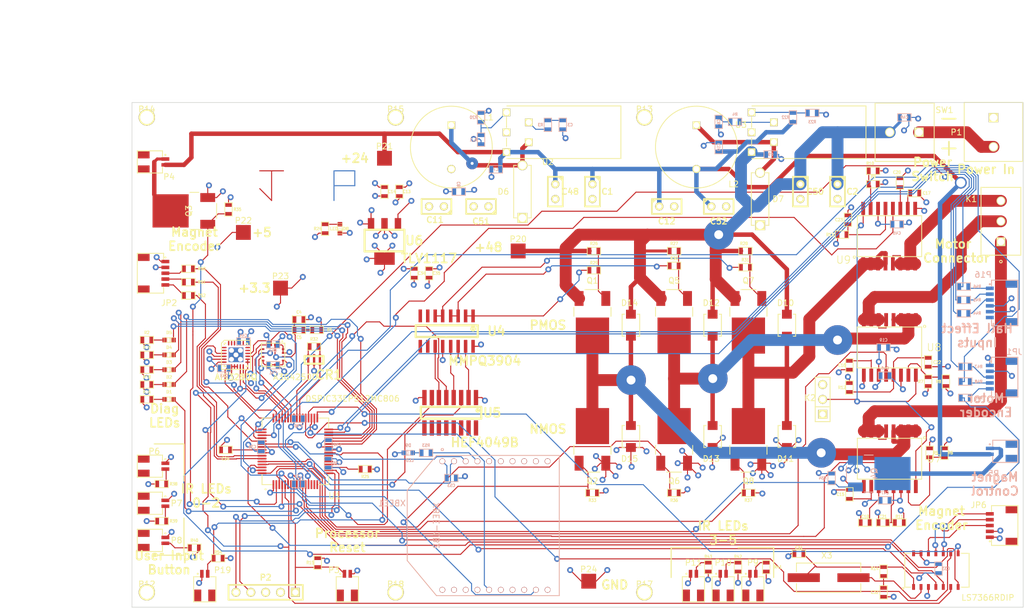
<source format=kicad_pcb>
(kicad_pcb (version 3) (host pcbnew "(2013-05-31 BZR 4019)-stable")
  (layers (15 F.Cu signal) (2 Power power hide) (1 Ground power hide) (0 B.Cu signal) (20 B.SilkS user) (21 F.SilkS user) (22 B.Mask user) (23 F.Mask user) (28 Edge.Cuts user))
  (net 0 "")
  (net 1 +24V)
  (net 2 +48V)
  (net 3 +5V)
  (net 4 /ACCEL0)
  (net 5 /ACCEL1)
  (net 6 /ACCEL2)
  (net 7 /ANC0)
  (net 8 /ANC1)
  (net 9 /ANC2)
  (net 10 /CTS)
  (net 11 /ENC0)
  (net 12 /ENC1)
  (net 13 /ENC2)
  (net 14 /ENCODER1)
  (net 15 /ENCODER2)
  (net 16 /ENCODER3)
  (net 17 /ENCODER4)
  (net 18 /ENCODER5)
  (net 19 /ENCODER6)
  (net 20 /GYRO0)
  (net 21 /GYRO1)
  (net 22 /GYRO2)
  (net 23 /LED1)
  (net 24 /LED2)
  (net 25 /LED3)
  (net 26 /LED4)
  (net 27 /LED5)
  (net 28 /MagnetControl0)
  (net 29 /MagnetControl1)
  (net 30 /MotorControl0)
  (net 31 /MotorControl1)
  (net 32 /MotorControl2)
  (net 33 /MotorControl3)
  (net 34 /MotorControl4)
  (net 35 /MotorControl5)
  (net 36 /RTS)
  (net 37 /RX)
  (net 38 /SPI_BUS0)
  (net 39 /SPI_BUS1)
  (net 40 /SPI_BUS2)
  (net 41 /TX)
  (net 42 /motor_control/MotorOut0)
  (net 43 /motor_control/MotorOut1)
  (net 44 /motor_control/MotorOut2)
  (net 45 GND)
  (net 46 N-000001)
  (net 47 N-0000010)
  (net 48 N-00000100)
  (net 49 N-00000101)
  (net 50 N-00000102)
  (net 51 N-00000103)
  (net 52 N-00000104)
  (net 53 N-00000105)
  (net 54 N-00000106)
  (net 55 N-00000107)
  (net 56 N-00000108)
  (net 57 N-00000109)
  (net 58 N-00000110)
  (net 59 N-00000111)
  (net 60 N-0000012)
  (net 61 N-00000122)
  (net 62 N-00000125)
  (net 63 N-00000126)
  (net 64 N-00000127)
  (net 65 N-00000128)
  (net 66 N-00000129)
  (net 67 N-0000013)
  (net 68 N-00000130)
  (net 69 N-00000131)
  (net 70 N-00000132)
  (net 71 N-00000133)
  (net 72 N-00000134)
  (net 73 N-00000135)
  (net 74 N-00000136)
  (net 75 N-00000137)
  (net 76 N-00000138)
  (net 77 N-00000139)
  (net 78 N-0000014)
  (net 79 N-00000140)
  (net 80 N-00000141)
  (net 81 N-00000142)
  (net 82 N-00000143)
  (net 83 N-00000144)
  (net 84 N-00000145)
  (net 85 N-00000146)
  (net 86 N-00000147)
  (net 87 N-0000015)
  (net 88 N-0000018)
  (net 89 N-0000022)
  (net 90 N-0000023)
  (net 91 N-0000024)
  (net 92 N-0000025)
  (net 93 N-0000026)
  (net 94 N-0000027)
  (net 95 N-0000028)
  (net 96 N-000003)
  (net 97 N-0000030)
  (net 98 N-0000037)
  (net 99 N-000006)
  (net 100 N-0000060)
  (net 101 N-0000067)
  (net 102 N-0000068)
  (net 103 N-0000069)
  (net 104 N-000007)
  (net 105 N-0000070)
  (net 106 N-0000079)
  (net 107 N-0000080)
  (net 108 N-0000081)
  (net 109 N-0000082)
  (net 110 N-0000083)
  (net 111 N-0000084)
  (net 112 N-0000085)
  (net 113 N-0000088)
  (net 114 N-0000089)
  (net 115 N-0000090)
  (net 116 N-0000091)
  (net 117 N-0000092)
  (net 118 N-0000094)
  (net 119 N-0000096)
  (net 120 N-0000097)
  (net 121 N-0000098)
  (net 122 N-0000099)
  (net 123 VCC)
  (module 8MHZ_CER_RES (layer F.Cu) (at 132.74 145.644 180)
    (fp_text reference CR1 (at -2.54 -2.54 180) (layer F.SilkS) (effects (font (size 1.524 1.524) (thickness 0.3048))))
    (fp_text value CERAMIC_RES hide)
    (pad 1 smd rect (at -1.00076 0 180) (size 0.39878 1.99898) (layers F.Cu F.Mask) (net 88 N-0000018))
    (pad 2 smd rect (at 0 0 180) (size 0.39878 1.99898) (layers F.Cu F.Mask) (net 45 GND))
    (pad 3 smd rect (at 1.00076 0 180) (size 0.39878 1.99898) (layers F.Cu F.Mask) (net 67 N-0000013))
  )
  (module OSTTE030161 (layer F.Cu) (at 250.19 121.92 90)
    (fp_text reference K1 (at 3.81 -5.08 180) (layer F.SilkS))
    (fp_text value CONN_3 hide)
    (pad 1 thru_hole rect (at -3.5 0 90) (size 1.5 1.5) (drill 1.2) (layers *.Cu *.Mask F.SilkS) (net 73 N-00000135))
    (pad 2 thru_hole circle (at 0 0 90) (size 1.5 1.5) (drill 1.2) (layers *.Cu *.Mask F.SilkS) (net 76 N-00000138))
    (pad 3 thru_hole circle (at 3.5 0 90) (size 1.5 1.5) (drill 1.2) (layers *.Cu *.Mask F.SilkS) (net 82 N-00000143))
  )
  (module LGA-16 (layer F.Cu) (at 125.73 144.78 270)
    (fp_text reference GYROSCOPE1 hide)
    (fp_text value A3G4250D (at 3.81 -3.81 360) (layer F.SilkS))
    (pad 16 smd rect (at -0.975 -1.7) (size 0.4 0.3) (layers F.Cu F.Mask) (net 123 VCC))
    (pad 15 smd rect (at -0.325 -1.7) (size 0.4 0.3) (layers F.Cu F.Mask) (net 123 VCC))
    (pad 14 smd rect (at 0.325 -1.7) (size 0.4 0.3) (layers F.Cu F.Mask) (net 71 N-00000133))
    (pad 13 smd rect (at 0.975 -1.7) (size 0.4 0.3) (layers F.Cu F.Mask) (net 45 GND))
    (pad 8 smd rect (at 0.975 1.7) (size 0.4 0.3) (layers F.Cu F.Mask) (net 45 GND))
    (pad 7 smd rect (at 0.325 1.7) (size 0.4 0.3) (layers F.Cu F.Mask) (net 21 /GYRO1))
    (pad 6 smd rect (at -0.325 1.7) (size 0.4 0.3) (layers F.Cu F.Mask) (net 22 /GYRO2))
    (pad 5 smd rect (at -0.975 1.7) (size 0.4 0.3) (layers F.Cu F.Mask) (net 20 /GYRO0))
    (pad 9 smd rect (at 1.7 0.97492 270) (size 0.4 0.3) (layers F.Cu F.Mask) (net 45 GND))
    (pad 10 smd rect (at 1.7 0.32492 270) (size 0.4 0.3) (layers F.Cu F.SilkS F.Mask) (net 45 GND))
    (pad 11 smd rect (at 1.7 -0.32508 270) (size 0.4 0.3) (layers F.Cu F.Mask) (net 45 GND))
    (pad 12 smd rect (at 1.7 -0.97508 270) (size 0.4 0.3) (layers F.Cu F.Mask) (net 45 GND))
    (pad 1 smd rect (at -1.7 -0.975 270) (size 0.4 0.3) (layers F.Cu F.Mask) (net 123 VCC))
    (pad 2 smd rect (at -1.7 -0.325 270) (size 0.4 0.3) (layers F.Cu F.Mask) (net 38 /SPI_BUS0))
    (pad 3 smd rect (at -1.7 0.325 270) (size 0.4 0.3) (layers F.Cu F.Mask) (net 40 /SPI_BUS2))
    (pad 4 smd rect (at -1.7 0.975 270) (size 0.4 0.3) (layers F.Cu F.Mask) (net 39 /SPI_BUS1))
  )
  (module JST-1mm-6pin (layer B.Cu) (at 250.19 135.89 270)
    (fp_text reference P16 (at -4.826 3.048 540) (layer B.SilkS) (effects (justify mirror)))
    (fp_text value CONN_6 hide)
    (pad 5 smd rect (at 1.5 1.9 270) (size 0.6 1.35) (layers B.Cu B.Mask) (net 3 +5V))
    (pad 4 smd rect (at 0.5 1.9 270) (size 0.6 1.35) (layers B.Cu B.Mask) (net 45 GND))
    (pad 1 smd rect (at -2.5 1.9 270) (size 0.6 1.35) (layers B.Cu B.Mask) (net 89 N-0000022))
    (pad 2 smd rect (at -1.5 1.9 270) (size 0.6 1.35) (layers B.Cu B.Mask) (net 90 N-0000023))
    (pad "" smd rect (at 3.2 -1.8 270) (size 1.2 2) (layers B.Cu B.Mask))
    (pad "" smd rect (at -3.2 -1.8 270) (size 1.2 2) (layers B.Cu B.Mask))
    (pad 3 smd rect (at -0.5 1.9 270) (size 0.6 1.35) (layers B.Cu B.Mask) (net 91 N-0000024))
    (pad 6 smd rect (at 2.5 1.9 270) (size 0.6 1.35) (layers B.Cu B.Mask))
  )
  (module SM0603 (layer B.Cu) (at 217.932 103.378)
    (fp_text reference R23 (at 0 1.524) (layer B.SilkS) (effects (font (size 0.508 0.4572) (thickness 0.1143)) (justify mirror)))
    (fp_text value R hide)
    (pad 1 smd rect (at -0.762 0) (size 0.635 1.143) (layers B.Cu B.Mask) (net 117 N-0000092))
    (pad 2 smd rect (at 0.762 0) (size 0.635 1.143) (layers B.Cu B.Mask) (net 45 GND))
  )
  (module SM0603 (layer B.Cu) (at 214.63 104.14 90)
    (fp_text reference R22 (at 0 -1.27 360) (layer B.SilkS) (effects (font (size 0.508 0.4572) (thickness 0.1143)) (justify mirror)))
    (fp_text value R hide)
    (pad 1 smd rect (at -0.762 0 90) (size 0.635 1.143) (layers B.Cu B.Mask) (net 1 +24V))
    (pad 2 smd rect (at 0.762 0 90) (size 0.635 1.143) (layers B.Cu B.Mask) (net 117 N-0000092))
  )
  (module SM0603 (layer B.Cu) (at 172.72 105.41 90)
    (fp_text reference R3 (at 0 -1.27 180) (layer B.SilkS) (effects (font (size 0.508 0.4572) (thickness 0.1143)) (justify mirror)))
    (fp_text value R hide)
    (pad 1 smd rect (at -0.762 0 90) (size 0.635 1.143) (layers B.Cu B.Mask) (net 113 N-0000088))
    (pad 2 smd rect (at 0.762 0 90) (size 0.635 1.143) (layers B.Cu B.Mask) (net 114 N-0000089))
  )
  (module SM0603 (layer B.Cu) (at 161.29 104.14 270)
    (fp_text reference R20 (at 0 1.27 360) (layer B.SilkS) (effects (font (size 0.508 0.4572) (thickness 0.1143)) (justify mirror)))
    (fp_text value R hide)
    (pad 1 smd rect (at -0.762 0 270) (size 0.635 1.143) (layers B.Cu B.Mask) (net 3 +5V))
    (pad 2 smd rect (at 0.762 0 270) (size 0.635 1.143) (layers B.Cu B.Mask) (net 115 N-0000090))
  )
  (module SM0603 (layer B.Cu) (at 161.29 107.95 270)
    (fp_text reference R21 (at 0 1.27 360) (layer B.SilkS) (effects (font (size 0.508 0.4572) (thickness 0.1143)) (justify mirror)))
    (fp_text value R hide)
    (pad 1 smd rect (at -0.762 0 270) (size 0.635 1.143) (layers B.Cu B.Mask) (net 115 N-0000090))
    (pad 2 smd rect (at 0.762 0 270) (size 0.635 1.143) (layers B.Cu B.Mask) (net 45 GND))
  )
  (module SM0603 (layer F.Cu) (at 194.31 127)
    (fp_text reference R27 (at 0 -1.27) (layer F.SilkS) (effects (font (size 0.508 0.4572) (thickness 0.1143))))
    (fp_text value 10K hide)
    (pad 1 smd rect (at -0.762 0) (size 0.635 1.143) (layers F.Cu F.Mask) (net 2 +48V))
    (pad 2 smd rect (at 0.762 0) (size 0.635 1.143) (layers F.Cu F.Mask) (net 50 N-00000102))
  )
  (module SM0603 (layer F.Cu) (at 180.594 130.302 180)
    (fp_text reference R29 (at 0 1.27 180) (layer F.SilkS) (effects (font (size 0.508 0.4572) (thickness 0.1143))))
    (fp_text value 30K hide)
    (pad 1 smd rect (at -0.762 0 180) (size 0.635 1.143) (layers F.Cu F.Mask) (net 52 N-00000104))
    (pad 2 smd rect (at 0.762 0 180) (size 0.635 1.143) (layers F.Cu F.Mask) (net 61 N-00000122))
  )
  (module SM0603 (layer F.Cu) (at 180.594 127)
    (fp_text reference R26 (at 0 -1.27) (layer F.SilkS) (effects (font (size 0.508 0.4572) (thickness 0.1143))))
    (fp_text value 10K hide)
    (pad 1 smd rect (at -0.762 0) (size 0.635 1.143) (layers F.Cu F.Mask) (net 2 +48V))
    (pad 2 smd rect (at 0.762 0) (size 0.635 1.143) (layers F.Cu F.Mask) (net 52 N-00000104))
  )
  (module SM0603 (layer F.Cu) (at 228.346 115.57)
    (fp_text reference R9 (at 0 -1.27) (layer F.SilkS) (effects (font (size 0.508 0.4572) (thickness 0.1143))))
    (fp_text value DNI hide)
    (pad 1 smd rect (at -0.762 0) (size 0.635 1.143) (layers F.Cu F.Mask) (net 81 N-00000142))
    (pad 2 smd rect (at 0.762 0) (size 0.635 1.143) (layers F.Cu F.Mask) (net 123 VCC))
  )
  (module SM0603 (layer F.Cu) (at 133.35 180.34 270)
    (fp_text reference R15 (at 0 1.27 360) (layer F.SilkS) (effects (font (size 0.508 0.4572) (thickness 0.1143))))
    (fp_text value 10K hide)
    (pad 1 smd rect (at -0.762 0 270) (size 0.635 1.143) (layers F.Cu F.Mask) (net 123 VCC))
    (pad 2 smd rect (at 0.762 0 270) (size 0.635 1.143) (layers F.Cu F.Mask) (net 108 N-0000081))
  )
  (module SM0603 (layer F.Cu) (at 228.346 113.284)
    (fp_text reference R10 (at -0.508 -1.27) (layer F.SilkS) (effects (font (size 0.508 0.4572) (thickness 0.1143))))
    (fp_text value DNI hide)
    (pad 1 smd rect (at -0.762 0) (size 0.635 1.143) (layers F.Cu F.Mask) (net 81 N-00000142))
    (pad 2 smd rect (at 0.762 0) (size 0.635 1.143) (layers F.Cu F.Mask) (net 45 GND))
  )
  (module SM0603 (layer F.Cu) (at 223.012 124.206 180)
    (fp_text reference R13 (at 2.032 0 180) (layer F.SilkS) (effects (font (size 0.508 0.4572) (thickness 0.1143))))
    (fp_text value 330 hide)
    (pad 1 smd rect (at -0.762 0 180) (size 0.635 1.143) (layers F.Cu F.Mask) (net 83 N-00000144))
    (pad 2 smd rect (at 0.762 0 180) (size 0.635 1.143) (layers F.Cu F.Mask) (net 123 VCC))
  )
  (module SM0603 (layer F.Cu) (at 104.14 152.4)
    (fp_text reference R16 (at 0 -1.27) (layer F.SilkS) (effects (font (size 0.508 0.4572) (thickness 0.1143))))
    (fp_text value 1K hide)
    (pad 1 smd rect (at -0.762 0) (size 0.635 1.143) (layers F.Cu F.Mask) (net 123 VCC))
    (pad 2 smd rect (at 0.762 0) (size 0.635 1.143) (layers F.Cu F.Mask) (net 112 N-0000085))
  )
  (module SM0603 (layer F.Cu) (at 104.14 149.86)
    (fp_text reference R17 (at 0 -1.27) (layer F.SilkS) (effects (font (size 0.508 0.4572) (thickness 0.1143))))
    (fp_text value 1K hide)
    (pad 1 smd rect (at -0.762 0) (size 0.635 1.143) (layers F.Cu F.Mask) (net 123 VCC))
    (pad 2 smd rect (at 0.762 0) (size 0.635 1.143) (layers F.Cu F.Mask) (net 111 N-0000084))
  )
  (module SM0603 (layer F.Cu) (at 104.14 147.32)
    (fp_text reference R18 (at 0 1.27) (layer F.SilkS) (effects (font (size 0.508 0.4572) (thickness 0.1143))))
    (fp_text value 1K hide)
    (pad 1 smd rect (at -0.762 0) (size 0.635 1.143) (layers F.Cu F.Mask) (net 123 VCC))
    (pad 2 smd rect (at 0.762 0) (size 0.635 1.143) (layers F.Cu F.Mask) (net 110 N-0000083))
  )
  (module SM0603 (layer F.Cu) (at 104.14 144.78)
    (fp_text reference R19 (at 0 -1.27) (layer F.SilkS) (effects (font (size 0.508 0.4572) (thickness 0.1143))))
    (fp_text value 1K hide)
    (pad 1 smd rect (at -0.762 0) (size 0.635 1.143) (layers F.Cu F.Mask) (net 123 VCC))
    (pad 2 smd rect (at 0.762 0) (size 0.635 1.143) (layers F.Cu F.Mask) (net 109 N-0000082))
  )
  (module SM0603 (layer F.Cu) (at 104.14 142.24)
    (fp_text reference R2 (at 0 -1.27) (layer F.SilkS) (effects (font (size 0.508 0.4572) (thickness 0.1143))))
    (fp_text value 1K hide)
    (pad 1 smd rect (at -0.762 0) (size 0.635 1.143) (layers F.Cu F.Mask) (net 123 VCC))
    (pad 2 smd rect (at 0.762 0) (size 0.635 1.143) (layers F.Cu F.Mask) (net 99 N-000006))
  )
  (module SM0603 (layer F.Cu) (at 134.62 123.19 90)
    (fp_text reference R24 (at 0 -1.27 180) (layer F.SilkS) (effects (font (size 0.508 0.4572) (thickness 0.1143))))
    (fp_text value 320 hide)
    (pad 1 smd rect (at -0.762 0 90) (size 0.635 1.143) (layers F.Cu F.Mask) (net 123 VCC))
    (pad 2 smd rect (at 0.762 0 90) (size 0.635 1.143) (layers F.Cu F.Mask) (net 49 N-00000101))
  )
  (module SM0603 (layer B.Cu) (at 204.724 104.902 180)
    (fp_text reference R4 (at 0 1.27 180) (layer B.SilkS) (effects (font (size 0.508 0.4572) (thickness 0.1143)) (justify mirror)))
    (fp_text value R hide)
    (pad 1 smd rect (at -0.762 0 180) (size 0.635 1.143) (layers B.Cu B.Mask) (net 122 N-0000099))
    (pad 2 smd rect (at 0.762 0 180) (size 0.635 1.143) (layers B.Cu B.Mask) (net 48 N-00000100))
  )
  (module QFN24 (layer F.Cu) (at 119.38 144.78)
    (fp_text reference ACCELEROMETER1 hide)
    (fp_text value AIS328DQ (at 0 3.81) (layer F.SilkS) (effects (font (size 1.00076 1.00076) (thickness 0.2032))))
    (pad "" smd rect (at 0 0 270) (size 2.49936 2.49936) (layers *.Cu F.Mask))
    (pad 1 smd oval (at -1.99898 -1.24968) (size 0.8001 0.24892) (layers F.Cu F.Mask))
    (pad 2 smd oval (at -1.99898 -0.7493) (size 0.8001 0.24892) (layers F.Cu F.Mask))
    (pad 3 smd oval (at -1.99898 -0.24892) (size 0.8001 0.24892) (layers F.Cu F.Mask) (net 5 /ACCEL1))
    (pad 4 smd oval (at -1.99898 0.24892) (size 0.8001 0.24892) (layers F.Cu F.Mask) (net 45 GND))
    (pad 5 smd oval (at -1.99898 0.7493) (size 0.8001 0.24892) (layers F.Cu F.Mask) (net 123 VCC))
    (pad 6 smd oval (at -1.99898 1.24968) (size 0.8001 0.24892) (layers F.Cu F.Mask) (net 45 GND))
    (pad 7 smd oval (at -1.24968 1.99898 90) (size 0.8001 0.24892) (layers F.Cu F.Mask) (net 6 /ACCEL2))
    (pad 8 smd oval (at -0.7493 1.99898 90) (size 0.8001 0.24892) (layers F.Cu F.Mask) (net 45 GND))
    (pad 9 smd oval (at -0.24892 1.99898 90) (size 0.8001 0.24892) (layers F.Cu F.Mask) (net 45 GND))
    (pad 10 smd oval (at 0.24892 1.99898 90) (size 0.8001 0.24892) (layers F.Cu F.Mask) (net 45 GND))
    (pad 11 smd oval (at 0.7493 1.99898 90) (size 0.8001 0.24892) (layers F.Cu F.Mask) (net 38 /SPI_BUS0))
    (pad 12 smd oval (at 1.24968 1.99898 90) (size 0.8001 0.24892) (layers F.Cu F.Mask) (net 4 /ACCEL0))
    (pad 13 smd oval (at 1.99898 1.24968 180) (size 0.8001 0.24892) (layers F.Cu F.Mask) (net 123 VCC))
    (pad 14 smd oval (at 1.99898 0.7493 180) (size 0.8001 0.24892) (layers F.Cu F.Mask) (net 123 VCC))
    (pad 15 smd oval (at 1.99898 0.24892 180) (size 0.8001 0.24892) (layers F.Cu F.Mask) (net 39 /SPI_BUS1))
    (pad 16 smd oval (at 1.99898 -0.24892 180) (size 0.8001 0.24892) (layers F.Cu F.Mask) (net 40 /SPI_BUS2))
    (pad 17 smd oval (at 1.99898 -0.7493 180) (size 0.8001 0.24892) (layers F.Cu F.Mask))
    (pad 18 smd oval (at 1.99898 -1.24968 180) (size 0.8001 0.24892) (layers F.Cu F.Mask))
    (pad 19 smd oval (at 1.24968 -1.99898 270) (size 0.8001 0.24892) (layers F.Cu F.Mask))
    (pad 20 smd oval (at 0.7493 -1.99898 270) (size 0.8001 0.24892) (layers F.Cu F.Mask))
    (pad 21 smd oval (at 0.24892 -1.99898 270) (size 0.8001 0.24892) (layers F.Cu F.Mask))
    (pad 22 smd oval (at -0.24892 -1.99898 270) (size 0.8001 0.24892) (layers F.Cu F.Mask))
    (pad 23 smd oval (at -0.7493 -1.99898 270) (size 0.8001 0.24892) (layers F.Cu F.Mask))
    (pad 24 smd oval (at -1.24968 -1.99898 270) (size 0.8001 0.24892) (layers F.Cu F.Mask))
    (pad "" np_thru_hole circle (at 0 0 270) (size 0.8001 0.8001) (drill 0.8001) (layers *.Cu *.SilkS *.Mask))
    (pad "" np_thru_hole circle (at 0.762 -0.762 270) (size 0.8001 0.8001) (drill 0.8001) (layers *.Cu *.SilkS *.Mask))
    (pad "" np_thru_hole circle (at -0.762 -0.762 270) (size 0.8001 0.8001) (drill 0.8001) (layers *.Cu *.SilkS *.Mask))
    (pad "" np_thru_hole circle (at 0.762 0.762 270) (size 0.8001 0.8001) (drill 0.8001) (layers *.Cu *.SilkS *.Mask))
    (pad "" np_thru_hole circle (at -0.762 0.762 270) (size 0.8001 0.8001) (drill 0.8001) (layers *.Cu *.SilkS *.Mask))
  )
  (module PIN_ARRAY_5x1 (layer F.Cu) (at 124.46 185.42 180)
    (fp_text reference P2 (at 0 2.54 180) (layer F.SilkS) (effects (font (size 1.016 1.016) (thickness 0.2032))))
    (fp_text value PROG_H hide)
    (pad 1 thru_hole rect (at -5.08 0 180) (size 1.524 1.524) (drill 1.016) (layers *.Cu *.Mask F.SilkS) (net 108 N-0000081))
    (pad 2 thru_hole circle (at -2.54 0 180) (size 1.524 1.524) (drill 1.016) (layers *.Cu *.Mask F.SilkS) (net 123 VCC))
    (pad 3 thru_hole circle (at 0 0 180) (size 1.524 1.524) (drill 1.016) (layers *.Cu *.Mask F.SilkS) (net 45 GND))
    (pad 4 thru_hole circle (at 2.54 0 180) (size 1.524 1.524) (drill 1.016) (layers *.Cu *.Mask F.SilkS) (net 100 N-0000060))
    (pad 5 thru_hole circle (at 5.08 0 180) (size 1.524 1.524) (drill 1.016) (layers *.Cu *.Mask F.SilkS) (net 98 N-0000037))
  )
  (module PIN_ARRAY_3X1 (layer F.Cu) (at 219.71 152.4 90)
    (fp_text reference K2 (at 0.254 -2.159 180) (layer F.SilkS) (effects (font (size 1.016 1.016) (thickness 0.1524))))
    (fp_text value CONN_3 hide)
    (pad 1 thru_hole rect (at -2.54 0 90) (size 1.524 1.524) (drill 1.016) (layers *.Cu *.Mask F.SilkS) (net 123 VCC))
    (pad 2 thru_hole circle (at 0 0 90) (size 1.524 1.524) (drill 1.016) (layers *.Cu *.Mask F.SilkS) (net 80 N-00000141))
    (pad 3 thru_hole circle (at 2.54 0 90) (size 1.524 1.524) (drill 1.016) (layers *.Cu *.Mask F.SilkS) (net 45 GND))
  )
  (module MY_TQFP_64 (layer F.Cu) (at 129.54 161.29)
    (fp_text reference U1 (at 6.731 7.62) (layer F.SilkS) (effects (font (size 1.09982 1.09982) (thickness 0.127))))
    (fp_text value DSPIC33EP512MC806 (at 9.779 -9.017) (layer F.SilkS) (effects (font (size 1.00076 1.00076) (thickness 0.1524))))
    (pad 1 smd rect (at -3.75 5.7) (size 0.3 1.5) (layers F.Cu F.Mask) (net 35 /MotorControl5))
    (pad 2 smd rect (at -3.25 5.7) (size 0.3 1.5) (layers F.Cu F.Mask) (net 28 /MagnetControl0))
    (pad 3 smd rect (at -2.75 5.7) (size 0.3 1.5) (layers F.Cu F.Mask) (net 29 /MagnetControl1))
    (pad 4 smd rect (at -2.25 5.7) (size 0.3 1.5) (layers F.Cu F.Mask) (net 38 /SPI_BUS0))
    (pad 5 smd rect (at -1.75 5.7) (size 0.3 1.5) (layers F.Cu F.Mask) (net 39 /SPI_BUS1))
    (pad 6 smd rect (at -1.25 5.7) (size 0.3 1.5) (layers F.Cu F.Mask) (net 40 /SPI_BUS2))
    (pad 7 smd rect (at -0.75 5.7) (size 0.3 1.5) (layers F.Cu F.Mask) (net 108 N-0000081))
    (pad 8 smd rect (at -0.25 5.7) (size 0.3 1.5) (layers F.Cu F.Mask) (net 23 /LED1))
    (pad 9 smd rect (at 0.25 5.7) (size 0.3 1.5) (layers F.Cu F.Mask) (net 45 GND))
    (pad 10 smd rect (at 0.75 5.7) (size 0.3 1.5) (layers F.Cu F.Mask) (net 123 VCC))
    (pad 11 smd rect (at 1.25 5.7) (size 0.3 1.5) (layers F.Cu F.Mask) (net 7 /ANC0))
    (pad 12 smd rect (at 1.75 5.7) (size 0.3 1.5) (layers F.Cu F.Mask) (net 8 /ANC1))
    (pad 13 smd rect (at 2.25 5.7) (size 0.3 1.5) (layers F.Cu F.Mask) (net 9 /ANC2))
    (pad 14 smd rect (at 2.75 5.7) (size 0.3 1.5) (layers F.Cu F.Mask))
    (pad 15 smd rect (at 3.25 5.7) (size 0.3 1.5) (layers F.Cu F.Mask))
    (pad 16 smd rect (at 3.75 5.7) (size 0.3 1.5) (layers F.Cu F.Mask))
    (pad 17 smd rect (at 5.7 3.75 90) (size 0.3 1.5) (layers F.Cu F.Mask) (net 98 N-0000037))
    (pad 18 smd rect (at 5.7 3.25 90) (size 0.3 1.5) (layers F.Cu F.Mask) (net 100 N-0000060))
    (pad 19 smd rect (at 5.7 2.75 90) (size 0.3 1.5) (layers F.Cu F.Mask) (net 119 N-0000096))
    (pad 20 smd rect (at 5.7 2.25 90) (size 0.3 1.5) (layers F.Cu F.Mask) (net 45 GND))
    (pad 21 smd rect (at 5.7 1.75 90) (size 0.3 1.5) (layers F.Cu F.Mask))
    (pad 22 smd rect (at 5.7 1.25 90) (size 0.3 1.5) (layers F.Cu F.Mask))
    (pad 23 smd rect (at 5.7 0.75 90) (size 0.3 1.5) (layers F.Cu F.Mask))
    (pad 24 smd rect (at 5.7 0.25 90) (size 0.3 1.5) (layers F.Cu F.Mask) (net 78 N-0000014))
    (pad 25 smd rect (at 5.7 -0.25 90) (size 0.3 1.5) (layers F.Cu F.Mask) (net 45 GND))
    (pad 26 smd rect (at 5.7 -0.75 90) (size 0.3 1.5) (layers F.Cu F.Mask) (net 123 VCC))
    (pad 27 smd rect (at 5.7 -1.25 90) (size 0.3 1.5) (layers F.Cu F.Mask) (net 24 /LED2))
    (pad 28 smd rect (at 5.7 -1.75 90) (size 0.3 1.5) (layers F.Cu F.Mask) (net 25 /LED3))
    (pad 29 smd rect (at 5.7 -2.25 90) (size 0.3 1.5) (layers F.Cu F.Mask) (net 26 /LED4))
    (pad 30 smd rect (at 5.7 -2.75 90) (size 0.3 1.5) (layers F.Cu F.Mask) (net 27 /LED5))
    (pad 31 smd rect (at 5.7 -3.25 90) (size 0.3 1.5) (layers F.Cu F.Mask) (net 104 N-000007))
    (pad 32 smd rect (at 5.7 -3.75 90) (size 0.3 1.5) (layers F.Cu F.Mask) (net 60 N-0000012))
    (pad 33 smd rect (at 3.75 -5.7) (size 0.3 1.5) (layers F.Cu F.Mask) (net 47 N-0000010))
    (pad 34 smd rect (at 3.25 -5.7) (size 0.3 1.5) (layers F.Cu F.Mask) (net 11 /ENC0))
    (pad 35 smd rect (at 2.75 -5.7) (size 0.3 1.5) (layers F.Cu F.Mask) (net 36 /RTS))
    (pad 36 smd rect (at 2.25 -5.7) (size 0.3 1.5) (layers F.Cu F.Mask) (net 12 /ENC1))
    (pad 37 smd rect (at 1.75 -5.7) (size 0.3 1.5) (layers F.Cu F.Mask) (net 13 /ENC2))
    (pad 38 smd rect (at 1.25 -5.7) (size 0.3 1.5) (layers F.Cu F.Mask) (net 123 VCC))
    (pad 39 smd rect (at 0.75 -5.7) (size 0.3 1.5) (layers F.Cu F.Mask) (net 88 N-0000018))
    (pad 40 smd rect (at 0.25 -5.7) (size 0.3 1.5) (layers F.Cu F.Mask) (net 67 N-0000013))
    (pad 41 smd rect (at -0.25 -5.7) (size 0.3 1.5) (layers F.Cu F.Mask) (net 45 GND))
    (pad 42 smd rect (at -0.75 -5.7) (size 0.3 1.5) (layers F.Cu F.Mask) (net 20 /GYRO0))
    (pad 43 smd rect (at -1.25 -5.7) (size 0.3 1.5) (layers F.Cu F.Mask) (net 21 /GYRO1))
    (pad 44 smd rect (at -1.75 -5.7) (size 0.3 1.5) (layers F.Cu F.Mask) (net 22 /GYRO2))
    (pad 45 smd rect (at -2.25 -5.7) (size 0.3 1.5) (layers F.Cu F.Mask) (net 4 /ACCEL0))
    (pad 46 smd rect (at -2.75 -5.7) (size 0.3 1.5) (layers F.Cu F.Mask) (net 10 /CTS))
    (pad 47 smd rect (at -3.25 -5.7) (size 0.3 1.5) (layers F.Cu F.Mask) (net 5 /ACCEL1))
    (pad 48 smd rect (at -3.75 -5.7) (size 0.3 1.5) (layers F.Cu F.Mask) (net 6 /ACCEL2))
    (pad 49 smd rect (at -5.7 -3.75 90) (size 0.3 1.5) (layers F.Cu F.Mask))
    (pad 50 smd rect (at -5.7 -3.25 90) (size 0.3 1.5) (layers F.Cu F.Mask) (net 14 /ENCODER1))
    (pad 51 smd rect (at -5.7 -2.75 90) (size 0.3 1.5) (layers F.Cu F.Mask) (net 15 /ENCODER2))
    (pad 52 smd rect (at -5.7 -2.25 90) (size 0.3 1.5) (layers F.Cu F.Mask) (net 16 /ENCODER3))
    (pad 53 smd rect (at -5.7 -1.75 90) (size 0.3 1.5) (layers F.Cu F.Mask) (net 17 /ENCODER4))
    (pad 54 smd rect (at -5.7 -1.25 90) (size 0.3 1.5) (layers F.Cu F.Mask) (net 41 /TX))
    (pad 55 smd rect (at -5.7 -0.75 90) (size 0.3 1.5) (layers F.Cu F.Mask) (net 37 /RX))
    (pad 56 smd rect (at -5.7 -0.25 90) (size 0.3 1.5) (layers F.Cu F.Mask) (net 120 N-0000097))
    (pad 57 smd rect (at -5.7 0.25 90) (size 0.3 1.5) (layers F.Cu F.Mask) (net 123 VCC))
    (pad 58 smd rect (at -5.7 0.75 90) (size 0.3 1.5) (layers F.Cu F.Mask) (net 18 /ENCODER5))
    (pad 59 smd rect (at -5.7 1.25 90) (size 0.3 1.5) (layers F.Cu F.Mask) (net 19 /ENCODER6))
    (pad 60 smd rect (at -5.7 1.75 90) (size 0.3 1.5) (layers F.Cu F.Mask) (net 30 /MotorControl0))
    (pad 61 smd rect (at -5.7 2.25 90) (size 0.3 1.5) (layers F.Cu F.Mask) (net 31 /MotorControl1))
    (pad 62 smd rect (at -5.7 2.75 90) (size 0.3 1.5) (layers F.Cu F.Mask) (net 32 /MotorControl2))
    (pad 63 smd rect (at -5.7 3.25 90) (size 0.3 1.5) (layers F.Cu F.Mask) (net 33 /MotorControl3))
    (pad 64 smd rect (at -5.7 3.75 90) (size 0.3 1.5) (layers F.Cu F.Mask) (net 34 /MotorControl4))
  )
  (module LED-0603 (layer F.Cu) (at 107.95 142.24)
    (fp_text reference D5 (at 0 -1.27) (layer F.SilkS) (effects (font (size 0.508 0.508) (thickness 0.127))))
    (fp_text value LED hide)
    (pad 1 smd rect (at -0.7493 0) (size 0.79756 0.79756) (layers F.Cu F.Mask) (net 99 N-000006))
    (pad 2 smd rect (at 0.7493 0) (size 0.79756 0.79756) (layers F.Cu F.Mask) (net 27 /LED5))
  )
  (module LED-0603 (layer F.Cu) (at 107.95 144.78)
    (fp_text reference D4 (at 0 -1.27) (layer F.SilkS) (effects (font (size 0.508 0.508) (thickness 0.127))))
    (fp_text value LED hide)
    (pad 1 smd rect (at -0.7493 0) (size 0.79756 0.79756) (layers F.Cu F.Mask) (net 109 N-0000082))
    (pad 2 smd rect (at 0.7493 0) (size 0.79756 0.79756) (layers F.Cu F.Mask) (net 26 /LED4))
  )
  (module LED-0603 (layer F.Cu) (at 107.95 147.32)
    (fp_text reference D3 (at 0 -1.27) (layer F.SilkS) (effects (font (size 0.508 0.508) (thickness 0.127))))
    (fp_text value LED hide)
    (pad 1 smd rect (at -0.7493 0) (size 0.79756 0.79756) (layers F.Cu F.Mask) (net 110 N-0000083))
    (pad 2 smd rect (at 0.7493 0) (size 0.79756 0.79756) (layers F.Cu F.Mask) (net 25 /LED3))
  )
  (module LED-0603 (layer F.Cu) (at 107.95 149.86)
    (fp_text reference D2 (at 0 -1.27) (layer F.SilkS) (effects (font (size 0.508 0.508) (thickness 0.127))))
    (fp_text value LED hide)
    (pad 1 smd rect (at -0.7493 0) (size 0.79756 0.79756) (layers F.Cu F.Mask) (net 111 N-0000084))
    (pad 2 smd rect (at 0.7493 0) (size 0.79756 0.79756) (layers F.Cu F.Mask) (net 24 /LED2))
  )
  (module LED-0603 (layer F.Cu) (at 137.16 123.19 270)
    (fp_text reference D8 (at 0 -1.016 360) (layer F.SilkS) (effects (font (size 0.508 0.508) (thickness 0.127))))
    (fp_text value LED (at 0 1.016 360) (layer F.SilkS) (effects (font (size 0.508 0.508) (thickness 0.127))))
    (pad 1 smd rect (at -0.7493 0 270) (size 0.79756 0.79756) (layers F.Cu F.Mask) (net 49 N-00000101))
    (pad 2 smd rect (at 0.7493 0 270) (size 0.79756 0.79756) (layers F.Cu F.Mask) (net 45 GND))
  )
  (module LED-0603 (layer F.Cu) (at 107.95 152.4)
    (fp_text reference D1 (at 0 -1.27) (layer F.SilkS) (effects (font (size 0.508 0.508) (thickness 0.127))))
    (fp_text value LED hide)
    (pad 1 smd rect (at -0.7493 0) (size 0.79756 0.79756) (layers F.Cu F.Mask) (net 112 N-0000085))
    (pad 2 smd rect (at 0.7493 0) (size 0.79756 0.79756) (layers F.Cu F.Mask) (net 23 /LED1))
  )
  (module C1 (layer F.Cu) (at 215.9 116.84 270)
    (fp_text reference C50 (at 0 -2.54 360) (layer F.SilkS) (effects (font (size 1.016 1.016) (thickness 0.2032))))
    (fp_text value 200uF hide)
    (pad 1 thru_hole circle (at -1.27 0 270) (size 1.397 1.397) (drill 0.8128) (layers *.Cu *.Mask F.SilkS) (net 2 +48V))
    (pad 2 thru_hole circle (at 1.27 0 270) (size 1.397 1.397) (drill 0.8128) (layers *.Cu *.Mask F.SilkS) (net 45 GND))
  )
  (module C1 (layer F.Cu) (at 222.25 116.84 270)
    (fp_text reference C2 (at 0 -2.54 360) (layer F.SilkS) (effects (font (size 1.016 1.016) (thickness 0.2032))))
    (fp_text value 200uF hide)
    (pad 1 thru_hole circle (at -1.27 0 270) (size 1.397 1.397) (drill 0.8128) (layers *.Cu *.Mask F.SilkS) (net 2 +48V))
    (pad 2 thru_hole circle (at 1.27 0 270) (size 1.397 1.397) (drill 0.8128) (layers *.Cu *.Mask F.SilkS) (net 45 GND))
  )
  (module C1 (layer F.Cu) (at 193.04 119.38)
    (fp_text reference C12 (at 0 2.54) (layer F.SilkS) (effects (font (size 1.016 1.016) (thickness 0.2032))))
    (fp_text value 500uF hide)
    (pad 1 thru_hole circle (at -1.27 0) (size 1.397 1.397) (drill 0.8128) (layers *.Cu *.Mask F.SilkS) (net 1 +24V))
    (pad 2 thru_hole circle (at 1.27 0) (size 1.397 1.397) (drill 0.8128) (layers *.Cu *.Mask F.SilkS) (net 45 GND))
  )
  (module C1 (layer F.Cu) (at 161.29 119.38 180)
    (fp_text reference C51 (at 0 -2.54 180) (layer F.SilkS) (effects (font (size 1.016 1.016) (thickness 0.2032))))
    (fp_text value 500uF hide)
    (pad 1 thru_hole circle (at -1.27 0 180) (size 1.397 1.397) (drill 0.8128) (layers *.Cu *.Mask F.SilkS) (net 3 +5V))
    (pad 2 thru_hole circle (at 1.27 0 180) (size 1.397 1.397) (drill 0.8128) (layers *.Cu *.Mask F.SilkS) (net 45 GND))
  )
  (module C1 (layer F.Cu) (at 173.99 116.84 270)
    (fp_text reference C48 (at 0 -2.54 360) (layer F.SilkS) (effects (font (size 1.016 1.016) (thickness 0.2032))))
    (fp_text value 200uF hide)
    (pad 1 thru_hole circle (at -1.27 0 270) (size 1.397 1.397) (drill 0.8128) (layers *.Cu *.Mask F.SilkS) (net 1 +24V))
    (pad 2 thru_hole circle (at 1.27 0 270) (size 1.397 1.397) (drill 0.8128) (layers *.Cu *.Mask F.SilkS) (net 45 GND))
  )
  (module C1 (layer F.Cu) (at 201.93 119.38)
    (fp_text reference C52 (at 0 2.54) (layer F.SilkS) (effects (font (size 1.016 1.016) (thickness 0.2032))))
    (fp_text value 500uF hide)
    (pad 1 thru_hole circle (at -1.27 0) (size 1.397 1.397) (drill 0.8128) (layers *.Cu *.Mask F.SilkS) (net 1 +24V))
    (pad 2 thru_hole circle (at 1.27 0) (size 1.397 1.397) (drill 0.8128) (layers *.Cu *.Mask F.SilkS) (net 45 GND))
  )
  (module C1 (layer F.Cu) (at 153.67 119.38 180)
    (fp_text reference C11 (at 0.254 -2.286 180) (layer F.SilkS) (effects (font (size 1.016 1.016) (thickness 0.2032))))
    (fp_text value 500uF hide)
    (pad 1 thru_hole circle (at -1.27 0 180) (size 1.397 1.397) (drill 0.8128) (layers *.Cu *.Mask F.SilkS) (net 3 +5V))
    (pad 2 thru_hole circle (at 1.27 0 180) (size 1.397 1.397) (drill 0.8128) (layers *.Cu *.Mask F.SilkS) (net 45 GND))
  )
  (module C1 (layer F.Cu) (at 180.34 116.84 270)
    (fp_text reference C1 (at 0 -2.54 360) (layer F.SilkS) (effects (font (size 1.016 1.016) (thickness 0.2032))))
    (fp_text value 200uF hide)
    (pad 1 thru_hole circle (at -1.27 0 270) (size 1.397 1.397) (drill 0.8128) (layers *.Cu *.Mask F.SilkS) (net 1 +24V))
    (pad 2 thru_hole circle (at 1.27 0 270) (size 1.397 1.397) (drill 0.8128) (layers *.Cu *.Mask F.SilkS) (net 45 GND))
  )
  (module TLV1117 (layer F.Cu) (at 144.78 128.27 180)
    (fp_text reference U6 (at -5.08 3.048 180) (layer F.SilkS) (effects (font (size 1.524 1.524) (thickness 0.3048))))
    (fp_text value TLV1117 (at -7.62 0 180) (layer F.SilkS) (effects (font (size 1.524 1.524) (thickness 0.3048))))
    (pad 4 smd rect (at 0 0 180) (size 3.50012 2.19964) (layers F.Cu F.Mask) (net 123 VCC))
    (pad 1 smd rect (at -2.30124 5.90042 180) (size 1.09982 1.99898) (layers F.Cu F.Mask) (net 3 +5V))
    (pad 2 smd rect (at 0 5.90042 180) (size 1.09982 1.99898) (layers F.Cu F.Mask) (net 123 VCC))
    (pad 3 smd rect (at 2.30124 5.90042 180) (size 1.09982 1.99898) (layers F.Cu F.Mask) (net 45 GND))
  )
  (module JST-1mm-5pin (layer F.Cu) (at 250.19 173.99 90)
    (fp_text reference JP6 (at 3.5052 -3.81 180) (layer F.SilkS))
    (fp_text value MOT_ENC hide)
    (pad 5 smd rect (at 2 -1.9 90) (size 0.6 1.35) (layers F.Cu F.Mask) (net 62 N-00000125))
    (pad 4 smd rect (at 1 -1.9 90) (size 0.6 1.35) (layers F.Cu F.Mask) (net 64 N-00000127))
    (pad 1 smd rect (at -2 -1.9 90) (size 0.6 1.35) (layers F.Cu F.Mask) (net 3 +5V))
    (pad 2 smd rect (at -1 -1.9 90) (size 0.6 1.35) (layers F.Cu F.Mask) (net 45 GND))
    (pad "" smd rect (at 2.7 1.8 90) (size 1.2 2) (layers F.Cu F.Mask))
    (pad "" smd rect (at -2.7 1.8 90) (size 1.2 2) (layers F.Cu F.Mask))
    (pad 3 smd rect (at 0 -1.9 90) (size 0.6 1.35) (layers F.Cu F.Mask) (net 63 N-00000126))
  )
  (module JST-1mm-5pin (layer F.Cu) (at 105.41 130.81 270)
    (fp_text reference JP2 (at 5.08 -2.54 360) (layer F.SilkS))
    (fp_text value MOT_ENC hide)
    (pad 5 smd rect (at 2 -1.9 270) (size 0.6 1.35) (layers F.Cu F.Mask) (net 101 N-0000067))
    (pad 4 smd rect (at 1 -1.9 270) (size 0.6 1.35) (layers F.Cu F.Mask) (net 102 N-0000068))
    (pad 1 smd rect (at -2 -1.9 270) (size 0.6 1.35) (layers F.Cu F.Mask) (net 3 +5V))
    (pad 2 smd rect (at -1 -1.9 270) (size 0.6 1.35) (layers F.Cu F.Mask) (net 45 GND))
    (pad "" smd rect (at 2.7 1.8 270) (size 1.2 2) (layers F.Cu F.Mask))
    (pad "" smd rect (at -2.7 1.8 270) (size 1.2 2) (layers F.Cu F.Mask))
    (pad 3 smd rect (at 0 -1.9 270) (size 0.6 1.35) (layers F.Cu F.Mask) (net 103 N-0000069))
  )
  (module JST-1mm-5pin (layer B.Cu) (at 250.19 148.59 270)
    (fp_text reference JP1 (at -4.318 -2.286 540) (layer B.SilkS) (effects (justify mirror)))
    (fp_text value MOT_ENC hide)
    (pad 5 smd rect (at 2 1.9 270) (size 0.6 1.35) (layers B.Cu B.Mask) (net 106 N-0000079))
    (pad 4 smd rect (at 1 1.9 270) (size 0.6 1.35) (layers B.Cu B.Mask) (net 107 N-0000080))
    (pad 1 smd rect (at -2 1.9 270) (size 0.6 1.35) (layers B.Cu B.Mask) (net 3 +5V))
    (pad 2 smd rect (at -1 1.9 270) (size 0.6 1.35) (layers B.Cu B.Mask) (net 45 GND))
    (pad "" smd rect (at 2.7 -1.8 270) (size 1.2 2) (layers B.Cu B.Mask))
    (pad "" smd rect (at -2.7 -1.8 270) (size 1.2 2) (layers B.Cu B.Mask))
    (pad 3 smd rect (at 0 1.9 270) (size 0.6 1.35) (layers B.Cu B.Mask) (net 105 N-0000070))
  )
  (module MountingHole (layer F.Cu) (at 146.685 104.14)
    (fp_text reference P15 (at 0 -1.4) (layer F.SilkS))
    (fp_text value CONN_1 hide)
    (pad 1 thru_hole circle (at 0 0) (size 2.794 2.794) (drill 2.286) (layers *.Cu *.Mask F.SilkS))
  )
  (module MountingHole (layer F.Cu) (at 189.23 104.14)
    (fp_text reference P13 (at 0 -1.4) (layer F.SilkS))
    (fp_text value CONN_1 hide)
    (pad 1 thru_hole circle (at 0 0) (size 2.794 2.794) (drill 2.286) (layers *.Cu *.Mask F.SilkS))
  )
  (module MountingHole (layer F.Cu) (at 189.23 185.42)
    (fp_text reference P17 (at 0 -1.4) (layer F.SilkS))
    (fp_text value CONN_1 hide)
    (pad 1 thru_hole circle (at 0 0) (size 2.794 2.794) (drill 2.286) (layers *.Cu *.Mask F.SilkS))
  )
  (module MountingHole (layer F.Cu) (at 146.685 185.42)
    (fp_text reference P18 (at 0 -1.4) (layer F.SilkS))
    (fp_text value CONN_1 hide)
    (pad 1 thru_hole circle (at 0 0) (size 2.794 2.794) (drill 2.286) (layers *.Cu *.Mask F.SilkS))
  )
  (module MountingHole (layer F.Cu) (at 104.14 104.14)
    (fp_text reference P14 (at 0 -1.4) (layer F.SilkS))
    (fp_text value CONN_1 hide)
    (pad 1 thru_hole circle (at 0 0) (size 2.794 2.794) (drill 2.286) (layers *.Cu *.Mask F.SilkS))
  )
  (module MountingHole (layer F.Cu) (at 104.14 185.42)
    (fp_text reference P12 (at 0 -1.4) (layer F.SilkS))
    (fp_text value CONN_1 hide)
    (pad 1 thru_hole circle (at 0 0) (size 2.794 2.794) (drill 2.286) (layers *.Cu *.Mask F.SilkS))
  )
  (module TSL1315 (layer F.Cu) (at 198.12 109.22 270)
    (fp_text reference L2 (at 6.35 -6.35 360) (layer F.SilkS))
    (fp_text value INDUCTOR hide)
    (pad 1 thru_hole rect (at -3.75 0 270) (size 1.3 1.3) (drill 1) (layers *.Cu *.Mask F.SilkS) (net 118 N-0000094))
    (pad 2 thru_hole circle (at 3.75 0 270) (size 1.4 1.4) (drill 1) (layers *.Cu *.Mask F.SilkS) (net 1 +24V))
  )
  (module TSL1315 (layer F.Cu) (at 156.21 109.22 270)
    (fp_text reference L1 (at -5.08 -6.35 360) (layer F.SilkS))
    (fp_text value INDUCTOR hide)
    (pad 1 thru_hole rect (at -3.75 0 270) (size 1.3 1.3) (drill 1) (layers *.Cu *.Mask F.SilkS) (net 116 N-0000091))
    (pad 2 thru_hole circle (at 3.75 0 270) (size 1.4 1.4) (drill 1) (layers *.Cu *.Mask F.SilkS) (net 3 +5V))
  )
  (module TO-220-5 (layer F.Cu) (at 213.36 106.68 270)
    (fp_text reference U3 (at -1.27 7.62 360) (layer F.SilkS))
    (fp_text value 1074HV hide)
    (pad 1 thru_hole rect (at -3.4 5.8 270) (size 1.3 1.3) (drill 1) (layers *.Cu *.Mask F.SilkS) (net 117 N-0000092))
    (pad 3 thru_hole rect (at 0 5.8 270) (size 1.3 1.3) (drill 1) (layers *.Cu *.Mask F.SilkS) (net 45 GND))
    (pad 5 thru_hole rect (at 3.4 5.8 270) (size 1.3 1.3) (drill 1) (layers *.Cu *.Mask F.SilkS) (net 2 +48V))
    (pad 2 thru_hole rect (at -1.7 2 270) (size 1.3 1.3) (drill 1) (layers *.Cu *.Mask F.SilkS) (net 122 N-0000099))
    (pad 4 thru_hole rect (at 1.7 2 270) (size 1.3 1.3) (drill 1) (layers *.Cu *.Mask F.SilkS) (net 118 N-0000094))
  )
  (module TO-220-5 (layer F.Cu) (at 171.45 106.68 270)
    (fp_text reference U2 (at 5.08 -1.27 360) (layer F.SilkS))
    (fp_text value 1074HV hide)
    (pad 1 thru_hole rect (at -3.4 5.8 270) (size 1.3 1.3) (drill 1) (layers *.Cu *.Mask F.SilkS) (net 115 N-0000090))
    (pad 3 thru_hole rect (at 0 5.8 270) (size 1.3 1.3) (drill 1) (layers *.Cu *.Mask F.SilkS) (net 45 GND))
    (pad 5 thru_hole rect (at 3.4 5.8 270) (size 1.3 1.3) (drill 1) (layers *.Cu *.Mask F.SilkS) (net 1 +24V))
    (pad 2 thru_hole rect (at -1.7 2 270) (size 1.3 1.3) (drill 1) (layers *.Cu *.Mask F.SilkS) (net 113 N-0000088))
    (pad 4 thru_hole rect (at 1.7 2 270) (size 1.3 1.3) (drill 1) (layers *.Cu *.Mask F.SilkS) (net 116 N-0000091))
  )
  (module MBR340 (layer F.Cu) (at 207.01 118.11 90)
    (fp_text reference D7 (at 0 5.08 180) (layer F.SilkS))
    (fp_text value DIODESCH hide)
    (pad 1 thru_hole rect (at -4.5 2 90) (size 1.7 1.7) (drill 1.3) (layers *.Cu *.Mask F.SilkS) (net 45 GND))
    (pad 2 thru_hole circle (at 4.5 2 90) (size 1.7 1.7) (drill 1.3) (layers *.Cu *.Mask F.SilkS) (net 118 N-0000094))
  )
  (module MBR340 (layer F.Cu) (at 166.37 116.84 90)
    (fp_text reference D6 (at 0 -1.27 180) (layer F.SilkS))
    (fp_text value DIODESCH hide)
    (pad 1 thru_hole rect (at -4.5 2 90) (size 1.7 1.7) (drill 1.3) (layers *.Cu *.Mask F.SilkS) (net 45 GND))
    (pad 2 thru_hole circle (at 4.5 2 90) (size 1.7 1.7) (drill 1.3) (layers *.Cu *.Mask F.SilkS) (net 116 N-0000091))
  )
  (module ATS200CSM-1 (layer F.Cu) (at 220.726 184.912 180)
    (fp_text reference X3 (at 0.3048 5.7912 180) (layer F.SilkS))
    (fp_text value "20 MHz" hide)
    (pad 1 smd rect (at -4.25 2 180) (size 5.5 1.5) (layers F.Cu F.Mask) (net 68 N-00000130))
    (pad 2 smd rect (at 4.25 2 180) (size 5.5 1.5) (layers F.Cu F.Mask) (net 66 N-00000129))
  )
  (module XBee (layer B.Cu) (at 153.67 173.99 270)
    (fp_text reference XBEE1 (at -3.81 7.62 360) (layer B.SilkS) (effects (justify mirror)))
    (fp_text value XBEE-1B2 (at 0 0 270) (layer B.SilkS) (effects (justify mirror)))
    (pad 1 thru_hole circle (at -11 -1 270) (size 1 1) (drill 0.75) (layers *.Cu *.Mask B.SilkS) (net 123 VCC))
    (pad 2 thru_hole circle (at -11 -3 270) (size 1 1) (drill 0.75) (layers *.Cu *.Mask B.SilkS) (net 37 /RX))
    (pad 3 thru_hole circle (at -11 -5 270) (size 1 1) (drill 0.75) (layers *.Cu *.Mask B.SilkS) (net 41 /TX))
    (pad 4 thru_hole circle (at -11 -7 270) (size 1 1) (drill 0.75) (layers *.Cu *.Mask B.SilkS) (net 87 N-0000015))
    (pad 5 thru_hole circle (at -11 -9 270) (size 1 1) (drill 0.75) (layers *.Cu *.Mask B.SilkS))
    (pad 6 thru_hole circle (at -11 -11 270) (size 1 1) (drill 0.75) (layers *.Cu *.Mask B.SilkS))
    (pad 7 thru_hole circle (at -11 -13 270) (size 1 1) (drill 0.75) (layers *.Cu *.Mask B.SilkS))
    (pad 8 thru_hole circle (at -11 -15 270) (size 1 1) (drill 0.75) (layers *.Cu *.Mask B.SilkS))
    (pad 9 thru_hole circle (at -11 -17 270) (size 1 1) (drill 0.75) (layers *.Cu *.Mask B.SilkS))
    (pad 10 thru_hole circle (at -11 -19 270) (size 1 1) (drill 0.75) (layers *.Cu *.Mask B.SilkS) (net 45 GND))
    (pad 11 thru_hole circle (at 11 -19 270) (size 1 1) (drill 0.75) (layers *.Cu *.Mask B.SilkS))
    (pad 12 thru_hole circle (at 11 -17 270) (size 1 1) (drill 0.75) (layers *.Cu *.Mask B.SilkS) (net 10 /CTS))
    (pad 13 thru_hole circle (at 11 -15 270) (size 1 1) (drill 0.75) (layers *.Cu *.Mask B.SilkS))
    (pad 14 thru_hole circle (at 11 -13 270) (size 1 1) (drill 0.75) (layers *.Cu *.Mask B.SilkS))
    (pad 15 thru_hole circle (at 11 -11 270) (size 1 1) (drill 0.75) (layers *.Cu *.Mask B.SilkS))
    (pad 16 thru_hole circle (at 11 -9 270) (size 1 1) (drill 0.75) (layers *.Cu *.Mask B.SilkS) (net 36 /RTS))
    (pad 17 thru_hole circle (at 11 -7 270) (size 1 1) (drill 0.75) (layers *.Cu *.Mask B.SilkS))
    (pad 18 thru_hole circle (at 11 -5 270) (size 1 1) (drill 0.75) (layers *.Cu *.Mask B.SilkS))
    (pad 19 thru_hole circle (at 11 -3 270) (size 1 1) (drill 0.75) (layers *.Cu *.Mask B.SilkS))
    (pad 20 thru_hole circle (at 11 -1 270) (size 1 1) (drill 0.75) (layers *.Cu *.Mask B.SilkS))
  )
  (module MMPQ3904 (layer F.Cu) (at 161.925 140.716 270)
    (fp_text reference U4 (at 0 -1.99898 360) (layer F.SilkS) (effects (font (size 1.524 1.524) (thickness 0.3048))))
    (fp_text value MMPQ3904 (at 5.08 0 360) (layer F.SilkS) (effects (font (size 1.524 1.524) (thickness 0.3048))))
    (pad 12 smd rect (at 2.60096 7.19836 270) (size 2.19964 0.59944) (layers F.Cu F.Mask) (net 45 GND))
    (pad 11 smd rect (at 2.60096 8.47344 270) (size 2.19964 0.59944) (layers F.Cu F.Mask) (net 59 N-00000111))
    (pad 10 smd rect (at 2.60096 9.74852 270) (size 2.19964 0.59944) (layers F.Cu F.Mask))
    (pad 9 smd rect (at 2.60096 11.0236 270) (size 2.19964 0.59944) (layers F.Cu F.Mask))
    (pad 8 smd rect (at -2.60096 11.0236 270) (size 2.19964 0.59944) (layers F.Cu F.Mask))
    (pad 7 smd rect (at -2.60096 9.74852 270) (size 2.19964 0.59944) (layers F.Cu F.Mask))
    (pad 6 smd rect (at -2.60096 8.47344 270) (size 2.19964 0.59944) (layers F.Cu F.Mask) (net 57 N-00000109))
    (pad 5 smd rect (at -2.60096 7.19836 270) (size 2.19964 0.59944) (layers F.Cu F.Mask) (net 57 N-00000109))
    (pad 13 smd rect (at 2.60096 5.82422 270) (size 2.19964 0.59944) (layers F.Cu F.Mask) (net 55 N-00000107))
    (pad 14 smd rect (at 2.60096 4.54914 270) (size 2.19964 0.59944) (layers F.Cu F.Mask) (net 45 GND))
    (pad 15 smd rect (at 2.60096 3.27406 270) (size 2.19964 0.59944) (layers F.Cu F.Mask) (net 56 N-00000108))
    (pad 16 smd rect (at 2.60096 1.99898 270) (size 2.19964 0.59944) (layers F.Cu F.Mask) (net 45 GND))
    (pad 1 smd rect (at -2.60096 1.99898 270) (size 2.19964 0.59944) (layers F.Cu F.Mask) (net 61 N-00000122))
    (pad 2 smd rect (at -2.60096 3.27406 270) (size 2.19964 0.59944) (layers F.Cu F.Mask) (net 61 N-00000122))
    (pad 3 smd rect (at -2.60096 4.54914 270) (size 2.19964 0.59944) (layers F.Cu F.Mask) (net 58 N-00000110))
    (pad 4 smd rect (at -2.60096 5.82422 270) (size 2.19964 0.59944) (layers F.Cu F.Mask) (net 58 N-00000110))
  )
  (module HEF4049B (layer F.Cu) (at 161.925 154.686 270)
    (fp_text reference U5 (at 0 -1.27 360) (layer F.SilkS) (effects (font (size 1.524 1.524) (thickness 0.3048))))
    (fp_text value HEF4049B (at 5.08 0 360) (layer F.SilkS) (effects (font (size 1.524 1.524) (thickness 0.3048))))
    (pad 1 smd rect (at -2.60096 1.50114 270) (size 2.60096 0.7493) (layers F.Cu F.Mask) (net 123 VCC) (clearance 0.09906))
    (pad 2 smd rect (at -2.60096 2.7686 270) (size 2.60096 0.7493) (layers F.Cu F.Mask) (net 56 N-00000108) (clearance 0.09906))
    (pad 3 smd rect (at -2.60096 4.03606 270) (size 2.60096 0.7493) (layers F.Cu F.Mask) (net 31 /MotorControl1) (clearance 0.09906))
    (pad 4 smd rect (at -2.60096 5.3086 270) (size 2.60096 0.7493) (layers F.Cu F.Mask) (net 55 N-00000107) (clearance 0.09906))
    (pad 5 smd rect (at -2.60096 6.57606 270) (size 2.60096 0.7493) (layers F.Cu F.Mask) (net 33 /MotorControl3) (clearance 0.09906))
    (pad 6 smd rect (at -2.60096 7.84352 270) (size 2.60096 0.7493) (layers F.Cu F.Mask) (net 59 N-00000111) (clearance 0.09906))
    (pad 7 smd rect (at -2.60096 9.04494 270) (size 2.60096 0.7493) (layers F.Cu F.Mask) (net 35 /MotorControl5) (clearance 0.09906))
    (pad 8 smd rect (at -2.60096 10.31494 270) (size 2.60096 0.7493) (layers F.Cu F.Mask) (net 45 GND) (clearance 0.09906))
    (pad 9 smd rect (at 2.60096 10.31494 270) (size 2.60096 0.7493) (layers F.Cu F.Mask) (clearance 0.09906))
    (pad 10 smd rect (at 2.60096 9.0424 270) (size 2.60096 0.7493) (layers F.Cu F.Mask) (clearance 0.09906))
    (pad 11 smd rect (at 2.60096 7.84352 270) (size 2.60096 0.7493) (layers F.Cu F.Mask) (clearance 0.09906))
    (pad 12 smd rect (at 2.60096 6.57352 270) (size 2.60096 0.7493) (layers F.Cu F.Mask) (clearance 0.09906))
    (pad 13 smd rect (at 2.60096 5.30606 270) (size 2.60096 0.7493) (layers F.Cu F.Mask) (clearance 0.09906))
    (pad 14 smd rect (at 2.60096 4.03606 270) (size 2.60096 0.7493) (layers F.Cu F.Mask) (clearance 0.09906))
    (pad 15 smd rect (at 2.60096 2.7686 270) (size 2.60096 0.7493) (layers F.Cu F.Mask) (clearance 0.09906))
    (pad 16 smd rect (at 2.60096 1.50114 270) (size 2.60096 0.7493) (layers F.Cu F.Mask) (clearance 0.09906))
  )
  (module OSTTA020161 (layer F.Cu) (at 233.68 106.68 180)
    (fp_text reference SW1 (at -6.858 3.81 180) (layer F.SilkS))
    (fp_text value SPST hide)
    (pad 1 thru_hole rect (at -2.5 0 180) (size 1.6 1.6) (drill 1.3) (layers *.Cu *.Mask F.SilkS) (net 121 N-0000098))
    (pad 2 thru_hole circle (at 2.5 0 180) (size 1.6 1.6) (drill 1.3) (layers *.Cu *.Mask F.SilkS) (net 2 +48V))
  )
  (module OSTTA020161 (layer F.Cu) (at 248.92 106.68 270)
    (fp_text reference P1 (at 0 6.35 360) (layer F.SilkS))
    (fp_text value BATT_CONN hide)
    (pad 1 thru_hole rect (at -2.5 0 270) (size 1.6 1.6) (drill 1.3) (layers *.Cu *.Mask F.SilkS) (net 45 GND))
    (pad 2 thru_hole circle (at 2.5 0 270) (size 1.6 1.6) (drill 1.3) (layers *.Cu *.Mask F.SilkS) (net 121 N-0000098))
  )
  (module SM0603 (layer B.Cu) (at 244.094 146.812)
    (fp_text reference R47 (at 2.286 0) (layer B.SilkS) (effects (font (size 0.508 0.4572) (thickness 0.1143)) (justify mirror)))
    (fp_text value 2.2K hide)
    (pad 1 smd rect (at -0.762 0) (size 0.635 1.143) (layers B.Cu B.Mask) (net 14 /ENCODER1))
    (pad 2 smd rect (at 0.762 0) (size 0.635 1.143) (layers B.Cu B.Mask) (net 105 N-0000070))
  )
  (module SM0603 (layer B.Cu) (at 244.094 149.352)
    (fp_text reference R48 (at 2.286 0) (layer B.SilkS) (effects (font (size 0.508 0.4572) (thickness 0.1143)) (justify mirror)))
    (fp_text value 2.2K hide)
    (pad 1 smd rect (at -0.762 0) (size 0.635 1.143) (layers B.Cu B.Mask) (net 15 /ENCODER2))
    (pad 2 smd rect (at 0.762 0) (size 0.635 1.143) (layers B.Cu B.Mask) (net 107 N-0000080))
  )
  (module SM0603 (layer B.Cu) (at 244.094 152.146)
    (fp_text reference R49 (at 2.286 0) (layer B.SilkS) (effects (font (size 0.508 0.4572) (thickness 0.1143)) (justify mirror)))
    (fp_text value 2.2K hide)
    (pad 1 smd rect (at -0.762 0) (size 0.635 1.143) (layers B.Cu B.Mask) (net 16 /ENCODER3))
    (pad 2 smd rect (at 0.762 0) (size 0.635 1.143) (layers B.Cu B.Mask) (net 106 N-0000079))
  )
  (module SM0603 (layer F.Cu) (at 111.252 130.048 180)
    (fp_text reference R50 (at -2.286 0 180) (layer F.SilkS) (effects (font (size 0.508 0.4572) (thickness 0.1143))))
    (fp_text value 2.2K hide)
    (pad 1 smd rect (at -0.762 0 180) (size 0.635 1.143) (layers F.Cu F.Mask) (net 17 /ENCODER4))
    (pad 2 smd rect (at 0.762 0 180) (size 0.635 1.143) (layers F.Cu F.Mask) (net 103 N-0000069))
  )
  (module SM0603 (layer F.Cu) (at 111.252 132.334 180)
    (fp_text reference R51 (at -2.286 0 180) (layer F.SilkS) (effects (font (size 0.508 0.4572) (thickness 0.1143))))
    (fp_text value 2.2K hide)
    (pad 1 smd rect (at -0.762 0 180) (size 0.635 1.143) (layers F.Cu F.Mask) (net 18 /ENCODER5))
    (pad 2 smd rect (at 0.762 0 180) (size 0.635 1.143) (layers F.Cu F.Mask) (net 102 N-0000068))
  )
  (module SM0603 (layer F.Cu) (at 111.252 134.62 180)
    (fp_text reference R52 (at -2.286 0 180) (layer F.SilkS) (effects (font (size 0.508 0.4572) (thickness 0.1143))))
    (fp_text value 2.2K hide)
    (pad 1 smd rect (at -0.762 0 180) (size 0.635 1.143) (layers F.Cu F.Mask) (net 19 /ENCODER6))
    (pad 2 smd rect (at 0.762 0 180) (size 0.635 1.143) (layers F.Cu F.Mask) (net 101 N-0000067))
  )
  (module SM0603 (layer B.Cu) (at 243.84 137.668)
    (fp_text reference R44 (at 2.286 0) (layer B.SilkS) (effects (font (size 0.508 0.4572) (thickness 0.1143)) (justify mirror)))
    (fp_text value 2.2K hide)
    (pad 1 smd rect (at -0.762 0) (size 0.635 1.143) (layers B.Cu B.Mask) (net 104 N-000007))
    (pad 2 smd rect (at 0.762 0) (size 0.635 1.143) (layers B.Cu B.Mask) (net 91 N-0000024))
  )
  (module SM0603 (layer B.Cu) (at 243.84 135.382)
    (fp_text reference R45 (at 2.286 0) (layer B.SilkS) (effects (font (size 0.508 0.4572) (thickness 0.1143)) (justify mirror)))
    (fp_text value 2.2K hide)
    (pad 1 smd rect (at -0.762 0) (size 0.635 1.143) (layers B.Cu B.Mask) (net 60 N-0000012))
    (pad 2 smd rect (at 0.762 0) (size 0.635 1.143) (layers B.Cu B.Mask) (net 90 N-0000023))
  )
  (module SM0603 (layer B.Cu) (at 243.84 133.096)
    (fp_text reference R46 (at 2.286 0) (layer B.SilkS) (effects (font (size 0.508 0.4572) (thickness 0.1143)) (justify mirror)))
    (fp_text value 2.2K hide)
    (pad 1 smd rect (at -0.762 0) (size 0.635 1.143) (layers B.Cu B.Mask) (net 47 N-0000010))
    (pad 2 smd rect (at 0.762 0) (size 0.635 1.143) (layers B.Cu B.Mask) (net 89 N-0000022))
  )
  (module SM0603 (layer B.Cu) (at 157.48 116.84)
    (fp_text reference C8 (at 0 -1.27 90) (layer B.SilkS) (effects (font (size 0.508 0.4572) (thickness 0.1143)) (justify mirror)))
    (fp_text value 0.1uF hide)
    (pad 1 smd rect (at -0.762 0) (size 0.635 1.143) (layers B.Cu B.Mask) (net 3 +5V))
    (pad 2 smd rect (at 0.762 0) (size 0.635 1.143) (layers B.Cu B.Mask) (net 45 GND))
  )
  (module SM0603 (layer F.Cu) (at 152.4 130.81 270)
    (fp_text reference C35 (at 0 -1.27 360) (layer F.SilkS) (effects (font (size 0.508 0.4572) (thickness 0.1143))))
    (fp_text value 10uF hide)
    (pad 1 smd rect (at -0.762 0 270) (size 0.635 1.143) (layers F.Cu F.Mask) (net 123 VCC))
    (pad 2 smd rect (at 0.762 0 270) (size 0.635 1.143) (layers F.Cu F.Mask) (net 45 GND))
  )
  (module SM0603 (layer B.Cu) (at 230.124 143.51)
    (fp_text reference C19 (at 0 -1.27) (layer B.SilkS) (effects (font (size 0.508 0.4572) (thickness 0.1143)) (justify mirror)))
    (fp_text value DNI hide)
    (pad 1 smd rect (at -0.762 0) (size 0.635 1.143) (layers B.Cu B.Mask) (net 79 N-00000140))
    (pad 2 smd rect (at 0.762 0) (size 0.635 1.143) (layers B.Cu B.Mask) (net 45 GND))
  )
  (module SM0603 (layer B.Cu) (at 163.83 113.03 180)
    (fp_text reference C7 (at 0 0 180) (layer B.SilkS) (effects (font (size 0.508 0.4572) (thickness 0.1143)) (justify mirror)))
    (fp_text value 0.1uF hide)
    (pad 1 smd rect (at -0.762 0 180) (size 0.635 1.143) (layers B.Cu B.Mask) (net 1 +24V))
    (pad 2 smd rect (at 0.762 0 180) (size 0.635 1.143) (layers B.Cu B.Mask) (net 45 GND))
  )
  (module SM0603 (layer B.Cu) (at 210.82 110.49)
    (fp_text reference C9 (at 0 0) (layer B.SilkS) (effects (font (size 0.508 0.4572) (thickness 0.1143)) (justify mirror)))
    (fp_text value 0.1uF hide)
    (pad 1 smd rect (at -0.762 0) (size 0.635 1.143) (layers B.Cu B.Mask) (net 2 +48V))
    (pad 2 smd rect (at 0.762 0) (size 0.635 1.143) (layers B.Cu B.Mask) (net 45 GND))
  )
  (module SM0603 (layer F.Cu) (at 232.918 115.316 90)
    (fp_text reference C20 (at 1.778 -0.508 180) (layer F.SilkS) (effects (font (size 0.508 0.4572) (thickness 0.1143))))
    (fp_text value DNI hide)
    (pad 1 smd rect (at -0.762 0 90) (size 0.635 1.143) (layers F.Cu F.Mask) (net 69 N-00000131))
    (pad 2 smd rect (at 0.762 0 90) (size 0.635 1.143) (layers F.Cu F.Mask) (net 45 GND))
  )
  (module SM0603 (layer F.Cu) (at 235.458 117.094)
    (fp_text reference C17 (at 2.032 0) (layer F.SilkS) (effects (font (size 0.508 0.4572) (thickness 0.1143))))
    (fp_text value 1nF hide)
    (pad 1 smd rect (at -0.762 0) (size 0.635 1.143) (layers F.Cu F.Mask) (net 72 N-00000134))
    (pad 2 smd rect (at 0.762 0) (size 0.635 1.143) (layers F.Cu F.Mask) (net 45 GND))
  )
  (module SM0603 (layer B.Cu) (at 201.93 104.902 270)
    (fp_text reference C6 (at 0 0 270) (layer B.SilkS) (effects (font (size 0.508 0.4572) (thickness 0.1143)) (justify mirror)))
    (fp_text value C hide)
    (pad 1 smd rect (at -0.762 0 270) (size 0.635 1.143) (layers B.Cu B.Mask) (net 48 N-00000100))
    (pad 2 smd rect (at 0.762 0 270) (size 0.635 1.143) (layers B.Cu B.Mask) (net 45 GND))
  )
  (module SM0603 (layer B.Cu) (at 233.68 104.14)
    (fp_text reference C49 (at 0 0) (layer B.SilkS) (effects (font (size 0.508 0.4572) (thickness 0.1143)) (justify mirror)))
    (fp_text value 0.1uF hide)
    (pad 1 smd rect (at -0.762 0) (size 0.635 1.143) (layers B.Cu B.Mask) (net 2 +48V))
    (pad 2 smd rect (at 0.762 0) (size 0.635 1.143) (layers B.Cu B.Mask) (net 45 GND))
  )
  (module SM0603 (layer F.Cu) (at 149.86 130.81 270)
    (fp_text reference C34 (at 0 -1.27 360) (layer F.SilkS) (effects (font (size 0.508 0.4572) (thickness 0.1143))))
    (fp_text value 0.1uF hide)
    (pad 1 smd rect (at -0.762 0 270) (size 0.635 1.143) (layers F.Cu F.Mask) (net 123 VCC))
    (pad 2 smd rect (at 0.762 0 270) (size 0.635 1.143) (layers F.Cu F.Mask) (net 45 GND))
  )
  (module SM0603 (layer B.Cu) (at 175.26 105.41 270)
    (fp_text reference C3 (at 0 -1.27 360) (layer B.SilkS) (effects (font (size 0.508 0.4572) (thickness 0.1143)) (justify mirror)))
    (fp_text value C hide)
    (pad 1 smd rect (at -0.762 0 270) (size 0.635 1.143) (layers B.Cu B.Mask) (net 114 N-0000089))
    (pad 2 smd rect (at 0.762 0 270) (size 0.635 1.143) (layers B.Cu B.Mask) (net 45 GND))
  )
  (module SM0603 (layer B.Cu) (at 201.93 109.22 90)
    (fp_text reference C10 (at 0 0 90) (layer B.SilkS) (effects (font (size 0.508 0.4572) (thickness 0.1143)) (justify mirror)))
    (fp_text value 0.1uF hide)
    (pad 1 smd rect (at -0.762 0 90) (size 0.635 1.143) (layers B.Cu B.Mask) (net 1 +24V))
    (pad 2 smd rect (at 0.762 0 90) (size 0.635 1.143) (layers B.Cu B.Mask) (net 45 GND))
  )
  (module SM0603 (layer F.Cu) (at 147.32 116.84 90)
    (fp_text reference C13 (at 0 1.27 180) (layer F.SilkS) (effects (font (size 0.508 0.4572) (thickness 0.1143))))
    (fp_text value 10uF hide)
    (pad 1 smd rect (at -0.762 0 90) (size 0.635 1.143) (layers F.Cu F.Mask) (net 3 +5V))
    (pad 2 smd rect (at 0.762 0 90) (size 0.635 1.143) (layers F.Cu F.Mask) (net 45 GND))
  )
  (module SM0603 (layer F.Cu) (at 144.78 116.84 90)
    (fp_text reference C14 (at 0 1.27 180) (layer F.SilkS) (effects (font (size 0.508 0.4572) (thickness 0.1143))))
    (fp_text value 0.1uF hide)
    (pad 1 smd rect (at -0.762 0 90) (size 0.635 1.143) (layers F.Cu F.Mask) (net 3 +5V))
    (pad 2 smd rect (at 0.762 0 90) (size 0.635 1.143) (layers F.Cu F.Mask) (net 45 GND))
  )
  (module JST-1mm-2pin (layer F.Cu) (at 105.41 170.18 270)
    (fp_text reference P7 (at 0 -3.81 360) (layer F.SilkS))
    (fp_text value CONN_2 hide)
    (pad 1 smd rect (at -0.5 -1.9 270) (size 0.6 1.35) (layers F.Cu F.Mask) (net 45 GND))
    (pad 2 smd rect (at 0.5 -1.9 270) (size 0.6 1.35) (layers F.Cu F.Mask) (net 92 N-0000025))
    (pad "" smd rect (at 1.2 1.8 270) (size 1.2 2) (layers F.Cu F.Mask))
    (pad "" smd rect (at -1.2 1.8 270) (size 1.2 2) (layers F.Cu F.Mask))
  )
  (module JST-1mm-2pin (layer F.Cu) (at 105.41 163.83 270)
    (fp_text reference P6 (at -2.54 0 360) (layer F.SilkS))
    (fp_text value CONN_2 hide)
    (pad 1 smd rect (at -0.5 -1.9 270) (size 0.6 1.35) (layers F.Cu F.Mask) (net 45 GND))
    (pad 2 smd rect (at 0.5 -1.9 270) (size 0.6 1.35) (layers F.Cu F.Mask) (net 93 N-0000026))
    (pad "" smd rect (at 1.2 1.8 270) (size 1.2 2) (layers F.Cu F.Mask))
    (pad "" smd rect (at -1.2 1.8 270) (size 1.2 2) (layers F.Cu F.Mask))
  )
  (module JST-1mm-2pin (layer F.Cu) (at 207.772 184.15)
    (fp_text reference P9 (at 0 -3.81) (layer F.SilkS))
    (fp_text value CONN_2 hide)
    (pad 1 smd rect (at -0.5 -1.9) (size 0.6 1.35) (layers F.Cu F.Mask) (net 45 GND))
    (pad 2 smd rect (at 0.5 -1.9) (size 0.6 1.35) (layers F.Cu F.Mask) (net 94 N-0000027))
    (pad "" smd rect (at 1.2 1.8) (size 1.2 2) (layers F.Cu F.Mask))
    (pad "" smd rect (at -1.2 1.8) (size 1.2 2) (layers F.Cu F.Mask))
  )
  (module JST-1mm-2pin (layer F.Cu) (at 105.41 176.53 270)
    (fp_text reference P8 (at 0 -3.81 360) (layer F.SilkS))
    (fp_text value CONN_2 hide)
    (pad 1 smd rect (at -0.5 -1.9 270) (size 0.6 1.35) (layers F.Cu F.Mask) (net 45 GND))
    (pad 2 smd rect (at 0.5 -1.9 270) (size 0.6 1.35) (layers F.Cu F.Mask) (net 95 N-0000028))
    (pad "" smd rect (at 1.2 1.8 270) (size 1.2 2) (layers F.Cu F.Mask))
    (pad "" smd rect (at -1.2 1.8 270) (size 1.2 2) (layers F.Cu F.Mask))
  )
  (module JST-1mm-2pin (layer F.Cu) (at 197.612 184.15)
    (fp_text reference P11 (at 0 -3.81) (layer F.SilkS))
    (fp_text value CONN_2 hide)
    (pad 1 smd rect (at -0.5 -1.9) (size 0.6 1.35) (layers F.Cu F.Mask) (net 45 GND))
    (pad 2 smd rect (at 0.5 -1.9) (size 0.6 1.35) (layers F.Cu F.Mask) (net 96 N-000003))
    (pad "" smd rect (at 1.2 1.8) (size 1.2 2) (layers F.Cu F.Mask))
    (pad "" smd rect (at -1.2 1.8) (size 1.2 2) (layers F.Cu F.Mask))
  )
  (module JST-1mm-2pin (layer F.Cu) (at 202.692 184.15)
    (fp_text reference P10 (at 0 -3.81) (layer F.SilkS))
    (fp_text value CONN_2 hide)
    (pad 1 smd rect (at -0.5 -1.9) (size 0.6 1.35) (layers F.Cu F.Mask) (net 45 GND))
    (pad 2 smd rect (at 0.5 -1.9) (size 0.6 1.35) (layers F.Cu F.Mask) (net 46 N-000001))
    (pad "" smd rect (at 1.2 1.8) (size 1.2 2) (layers F.Cu F.Mask))
    (pad "" smd rect (at -1.2 1.8) (size 1.2 2) (layers F.Cu F.Mask))
  )
  (module JST-1mm-2pin (layer F.Cu) (at 138.43 184.15)
    (fp_text reference P3 (at -2.286 -2.54) (layer F.SilkS))
    (fp_text value CONN_2 hide)
    (pad 1 smd rect (at -0.5 -1.9) (size 0.6 1.35) (layers F.Cu F.Mask) (net 108 N-0000081))
    (pad 2 smd rect (at 0.5 -1.9) (size 0.6 1.35) (layers F.Cu F.Mask) (net 45 GND))
    (pad "" smd rect (at 1.2 1.8) (size 1.2 2) (layers F.Cu F.Mask))
    (pad "" smd rect (at -1.2 1.8) (size 1.2 2) (layers F.Cu F.Mask))
  )
  (module JST-1mm-2pin (layer F.Cu) (at 105.41 111.76 270)
    (fp_text reference P4 (at 2.54 -2.54 360) (layer F.SilkS))
    (fp_text value CONN_2 hide)
    (pad 1 smd rect (at -0.5 -1.9 270) (size 0.6 1.35) (layers F.Cu F.Mask) (net 54 N-00000106))
    (pad 2 smd rect (at 0.5 -1.9 270) (size 0.6 1.35) (layers F.Cu F.Mask) (net 1 +24V))
    (pad "" smd rect (at 1.2 1.8 270) (size 1.2 2) (layers F.Cu F.Mask))
    (pad "" smd rect (at -1.2 1.8 270) (size 1.2 2) (layers F.Cu F.Mask))
  )
  (module JST-1mm-2pin (layer B.Cu) (at 250.19 161.29 270)
    (fp_text reference P5 (at 3.81 1.27 540) (layer B.SilkS) (effects (justify mirror)))
    (fp_text value CONN_2 hide)
    (pad 1 smd rect (at -0.5 1.9 270) (size 0.6 1.35) (layers B.Cu B.Mask) (net 53 N-00000105))
    (pad 2 smd rect (at 0.5 1.9 270) (size 0.6 1.35) (layers B.Cu B.Mask) (net 1 +24V))
    (pad "" smd rect (at 1.2 -1.8 270) (size 1.2 2) (layers B.Cu B.Mask))
    (pad "" smd rect (at -1.2 -1.8 270) (size 1.2 2) (layers B.Cu B.Mask))
  )
  (module SOIC-16 (layer F.Cu) (at 231.14 124.46)
    (fp_text reference U9 (at -7.874 4.064) (layer F.SilkS) (effects (font (size 1.27 1.27) (thickness 0.127))))
    (fp_text value ACS716 hide)
    (pad 14 smd rect (at -1.96 -4.75) (size 0.65 2.25) (layers F.Cu F.Mask) (net 123 VCC))
    (pad 15 smd rect (at -3.23 -4.75) (size 0.65 2.25) (layers F.Cu F.Mask) (net 81 N-00000142))
    (pad 16 smd rect (at -4.5 -4.75) (size 0.65 2.25) (layers F.Cu F.Mask) (net 80 N-00000141))
    (pad 13 smd rect (at -0.69 -4.75) (size 0.65 2.25) (layers F.Cu F.Mask) (net 83 N-00000144))
    (pad 9 smd rect (at 4.39 -4.75) (size 0.65 2.25) (layers F.Cu F.Mask) (net 45 GND))
    (pad 12 smd rect (at 0.58 -4.75) (size 0.65 2.25) (layers F.Cu F.Mask) (net 9 /ANC2))
    (pad 11 smd rect (at 1.85 -4.75) (size 0.65 2.25) (layers F.Cu F.Mask) (net 69 N-00000131))
    (pad 10 smd rect (at 3.12 -4.75) (size 0.65 2.25) (layers F.Cu F.Mask) (net 72 N-00000134))
    (pad 7 smd rect (at 3.12 4.75) (size 0.65 2.25) (layers F.Cu F.Mask) (net 82 N-00000143))
    (pad 6 smd rect (at 1.85 4.75) (size 0.65 2.25) (layers F.Cu F.Mask) (net 82 N-00000143))
    (pad 5 smd rect (at 0.58 4.75) (size 0.65 2.25) (layers F.Cu F.Mask) (net 82 N-00000143))
    (pad 8 smd rect (at 4.39 4.75) (size 0.65 2.25) (layers F.Cu F.Mask) (net 82 N-00000143))
    (pad 4 smd rect (at -0.69 4.75) (size 0.65 2.25) (layers F.Cu F.Mask) (net 44 /motor_control/MotorOut2))
    (pad 1 smd rect (at -4.5 4.75) (size 0.65 2.25) (layers F.Cu F.Mask) (net 44 /motor_control/MotorOut2))
    (pad 2 smd rect (at -3.23 4.75) (size 0.65 2.25) (layers F.Cu F.Mask) (net 44 /motor_control/MotorOut2))
    (pad 3 smd rect (at -1.96 4.75) (size 0.65 2.25) (layers F.Cu F.Mask) (net 44 /motor_control/MotorOut2))
  )
  (module SOIC-16 (layer F.Cu) (at 231.14 143.51 180)
    (fp_text reference U8 (at -7.62 0 180) (layer F.SilkS) (effects (font (size 1.27 1.27) (thickness 0.127))))
    (fp_text value ACS716 hide)
    (pad 14 smd rect (at -1.96 -4.75 180) (size 0.65 2.25) (layers F.Cu F.Mask) (net 123 VCC))
    (pad 15 smd rect (at -3.23 -4.75 180) (size 0.65 2.25) (layers F.Cu F.Mask) (net 85 N-00000146))
    (pad 16 smd rect (at -4.5 -4.75 180) (size 0.65 2.25) (layers F.Cu F.Mask) (net 80 N-00000141))
    (pad 13 smd rect (at -0.69 -4.75 180) (size 0.65 2.25) (layers F.Cu F.Mask) (net 65 N-00000128))
    (pad 9 smd rect (at 4.39 -4.75 180) (size 0.65 2.25) (layers F.Cu F.Mask) (net 45 GND))
    (pad 12 smd rect (at 0.58 -4.75 180) (size 0.65 2.25) (layers F.Cu F.Mask) (net 8 /ANC1))
    (pad 11 smd rect (at 1.85 -4.75 180) (size 0.65 2.25) (layers F.Cu F.Mask) (net 79 N-00000140))
    (pad 10 smd rect (at 3.12 -4.75 180) (size 0.65 2.25) (layers F.Cu F.Mask) (net 77 N-00000139))
    (pad 7 smd rect (at 3.12 4.75 180) (size 0.65 2.25) (layers F.Cu F.Mask) (net 76 N-00000138))
    (pad 6 smd rect (at 1.85 4.75 180) (size 0.65 2.25) (layers F.Cu F.Mask) (net 76 N-00000138))
    (pad 5 smd rect (at 0.58 4.75 180) (size 0.65 2.25) (layers F.Cu F.Mask) (net 76 N-00000138))
    (pad 8 smd rect (at 4.39 4.75 180) (size 0.65 2.25) (layers F.Cu F.Mask) (net 76 N-00000138))
    (pad 4 smd rect (at -0.69 4.75 180) (size 0.65 2.25) (layers F.Cu F.Mask) (net 43 /motor_control/MotorOut1))
    (pad 1 smd rect (at -4.5 4.75 180) (size 0.65 2.25) (layers F.Cu F.Mask) (net 43 /motor_control/MotorOut1))
    (pad 2 smd rect (at -3.23 4.75 180) (size 0.65 2.25) (layers F.Cu F.Mask) (net 43 /motor_control/MotorOut1))
    (pad 3 smd rect (at -1.96 4.75 180) (size 0.65 2.25) (layers F.Cu F.Mask) (net 43 /motor_control/MotorOut1))
  )
  (module SOIC-16 (layer F.Cu) (at 231.14 162.56 180)
    (fp_text reference U7 (at -7.62 0 180) (layer F.SilkS) (effects (font (size 1.27 1.27) (thickness 0.127))))
    (fp_text value ACS716 hide)
    (pad 14 smd rect (at -1.96 -4.75 180) (size 0.65 2.25) (layers F.Cu F.Mask) (net 123 VCC))
    (pad 15 smd rect (at -3.23 -4.75 180) (size 0.65 2.25) (layers F.Cu F.Mask) (net 84 N-00000145))
    (pad 16 smd rect (at -4.5 -4.75 180) (size 0.65 2.25) (layers F.Cu F.Mask) (net 80 N-00000141))
    (pad 13 smd rect (at -0.69 -4.75 180) (size 0.65 2.25) (layers F.Cu F.Mask) (net 86 N-00000147))
    (pad 9 smd rect (at 4.39 -4.75 180) (size 0.65 2.25) (layers F.Cu F.Mask) (net 45 GND))
    (pad 12 smd rect (at 0.58 -4.75 180) (size 0.65 2.25) (layers F.Cu F.Mask) (net 7 /ANC0))
    (pad 11 smd rect (at 1.85 -4.75 180) (size 0.65 2.25) (layers F.Cu F.Mask) (net 75 N-00000137))
    (pad 10 smd rect (at 3.12 -4.75 180) (size 0.65 2.25) (layers F.Cu F.Mask) (net 74 N-00000136))
    (pad 7 smd rect (at 3.12 4.75 180) (size 0.65 2.25) (layers F.Cu F.Mask) (net 73 N-00000135))
    (pad 6 smd rect (at 1.85 4.75 180) (size 0.65 2.25) (layers F.Cu F.Mask) (net 73 N-00000135))
    (pad 5 smd rect (at 0.58 4.75 180) (size 0.65 2.25) (layers F.Cu F.Mask) (net 73 N-00000135))
    (pad 8 smd rect (at 4.39 4.75 180) (size 0.65 2.25) (layers F.Cu F.Mask) (net 73 N-00000135))
    (pad 4 smd rect (at -0.69 4.75 180) (size 0.65 2.25) (layers F.Cu F.Mask) (net 42 /motor_control/MotorOut0))
    (pad 1 smd rect (at -4.5 4.75 180) (size 0.65 2.25) (layers F.Cu F.Mask) (net 42 /motor_control/MotorOut0))
    (pad 2 smd rect (at -3.23 4.75 180) (size 0.65 2.25) (layers F.Cu F.Mask) (net 42 /motor_control/MotorOut0))
    (pad 3 smd rect (at -1.96 4.75 180) (size 0.65 2.25) (layers F.Cu F.Mask) (net 42 /motor_control/MotorOut0))
  )
  (module FDD5614P (layer F.Cu) (at 180.34 137.16 180)
    (fp_text reference Q1 (at 0 5.08 180) (layer F.SilkS))
    (fp_text value MOSFET_P hide)
    (pad D smd rect (at 0 -4.32 180) (size 5.6896 6.1722) (layers F.Cu F.Mask) (net 42 /motor_control/MotorOut0))
    (pad G smd rect (at -2.286 2.03 180) (size 1.524 2.54) (layers F.Cu F.Mask) (net 52 N-00000104))
    (pad S smd rect (at 2.286 2.03 180) (size 1.524 2.54) (layers F.Cu F.Mask) (net 2 +48V))
  )
  (module FDD5614P (layer F.Cu) (at 194.31 137.16 180)
    (fp_text reference Q5 (at 0 5.08 180) (layer F.SilkS))
    (fp_text value MOSFET_P hide)
    (pad D smd rect (at 0 -4.32 180) (size 5.6896 6.1722) (layers F.Cu F.Mask) (net 43 /motor_control/MotorOut1))
    (pad G smd rect (at -2.286 2.03 180) (size 1.524 2.54) (layers F.Cu F.Mask) (net 50 N-00000102))
    (pad S smd rect (at 2.286 2.03 180) (size 1.524 2.54) (layers F.Cu F.Mask) (net 2 +48V))
  )
  (module FDD5614P (layer F.Cu) (at 207.01 137.16 180)
    (fp_text reference Q7 (at 0 5.08 180) (layer F.SilkS))
    (fp_text value MOSFET_P hide)
    (pad D smd rect (at 0 -4.32 180) (size 5.6896 6.1722) (layers F.Cu F.Mask) (net 44 /motor_control/MotorOut2))
    (pad G smd rect (at -2.286 2.03 180) (size 1.524 2.54) (layers F.Cu F.Mask) (net 51 N-00000103))
    (pad S smd rect (at 2.286 2.03 180) (size 1.524 2.54) (layers F.Cu F.Mask) (net 2 +48V))
  )
  (module IRLR024TRPBF (layer B.Cu) (at 227.33 165.1 90)
    (fp_text reference Q4 (at 0 1.2 90) (layer B.SilkS) (effects (justify mirror)))
    (fp_text value MOSFET_N hide)
    (pad D smd rect (at 0 4.32 90) (size 5.6896 6.1722) (layers B.Cu B.Mask) (net 53 N-00000105))
    (pad G smd rect (at -2.286 -2.03 90) (size 1.524 2.54) (layers B.Cu B.Mask) (net 29 /MagnetControl1))
    (pad S smd rect (at 2.286 -2.03 90) (size 1.524 2.54) (layers B.Cu B.Mask) (net 45 GND))
  )
  (module IRLR024TRPBF (layer F.Cu) (at 180.34 161.29)
    (fp_text reference Q2 (at 0 5.08) (layer F.SilkS))
    (fp_text value MOSFET_N hide)
    (pad D smd rect (at 0 -4.32) (size 5.6896 6.1722) (layers F.Cu F.Mask) (net 42 /motor_control/MotorOut0))
    (pad G smd rect (at -2.286 2.03) (size 1.524 2.54) (layers F.Cu F.Mask) (net 30 /MotorControl0))
    (pad S smd rect (at 2.286 2.03) (size 1.524 2.54) (layers F.Cu F.Mask) (net 45 GND))
  )
  (module IRLR024TRPBF (layer F.Cu) (at 194.31 161.29)
    (fp_text reference Q6 (at 0 5.08) (layer F.SilkS))
    (fp_text value MOSFET_N hide)
    (pad D smd rect (at 0 -4.32) (size 5.6896 6.1722) (layers F.Cu F.Mask) (net 43 /motor_control/MotorOut1))
    (pad G smd rect (at -2.286 2.03) (size 1.524 2.54) (layers F.Cu F.Mask) (net 32 /MotorControl2))
    (pad S smd rect (at 2.286 2.03) (size 1.524 2.54) (layers F.Cu F.Mask) (net 45 GND))
  )
  (module IRLR024TRPBF (layer F.Cu) (at 112.522 120.142 90)
    (fp_text reference Q3 (at 0 -1.2 90) (layer F.SilkS))
    (fp_text value MOSFET_N hide)
    (pad D smd rect (at 0 -4.32 90) (size 5.6896 6.1722) (layers F.Cu F.Mask) (net 54 N-00000106))
    (pad G smd rect (at -2.286 2.03 90) (size 1.524 2.54) (layers F.Cu F.Mask) (net 28 /MagnetControl0))
    (pad S smd rect (at 2.286 2.03 90) (size 1.524 2.54) (layers F.Cu F.Mask) (net 45 GND))
  )
  (module IRLR024TRPBF (layer F.Cu) (at 207.01 161.29)
    (fp_text reference Q8 (at 0 5.08) (layer F.SilkS))
    (fp_text value MOSFET_N hide)
    (pad D smd rect (at 0 -4.32) (size 5.6896 6.1722) (layers F.Cu F.Mask) (net 44 /motor_control/MotorOut2))
    (pad G smd rect (at -2.286 2.03) (size 1.524 2.54) (layers F.Cu F.Mask) (net 34 /MotorControl4))
    (pad S smd rect (at 2.286 2.03) (size 1.524 2.54) (layers F.Cu F.Mask) (net 45 GND))
  )
  (module SS1H10 (layer F.Cu) (at 185.42 139.7 90)
    (fp_text reference D14 (at 3.81 1.27 180) (layer F.SilkS))
    (fp_text value DIODE hide)
    (pad 1 smd rect (at -1.88 1.5 90) (size 1.52 1.68) (layers F.Cu F.Mask) (net 42 /motor_control/MotorOut0))
    (pad 2 smd rect (at 1.88 1.5 90) (size 1.52 1.68) (layers F.Cu F.Mask) (net 2 +48V))
  )
  (module SS1H10 (layer F.Cu) (at 199.39 139.7 90)
    (fp_text reference D12 (at 3.81 1.27 180) (layer F.SilkS))
    (fp_text value DIODE hide)
    (pad 1 smd rect (at -1.88 1.5 90) (size 1.52 1.68) (layers F.Cu F.Mask) (net 43 /motor_control/MotorOut1))
    (pad 2 smd rect (at 1.88 1.5 90) (size 1.52 1.68) (layers F.Cu F.Mask) (net 2 +48V))
  )
  (module SS1H10 (layer F.Cu) (at 212.09 139.7 90)
    (fp_text reference D10 (at 3.81 1.27 180) (layer F.SilkS))
    (fp_text value DIODE hide)
    (pad 1 smd rect (at -1.88 1.5 90) (size 1.52 1.68) (layers F.Cu F.Mask) (net 44 /motor_control/MotorOut2))
    (pad 2 smd rect (at 1.88 1.5 90) (size 1.52 1.68) (layers F.Cu F.Mask) (net 2 +48V))
  )
  (module SS1H10 (layer F.Cu) (at 185.42 158.75 90)
    (fp_text reference D15 (at -3.81 1.27 180) (layer F.SilkS))
    (fp_text value DIODE hide)
    (pad 1 smd rect (at -1.88 1.5 90) (size 1.52 1.68) (layers F.Cu F.Mask) (net 45 GND))
    (pad 2 smd rect (at 1.88 1.5 90) (size 1.52 1.68) (layers F.Cu F.Mask) (net 42 /motor_control/MotorOut0))
  )
  (module SS1H10 (layer F.Cu) (at 199.39 158.75 90)
    (fp_text reference D13 (at -3.81 1.27 180) (layer F.SilkS))
    (fp_text value DIODE hide)
    (pad 1 smd rect (at -1.88 1.5 90) (size 1.52 1.68) (layers F.Cu F.Mask) (net 45 GND))
    (pad 2 smd rect (at 1.88 1.5 90) (size 1.52 1.68) (layers F.Cu F.Mask) (net 43 /motor_control/MotorOut1))
  )
  (module SS1H10 (layer F.Cu) (at 212.09 158.75 90)
    (fp_text reference D11 (at -3.81 1.27 180) (layer F.SilkS))
    (fp_text value DIODE hide)
    (pad 1 smd rect (at -1.88 1.5 90) (size 1.52 1.68) (layers F.Cu F.Mask) (net 45 GND))
    (pad 2 smd rect (at 1.88 1.5 90) (size 1.52 1.68) (layers F.Cu F.Mask) (net 44 /motor_control/MotorOut2))
  )
  (module SM0603 (layer B.Cu) (at 239.522 181.356 90)
    (fp_text reference C33 (at 0 1.27 180) (layer B.SilkS) (effects (font (size 0.508 0.4572) (thickness 0.1143)) (justify mirror)))
    (fp_text value 0.1uF hide)
    (pad 1 smd rect (at -0.762 0 90) (size 0.635 1.143) (layers B.Cu B.Mask) (net 45 GND))
    (pad 2 smd rect (at 0.762 0 90) (size 0.635 1.143) (layers B.Cu B.Mask) (net 123 VCC))
  )
  (module SM0603 (layer B.Cu) (at 230.378 148.336 180)
    (fp_text reference C46 (at 0 1.27 180) (layer B.SilkS) (effects (font (size 0.508 0.4572) (thickness 0.1143)) (justify mirror)))
    (fp_text value 0.1uF hide)
    (pad 1 smd rect (at -0.762 0 180) (size 0.635 1.143) (layers B.Cu B.Mask) (net 123 VCC))
    (pad 2 smd rect (at 0.762 0 180) (size 0.635 1.143) (layers B.Cu B.Mask) (net 45 GND))
  )
  (module SM0603 (layer B.Cu) (at 120.65 142.494)
    (fp_text reference C44 (at 0 -1.016) (layer B.SilkS) (effects (font (size 0.508 0.4572) (thickness 0.1143)) (justify mirror)))
    (fp_text value 0.1uF hide)
    (pad 1 smd rect (at -0.762 0) (size 0.635 1.143) (layers B.Cu B.Mask) (net 123 VCC))
    (pad 2 smd rect (at 0.762 0) (size 0.635 1.143) (layers B.Cu B.Mask) (net 45 GND))
  )
  (module SM0603 (layer B.Cu) (at 117.348 147.066)
    (fp_text reference C43 (at 0 1.27) (layer B.SilkS) (effects (font (size 0.508 0.4572) (thickness 0.1143)) (justify mirror)))
    (fp_text value 0.1uF hide)
    (pad 1 smd rect (at -0.762 0) (size 0.635 1.143) (layers B.Cu B.Mask) (net 123 VCC))
    (pad 2 smd rect (at 0.762 0) (size 0.635 1.143) (layers B.Cu B.Mask) (net 45 GND))
  )
  (module SM0603 (layer B.Cu) (at 125.73 146.558)
    (fp_text reference C41 (at 0 1.27) (layer B.SilkS) (effects (font (size 0.508 0.4572) (thickness 0.1143)) (justify mirror)))
    (fp_text value 0.1uF hide)
    (pad 1 smd rect (at -0.762 0) (size 0.635 1.143) (layers B.Cu B.Mask) (net 123 VCC))
    (pad 2 smd rect (at 0.762 0) (size 0.635 1.143) (layers B.Cu B.Mask) (net 45 GND))
  )
  (module SM0603 (layer B.Cu) (at 125.73 143.002 180)
    (fp_text reference C42 (at 0 -1.016 180) (layer B.SilkS) (effects (font (size 0.508 0.4572) (thickness 0.1143)) (justify mirror)))
    (fp_text value 0.1uF hide)
    (pad 1 smd rect (at -0.762 0 180) (size 0.635 1.143) (layers B.Cu B.Mask) (net 123 VCC))
    (pad 2 smd rect (at 0.762 0 180) (size 0.635 1.143) (layers B.Cu B.Mask) (net 45 GND))
  )
  (module SM0603 (layer F.Cu) (at 224.028 121.666 90)
    (fp_text reference C23 (at 0 -1.524 180) (layer F.SilkS) (effects (font (size 0.508 0.4572) (thickness 0.1143))))
    (fp_text value DNI hide)
    (pad 1 smd rect (at -0.762 0 90) (size 0.635 1.143) (layers F.Cu F.Mask) (net 83 N-00000144))
    (pad 2 smd rect (at 0.762 0 90) (size 0.635 1.143) (layers F.Cu F.Mask) (net 45 GND))
  )
  (module SM0603 (layer F.Cu) (at 133.198 140.513)
    (fp_text reference R1 (at 2.2098 0) (layer F.SilkS) (effects (font (size 0.508 0.4572) (thickness 0.1143))))
    (fp_text value 10K hide)
    (pad 1 smd rect (at -0.762 0) (size 0.635 1.143) (layers F.Cu F.Mask) (net 70 N-00000132))
    (pad 2 smd rect (at 0.762 0) (size 0.635 1.143) (layers F.Cu F.Mask) (net 45 GND))
  )
  (module SM0603 (layer F.Cu) (at 130.15 140.513 180)
    (fp_text reference C5 (at 0 -1.27 180) (layer F.SilkS) (effects (font (size 0.508 0.4572) (thickness 0.1143))))
    (fp_text value "470 nF" hide)
    (pad 1 smd rect (at -0.762 0 180) (size 0.635 1.143) (layers F.Cu F.Mask) (net 70 N-00000132))
    (pad 2 smd rect (at 0.762 0 180) (size 0.635 1.143) (layers F.Cu F.Mask) (net 71 N-00000133))
  )
  (module SM0603 (layer F.Cu) (at 130.15 138.735 180)
    (fp_text reference C4 (at 0 1.27 180) (layer F.SilkS) (effects (font (size 0.508 0.4572) (thickness 0.1143))))
    (fp_text value "10 nF" hide)
    (pad 1 smd rect (at -0.762 0 180) (size 0.635 1.143) (layers F.Cu F.Mask) (net 45 GND))
    (pad 2 smd rect (at 0.762 0 180) (size 0.635 1.143) (layers F.Cu F.Mask) (net 71 N-00000133))
  )
  (module SM0603 (layer F.Cu) (at 230.124 185.42 90)
    (fp_text reference C32 (at 0 -1.524 180) (layer F.SilkS) (effects (font (size 0.508 0.4572) (thickness 0.1143))))
    (fp_text value 0.1uF hide)
    (pad 1 smd rect (at -0.762 0 90) (size 0.635 1.143) (layers F.Cu F.Mask) (net 45 GND))
    (pad 2 smd rect (at 0.762 0 90) (size 0.635 1.143) (layers F.Cu F.Mask) (net 68 N-00000130))
  )
  (module SM0603 (layer F.Cu) (at 215.646 178.816)
    (fp_text reference C31 (at 0 -1.016) (layer F.SilkS) (effects (font (size 0.508 0.4572) (thickness 0.1143))))
    (fp_text value 0.1uF hide)
    (pad 1 smd rect (at -0.762 0) (size 0.635 1.143) (layers F.Cu F.Mask) (net 45 GND))
    (pad 2 smd rect (at 0.762 0) (size 0.635 1.143) (layers F.Cu F.Mask) (net 66 N-00000129))
  )
  (module SM0603 (layer F.Cu) (at 230.124 181.864 270)
    (fp_text reference R14 (at -0.508 1.524 360) (layer F.SilkS) (effects (font (size 0.508 0.4572) (thickness 0.1143))))
    (fp_text value 1M hide)
    (pad 1 smd rect (at -0.762 0 270) (size 0.635 1.143) (layers F.Cu F.Mask) (net 66 N-00000129))
    (pad 2 smd rect (at 0.762 0 270) (size 0.635 1.143) (layers F.Cu F.Mask) (net 68 N-00000130))
  )
  (module SM0603 (layer B.Cu) (at 232.41 122.428)
    (fp_text reference C45 (at 0 1.524) (layer B.SilkS) (effects (font (size 0.508 0.4572) (thickness 0.1143)) (justify mirror)))
    (fp_text value 0.1uF hide)
    (pad 1 smd rect (at -0.762 0) (size 0.635 1.143) (layers B.Cu B.Mask) (net 123 VCC))
    (pad 2 smd rect (at 0.762 0) (size 0.635 1.143) (layers B.Cu B.Mask) (net 45 GND))
  )
  (module SM0603 (layer F.Cu) (at 237.744 146.05 270)
    (fp_text reference C22 (at 0 -1.524 360) (layer F.SilkS) (effects (font (size 0.508 0.4572) (thickness 0.1143))))
    (fp_text value DNI hide)
    (pad 1 smd rect (at -0.762 0 270) (size 0.635 1.143) (layers F.Cu F.Mask) (net 65 N-00000128))
    (pad 2 smd rect (at 0.762 0 270) (size 0.635 1.143) (layers F.Cu F.Mask) (net 45 GND))
  )
  (module SM0603 (layer F.Cu) (at 224.282 146.558 270)
    (fp_text reference C16 (at 0 1.27 360) (layer F.SilkS) (effects (font (size 0.508 0.4572) (thickness 0.1143))))
    (fp_text value 1nF hide)
    (pad 1 smd rect (at -0.762 0 270) (size 0.635 1.143) (layers F.Cu F.Mask) (net 77 N-00000139))
    (pad 2 smd rect (at 0.762 0 270) (size 0.635 1.143) (layers F.Cu F.Mask) (net 45 GND))
  )
  (module SM0603 (layer F.Cu) (at 224.282 150.368 90)
    (fp_text reference R12 (at 0 -1.27 180) (layer F.SilkS) (effects (font (size 0.508 0.4572) (thickness 0.1143))))
    (fp_text value 330 hide)
    (pad 1 smd rect (at -0.762 0 90) (size 0.635 1.143) (layers F.Cu F.Mask) (net 65 N-00000128))
    (pad 2 smd rect (at 0.762 0 90) (size 0.635 1.143) (layers F.Cu F.Mask) (net 123 VCC))
  )
  (module SM0603 (layer F.Cu) (at 240.792 149.352 270)
    (fp_text reference R8 (at 0 1.27 360) (layer F.SilkS) (effects (font (size 0.508 0.4572) (thickness 0.1143))))
    (fp_text value DNI hide)
    (pad 1 smd rect (at -0.762 0 270) (size 0.635 1.143) (layers F.Cu F.Mask) (net 85 N-00000146))
    (pad 2 smd rect (at 0.762 0 270) (size 0.635 1.143) (layers F.Cu F.Mask) (net 45 GND))
  )
  (module SM0603 (layer F.Cu) (at 237.744 149.352 270)
    (fp_text reference R7 (at 0 1.27 360) (layer F.SilkS) (effects (font (size 0.508 0.4572) (thickness 0.1143))))
    (fp_text value DNI hide)
    (pad 1 smd rect (at -0.762 0 270) (size 0.635 1.143) (layers F.Cu F.Mask) (net 85 N-00000146))
    (pad 2 smd rect (at 0.762 0 270) (size 0.635 1.143) (layers F.Cu F.Mask) (net 123 VCC))
  )
  (module SM0603 (layer F.Cu) (at 230.022 173.482 180)
    (fp_text reference C21 (at 0 1.016 180) (layer F.SilkS) (effects (font (size 0.508 0.4572) (thickness 0.1143))))
    (fp_text value DNI hide)
    (pad 1 smd rect (at -0.762 0 180) (size 0.635 1.143) (layers F.Cu F.Mask) (net 86 N-00000147))
    (pad 2 smd rect (at 0.762 0 180) (size 0.635 1.143) (layers F.Cu F.Mask) (net 45 GND))
  )
  (module SM0603 (layer F.Cu) (at 226.974 173.482 180)
    (fp_text reference C18 (at 0 1.016 180) (layer F.SilkS) (effects (font (size 0.508 0.4572) (thickness 0.1143))))
    (fp_text value DNI hide)
    (pad 1 smd rect (at -0.762 0 180) (size 0.635 1.143) (layers F.Cu F.Mask) (net 75 N-00000137))
    (pad 2 smd rect (at 0.762 0 180) (size 0.635 1.143) (layers F.Cu F.Mask) (net 45 GND))
  )
  (module SM0603 (layer F.Cu) (at 224.282 168.656 90)
    (fp_text reference C15 (at 0 -1.524 180) (layer F.SilkS) (effects (font (size 0.508 0.4572) (thickness 0.1143))))
    (fp_text value 1nF hide)
    (pad 1 smd rect (at -0.762 0 90) (size 0.635 1.143) (layers F.Cu F.Mask) (net 74 N-00000136))
    (pad 2 smd rect (at 0.762 0 90) (size 0.635 1.143) (layers F.Cu F.Mask) (net 45 GND))
  )
  (module SM0603 (layer F.Cu) (at 232.816 173.482)
    (fp_text reference R11 (at 0 -1.016) (layer F.SilkS) (effects (font (size 0.508 0.4572) (thickness 0.1143))))
    (fp_text value 330 hide)
    (pad 1 smd rect (at -0.762 0) (size 0.635 1.143) (layers F.Cu F.Mask) (net 86 N-00000147))
    (pad 2 smd rect (at 0.762 0) (size 0.635 1.143) (layers F.Cu F.Mask) (net 123 VCC))
  )
  (module SM0603 (layer F.Cu) (at 240.538 161.544 90)
    (fp_text reference R6 (at 0 1.016 180) (layer F.SilkS) (effects (font (size 0.508 0.4572) (thickness 0.1143))))
    (fp_text value DNI hide)
    (pad 1 smd rect (at -0.762 0 90) (size 0.635 1.143) (layers F.Cu F.Mask) (net 84 N-00000145))
    (pad 2 smd rect (at 0.762 0 90) (size 0.635 1.143) (layers F.Cu F.Mask) (net 45 GND))
  )
  (module SM0603 (layer F.Cu) (at 237.998 161.544 90)
    (fp_text reference R5 (at 0 1.016 180) (layer F.SilkS) (effects (font (size 0.508 0.4572) (thickness 0.1143))))
    (fp_text value DNI hide)
    (pad 1 smd rect (at -0.762 0 90) (size 0.635 1.143) (layers F.Cu F.Mask) (net 84 N-00000145))
    (pad 2 smd rect (at 0.762 0 90) (size 0.635 1.143) (layers F.Cu F.Mask) (net 123 VCC))
  )
  (module SM0603 (layer B.Cu) (at 130.048 166.878 180)
    (fp_text reference C37 (at 0 1.27 180) (layer B.SilkS) (effects (font (size 0.508 0.4572) (thickness 0.1143)) (justify mirror)))
    (fp_text value 0.1uF hide)
    (pad 1 smd rect (at -0.762 0 180) (size 0.635 1.143) (layers B.Cu B.Mask) (net 123 VCC))
    (pad 2 smd rect (at 0.762 0 180) (size 0.635 1.143) (layers B.Cu B.Mask) (net 45 GND))
  )
  (module SM0603 (layer F.Cu) (at 205.232 181.102 90)
    (fp_text reference R42 (at 1.778 0 180) (layer F.SilkS) (effects (font (size 0.508 0.4572) (thickness 0.1143))))
    (fp_text value 330 hide)
    (pad 1 smd rect (at -0.762 0 90) (size 0.635 1.143) (layers F.Cu F.Mask) (net 123 VCC))
    (pad 2 smd rect (at 0.762 0 90) (size 0.635 1.143) (layers F.Cu F.Mask) (net 46 N-000001))
  )
  (module SM0603 (layer F.Cu) (at 200.152 181.102 90)
    (fp_text reference R43 (at 1.778 0 180) (layer F.SilkS) (effects (font (size 0.508 0.4572) (thickness 0.1143))))
    (fp_text value 330 hide)
    (pad 1 smd rect (at -0.762 0 90) (size 0.635 1.143) (layers F.Cu F.Mask) (net 123 VCC))
    (pad 2 smd rect (at 0.762 0 90) (size 0.635 1.143) (layers F.Cu F.Mask) (net 96 N-000003))
  )
  (module SM0603 (layer F.Cu) (at 112.268 177.8 180)
    (fp_text reference R40 (at 0 1.27 180) (layer F.SilkS) (effects (font (size 0.508 0.4572) (thickness 0.1143))))
    (fp_text value 330 hide)
    (pad 1 smd rect (at -0.762 0 180) (size 0.635 1.143) (layers F.Cu F.Mask) (net 123 VCC))
    (pad 2 smd rect (at 0.762 0 180) (size 0.635 1.143) (layers F.Cu F.Mask) (net 95 N-0000028))
  )
  (module SM0603 (layer F.Cu) (at 210.058 181.102 90)
    (fp_text reference R41 (at 0 2.032 180) (layer F.SilkS) (effects (font (size 0.508 0.4572) (thickness 0.1143))))
    (fp_text value 330 hide)
    (pad 1 smd rect (at -0.762 0 90) (size 0.635 1.143) (layers F.Cu F.Mask) (net 123 VCC))
    (pad 2 smd rect (at 0.762 0 90) (size 0.635 1.143) (layers F.Cu F.Mask) (net 94 N-0000027))
  )
  (module SM0603 (layer F.Cu) (at 106.68 166.878)
    (fp_text reference R38 (at 2.032 0) (layer F.SilkS) (effects (font (size 0.508 0.4572) (thickness 0.1143))))
    (fp_text value 330 hide)
    (pad 1 smd rect (at -0.762 0) (size 0.635 1.143) (layers F.Cu F.Mask) (net 123 VCC))
    (pad 2 smd rect (at 0.762 0) (size 0.635 1.143) (layers F.Cu F.Mask) (net 93 N-0000026))
  )
  (module SM0603 (layer F.Cu) (at 106.68 173.228)
    (fp_text reference R39 (at 2.032 0) (layer F.SilkS) (effects (font (size 0.508 0.4572) (thickness 0.1143))))
    (fp_text value 330 hide)
    (pad 1 smd rect (at -0.762 0) (size 0.635 1.143) (layers F.Cu F.Mask) (net 123 VCC))
    (pad 2 smd rect (at 0.762 0) (size 0.635 1.143) (layers F.Cu F.Mask) (net 92 N-0000025))
  )
  (module SM0603 (layer B.Cu) (at 156.21 165.862)
    (fp_text reference C53 (at 0 1.27) (layer B.SilkS) (effects (font (size 0.508 0.4572) (thickness 0.1143)) (justify mirror)))
    (fp_text value 0.1uF hide)
    (pad 1 smd rect (at -0.762 0) (size 0.635 1.143) (layers B.Cu B.Mask) (net 123 VCC))
    (pad 2 smd rect (at 0.762 0) (size 0.635 1.143) (layers B.Cu B.Mask) (net 45 GND))
  )
  (module SM0603 (layer B.Cu) (at 135.128 163.322 90)
    (fp_text reference C36 (at 0 1.524 180) (layer B.SilkS) (effects (font (size 0.508 0.4572) (thickness 0.1143)) (justify mirror)))
    (fp_text value 0.1uF hide)
    (pad 1 smd rect (at -0.762 0 90) (size 0.635 1.143) (layers B.Cu B.Mask) (net 123 VCC))
    (pad 2 smd rect (at 0.762 0 90) (size 0.635 1.143) (layers B.Cu B.Mask) (net 45 GND))
  )
  (module SM0603 (layer B.Cu) (at 130.048 155.702 180)
    (fp_text reference C39 (at 0 -1.27 180) (layer B.SilkS) (effects (font (size 0.508 0.4572) (thickness 0.1143)) (justify mirror)))
    (fp_text value 0.1uF hide)
    (pad 1 smd rect (at -0.762 0 180) (size 0.635 1.143) (layers B.Cu B.Mask) (net 123 VCC))
    (pad 2 smd rect (at 0.762 0 180) (size 0.635 1.143) (layers B.Cu B.Mask) (net 45 GND))
  )
  (module SM0603 (layer B.Cu) (at 135.204 160.122 270)
    (fp_text reference C40 (at 0 -1.524 360) (layer B.SilkS) (effects (font (size 0.508 0.4572) (thickness 0.1143)) (justify mirror)))
    (fp_text value 0.1uF hide)
    (pad 1 smd rect (at -0.762 0 270) (size 0.635 1.143) (layers B.Cu B.Mask) (net 123 VCC))
    (pad 2 smd rect (at 0.762 0 270) (size 0.635 1.143) (layers B.Cu B.Mask) (net 45 GND))
  )
  (module SM0603 (layer B.Cu) (at 123.698 160.528 270)
    (fp_text reference C38 (at 0 1.524 360) (layer B.SilkS) (effects (font (size 0.508 0.4572) (thickness 0.1143)) (justify mirror)))
    (fp_text value 0.1uF hide)
    (pad 1 smd rect (at -0.762 0 270) (size 0.635 1.143) (layers B.Cu B.Mask) (net 123 VCC))
    (pad 2 smd rect (at 0.762 0 270) (size 0.635 1.143) (layers B.Cu B.Mask) (net 45 GND))
  )
  (module SM0603 (layer F.Cu) (at 132.74 143.358 180)
    (fp_text reference R32 (at 0 1.27 180) (layer F.SilkS) (effects (font (size 0.508 0.4572) (thickness 0.1143))))
    (fp_text value 1M hide)
    (pad 1 smd rect (at -0.762 0 180) (size 0.635 1.143) (layers F.Cu F.Mask) (net 88 N-0000018))
    (pad 2 smd rect (at 0.762 0 180) (size 0.635 1.143) (layers F.Cu F.Mask) (net 67 N-0000013))
  )
  (module SM0603 (layer F.Cu) (at 141.478 164.338)
    (fp_text reference R25 (at 0 1.27) (layer F.SilkS) (effects (font (size 0.508 0.4572) (thickness 0.1143))))
    (fp_text value 10 hide)
    (pad 1 smd rect (at -0.762 0) (size 0.635 1.143) (layers F.Cu F.Mask) (net 119 N-0000096))
    (pad 2 smd rect (at 0.762 0) (size 0.635 1.143) (layers F.Cu F.Mask) (net 123 VCC))
  )
  (module SM0603 (layer F.Cu) (at 117.602 161.036)
    (fp_text reference C24 (at 0 1.524) (layer F.SilkS) (effects (font (size 0.508 0.4572) (thickness 0.1143))))
    (fp_text value 10uF hide)
    (pad 1 smd rect (at -0.762 0) (size 0.635 1.143) (layers F.Cu F.Mask) (net 45 GND))
    (pad 2 smd rect (at 0.762 0) (size 0.635 1.143) (layers F.Cu F.Mask) (net 120 N-0000097))
  )
  (module SM0603 (layer F.Cu) (at 194.31 129.54 180)
    (fp_text reference R30 (at 0 1.27 180) (layer F.SilkS) (effects (font (size 0.508 0.4572) (thickness 0.1143))))
    (fp_text value 30K hide)
    (pad 1 smd rect (at -0.762 0 180) (size 0.635 1.143) (layers F.Cu F.Mask) (net 50 N-00000102))
    (pad 2 smd rect (at 0.762 0 180) (size 0.635 1.143) (layers F.Cu F.Mask) (net 58 N-00000110))
  )
  (module SM0603 (layer F.Cu) (at 206.502 127)
    (fp_text reference R28 (at -0.254 -1.27) (layer F.SilkS) (effects (font (size 0.508 0.4572) (thickness 0.1143))))
    (fp_text value 10K hide)
    (pad 1 smd rect (at -0.762 0) (size 0.635 1.143) (layers F.Cu F.Mask) (net 2 +48V))
    (pad 2 smd rect (at 0.762 0) (size 0.635 1.143) (layers F.Cu F.Mask) (net 51 N-00000103))
  )
  (module SM0603 (layer F.Cu) (at 206.502 129.794 180)
    (fp_text reference R31 (at 0 1.27 180) (layer F.SilkS) (effects (font (size 0.508 0.4572) (thickness 0.1143))))
    (fp_text value 30K hide)
    (pad 1 smd rect (at -0.762 0 180) (size 0.635 1.143) (layers F.Cu F.Mask) (net 51 N-00000103))
    (pad 2 smd rect (at 0.762 0 180) (size 0.635 1.143) (layers F.Cu F.Mask) (net 57 N-00000109))
  )
  (module SM0603 (layer F.Cu) (at 180.34 168.402)
    (fp_text reference R33 (at 0 1.27) (layer F.SilkS) (effects (font (size 0.508 0.4572) (thickness 0.1143))))
    (fp_text value 1M hide)
    (pad 1 smd rect (at -0.762 0) (size 0.635 1.143) (layers F.Cu F.Mask) (net 30 /MotorControl0))
    (pad 2 smd rect (at 0.762 0) (size 0.635 1.143) (layers F.Cu F.Mask) (net 45 GND))
  )
  (module SM0603 (layer F.Cu) (at 194.31 168.402)
    (fp_text reference R36 (at 0 1.27) (layer F.SilkS) (effects (font (size 0.508 0.4572) (thickness 0.1143))))
    (fp_text value 1M hide)
    (pad 1 smd rect (at -0.762 0) (size 0.635 1.143) (layers F.Cu F.Mask) (net 32 /MotorControl2))
    (pad 2 smd rect (at 0.762 0) (size 0.635 1.143) (layers F.Cu F.Mask) (net 45 GND))
  )
  (module SM0603 (layer F.Cu) (at 207.01 168.402)
    (fp_text reference R37 (at 0 1.27) (layer F.SilkS) (effects (font (size 0.508 0.4572) (thickness 0.1143))))
    (fp_text value 1M hide)
    (pad 1 smd rect (at -0.762 0) (size 0.635 1.143) (layers F.Cu F.Mask) (net 34 /MotorControl4))
    (pad 2 smd rect (at 0.762 0) (size 0.635 1.143) (layers F.Cu F.Mask) (net 45 GND))
  )
  (module SM0603 (layer F.Cu) (at 118.11 119.888 90)
    (fp_text reference R35 (at 0 1.524 180) (layer F.SilkS) (effects (font (size 0.508 0.4572) (thickness 0.1143))))
    (fp_text value 1M hide)
    (pad 1 smd rect (at -0.762 0 90) (size 0.635 1.143) (layers F.Cu F.Mask) (net 28 /MagnetControl0))
    (pad 2 smd rect (at 0.762 0 90) (size 0.635 1.143) (layers F.Cu F.Mask) (net 45 GND))
  )
  (module SM0603 (layer B.Cu) (at 221.234 165.862 90)
    (fp_text reference R34 (at 0 -1.524 180) (layer B.SilkS) (effects (font (size 0.508 0.4572) (thickness 0.1143)) (justify mirror)))
    (fp_text value 1M hide)
    (pad 1 smd rect (at -0.762 0 90) (size 0.635 1.143) (layers B.Cu B.Mask) (net 29 /MagnetControl1))
    (pad 2 smd rect (at 0.762 0 90) (size 0.635 1.143) (layers B.Cu B.Mask) (net 45 GND))
  )
  (module SM0603 (layer B.Cu) (at 230.378 169.672 180)
    (fp_text reference C47 (at 0 1.27 180) (layer B.SilkS) (effects (font (size 0.508 0.4572) (thickness 0.1143)) (justify mirror)))
    (fp_text value 0.1uF hide)
    (pad 1 smd rect (at -0.762 0 180) (size 0.635 1.143) (layers B.Cu B.Mask) (net 123 VCC))
    (pad 2 smd rect (at 0.762 0 180) (size 0.635 1.143) (layers B.Cu B.Mask) (net 45 GND))
  )
  (module LED-0603 (layer B.Cu) (at 148.844 161.544 180)
    (fp_text reference D9 (at 0 1.27 180) (layer B.SilkS) (effects (font (size 0.508 0.508) (thickness 0.127)) (justify mirror)))
    (fp_text value LED (at -0.254 -1.27 180) (layer B.SilkS) (effects (font (size 0.508 0.508) (thickness 0.127)) (justify mirror)))
    (pad 1 smd rect (at -0.7493 0 180) (size 0.79756 0.79756) (layers B.Cu B.Mask) (net 97 N-0000030))
    (pad 2 smd rect (at 0.7493 0 180) (size 0.79756 0.79756) (layers B.Cu B.Mask) (net 45 GND))
  )
  (module SOIC-14 (layer F.Cu) (at 235.255 177.749)
    (fp_text reference MOTOR1 hide)
    (fp_text value LS7366RDIP (at 12.7 8.5852) (layer F.SilkS))
    (pad 7 smd rect (at 7.62 6.75) (size 0.5 1) (layers F.Cu F.Mask) (net 40 /SPI_BUS2))
    (pad 6 smd rect (at 6.35 6.75) (size 0.5 1) (layers F.Cu F.Mask) (net 39 /SPI_BUS1))
    (pad 5 smd rect (at 5.08 6.75) (size 0.5 1) (layers F.Cu F.Mask) (net 38 /SPI_BUS0))
    (pad 4 smd rect (at 3.81 6.75) (size 0.5 1) (layers F.Cu F.Mask) (net 11 /ENC0))
    (pad 3 smd rect (at 2.54 6.75) (size 0.5 1) (layers F.Cu F.Mask) (net 45 GND))
    (pad 2 smd rect (at 1.27 6.75) (size 0.5 1) (layers F.Cu F.Mask) (net 68 N-00000130))
    (pad 1 smd rect (at 0 6.75) (size 0.5 1) (layers F.Cu F.Mask) (net 66 N-00000129))
    (pad 14 smd rect (at 0 1) (size 0.5 1) (layers F.Cu F.Mask) (net 123 VCC))
    (pad 13 smd rect (at 1.27 1) (size 0.5 1) (layers F.Cu F.Mask) (net 123 VCC))
    (pad 12 smd rect (at 2.54 1) (size 0.5 1) (layers F.Cu F.Mask) (net 63 N-00000126))
    (pad 11 smd rect (at 3.81 1) (size 0.5 1) (layers F.Cu F.Mask) (net 64 N-00000127))
    (pad 10 smd rect (at 5.08 1) (size 0.5 1) (layers F.Cu F.Mask) (net 62 N-00000125))
    (pad 9 smd rect (at 6.35 1) (size 0.5 1) (layers F.Cu F.Mask) (net 13 /ENC2))
    (pad 8 smd rect (at 7.62 1) (size 0.5 1) (layers F.Cu F.Mask) (net 12 /ENC1))
  )
  (module SM0603 (layer B.Cu) (at 151.892 161.544 180)
    (fp_text reference R53 (at 0 1.27 180) (layer B.SilkS) (effects (font (size 0.508 0.4572) (thickness 0.1143)) (justify mirror)))
    (fp_text value R hide)
    (pad 1 smd rect (at -0.762 0 180) (size 0.635 1.143) (layers B.Cu B.Mask) (net 87 N-0000015))
    (pad 2 smd rect (at 0.762 0 180) (size 0.635 1.143) (layers B.Cu B.Mask) (net 97 N-0000030))
  )
  (module JST-1mm-2pin (layer F.Cu) (at 114.046 184.15)
    (fp_text reference P19 (at 3.048 -2.54) (layer F.SilkS))
    (fp_text value CONN_2 hide)
    (pad 1 smd rect (at -0.5 -1.9) (size 0.6 1.35) (layers F.Cu F.Mask) (net 45 GND))
    (pad 2 smd rect (at 0.5 -1.9) (size 0.6 1.35) (layers F.Cu F.Mask) (net 78 N-0000014))
    (pad "" smd rect (at 1.2 1.8) (size 1.2 2) (layers F.Cu F.Mask))
    (pad "" smd rect (at -1.2 1.8) (size 1.2 2) (layers F.Cu F.Mask))
  )
  (module SM0603 (layer F.Cu) (at 116.332 179.578 180)
    (fp_text reference R54 (at 0 1.016 180) (layer F.SilkS) (effects (font (size 0.508 0.4572) (thickness 0.1143))))
    (fp_text value 1K hide)
    (pad 1 smd rect (at -0.762 0 180) (size 0.635 1.143) (layers F.Cu F.Mask) (net 123 VCC))
    (pad 2 smd rect (at 0.762 0 180) (size 0.635 1.143) (layers F.Cu F.Mask) (net 78 N-0000014))
  )
  (module TP (layer F.Cu) (at 179.705 183.515)
    (fp_text reference P24 (at 0 -2.032) (layer F.SilkS))
    (fp_text value CONN_1 hide)
    (pad 1 smd rect (at 0 0) (size 2.54 2.54) (layers F.Cu F.Mask) (net 45 GND))
  )
  (module TP (layer F.Cu) (at 127 133.35)
    (fp_text reference P23 (at 0 -2.032) (layer F.SilkS))
    (fp_text value CONN_1 hide)
    (pad 1 smd rect (at 0 0) (size 2.54 2.54) (layers F.Cu F.Mask) (net 123 VCC))
  )
  (module TP (layer F.Cu) (at 120.65 123.825)
    (fp_text reference P22 (at 0 -2.032) (layer F.SilkS))
    (fp_text value CONN_1 hide)
    (pad 1 smd rect (at 0 0) (size 2.54 2.54) (layers F.Cu F.Mask) (net 3 +5V))
  )
  (module TP (layer F.Cu) (at 144.78 111.125)
    (fp_text reference P21 (at 0 -2.032) (layer F.SilkS))
    (fp_text value CONN_1 hide)
    (pad 1 smd rect (at 0 0) (size 2.54 2.54) (layers F.Cu F.Mask) (net 1 +24V))
  )
  (module TP (layer F.Cu) (at 167.64 127)
    (fp_text reference P20 (at 0 -2.032) (layer F.SilkS))
    (fp_text value CONN_1 hide)
    (pad 1 smd rect (at 0 0) (size 2.54 2.54) (layers F.Cu F.Mask) (net 2 +48V))
  )
  (gr_text GND (at 184.15 184.15) (layer F.SilkS) (effects (font (size 1.5 1.5) (thickness 0.3))))
  (gr_text +48 (at 162.56 126.365) (layer F.SilkS) (effects (font (size 1.5 1.5) (thickness 0.3))))
  (gr_text +24 (at 139.7 111.125) (layer F.SilkS) (effects (font (size 1.5 1.5) (thickness 0.3))))
  (gr_text +3.3 (at 122.555 133.35) (layer F.SilkS) (effects (font (size 1.5 1.5) (thickness 0.3))))
  (gr_text +5 (at 123.825 123.825) (layer F.SilkS) (effects (font (size 1.5 1.5) (thickness 0.3))))
  (gr_line (start 211.328 177.8) (end 211.328 182.88) (angle 90) (layer F.SilkS) (width 0.2))
  (gr_line (start 210.312 177.8) (end 211.328 177.8) (angle 90) (layer F.SilkS) (width 0.2))
  (gr_line (start 205.232 177.8) (end 210.312 177.8) (angle 90) (layer F.SilkS) (width 0.2))
  (gr_line (start 193.802 177.8) (end 198.882 177.8) (angle 90) (layer F.SilkS) (width 0.2))
  (gr_line (start 193.802 182.88) (end 193.802 177.8) (angle 90) (layer F.SilkS) (width 0.2))
  (gr_line (start 110.49 179.07) (end 105.41 179.07) (angle 90) (layer F.SilkS) (width 0.2))
  (gr_line (start 110.49 172.72) (end 110.49 179.07) (angle 90) (layer F.SilkS) (width 0.2))
  (gr_line (start 110.49 160.02) (end 110.49 166.37) (angle 90) (layer F.SilkS) (width 0.2))
  (gr_line (start 105.41 160.02) (end 110.49 160.02) (angle 90) (layer F.SilkS) (width 0.2))
  (gr_text "User Input\nButton" (at 107.95 180.34) (layer F.SilkS) (effects (font (size 1.5 1.5) (thickness 0.3))))
  (gr_text "Diag\nLEDs" (at 107.188 155.194) (layer F.SilkS) (effects (font (size 1.5 1.5) (thickness 0.3))))
  (gr_text "IR LEDs\n3-5\n" (at 202.692 175.26) (layer F.SilkS) (effects (font (size 1.5 1.5) (thickness 0.3))))
  (gr_text "IR LEDs\n0-2" (at 114.3 168.91) (layer F.SilkS) (effects (font (size 1.5 1.5) (thickness 0.3))))
  (gr_text NMOS (at 172.72 157.48) (layer F.SilkS) (effects (font (size 1.5 1.5) (thickness 0.3))))
  (gr_text PMOS (at 172.72 139.7) (layer F.SilkS) (effects (font (size 1.5 1.5) (thickness 0.3))))
  (gr_text "Processor\nReset" (at 138.43 176.53) (layer F.SilkS) (effects (font (size 1.5 1.5) (thickness 0.3))))
  (gr_text "Hall Effect\nInputs" (at 246.126 141.478) (layer B.SilkS) (effects (font (size 1.5 1.5) (thickness 0.3)) (justify mirror)))
  (gr_text "Power\nSwitch" (at 238.506 113.03) (layer F.SilkS) (effects (font (size 1.5 1.5) (thickness 0.3))))
  (gr_text "Power In" (at 247.65 113.03) (layer F.SilkS) (effects (font (size 1.5 1.5) (thickness 0.3))))
  (gr_text "Motor \nConnector" (at 242.57 127) (layer F.SilkS) (effects (font (size 1.5 1.5) (thickness 0.3))))
  (gr_text "Magnet\nControl" (at 249.174 166.878) (layer B.SilkS) (effects (font (size 1.5 1.5) (thickness 0.3)) (justify mirror)))
  (gr_text "Magnet\nEncoder" (at 112.268 124.968) (layer F.SilkS) (effects (font (size 1.5 1.5) (thickness 0.3))))
  (gr_text "Magnet\nEncoder" (at 240.03 172.72) (layer F.SilkS) (effects (font (size 1.5 1.5) (thickness 0.3))))
  (gr_text "Motor\nEncoder" (at 247.65 153.416) (layer B.SilkS) (effects (font (size 1.5 1.5) (thickness 0.3)) (justify mirror)))
  (gr_text - (at 241.3 104.14) (layer F.SilkS) (effects (font (size 3 3) (thickness 0.3))))
  (gr_text + (at 241.3 109.22) (layer F.SilkS) (effects (font (size 3 3) (thickness 0.3))))
  (gr_line (start 254 101.6) (end 101.6 101.6) (angle 90) (layer Edge.Cuts) (width 0.1))
  (gr_line (start 254 187.96) (end 254 101.6) (angle 90) (layer Edge.Cuts) (width 0.1))
  (gr_line (start 101.6 187.96) (end 254 187.96) (angle 90) (layer Edge.Cuts) (width 0.1))
  (gr_line (start 101.6 101.6) (end 101.6 187.96) (angle 90) (layer Edge.Cuts) (width 0.1))
  (segment (start 136.144 113.284) (end 139.7 113.284) (width 0.1778) (layer B.Cu) (net 0))
  (segment (start 136.144 118.364) (end 136.144 115.824) (width 0.1778) (layer B.Cu) (net 0))
  (segment (start 136.144 113.284) (end 136.144 115.824) (width 0.1778) (layer B.Cu) (net 0))
  (segment (start 139.7 115.824) (end 136.144 115.824) (width 0.1778) (layer B.Cu) (net 0))
  (segment (start 139.7 113.284) (end 139.7 115.824) (width 0.1778) (layer B.Cu) (net 0))
  (segment (start 123.444 116.332) (end 125.476 118.364) (width 0.1778) (layer F.Cu) (net 0))
  (segment (start 125.476 118.364) (end 125.476 113.284) (width 0.1778) (layer F.Cu) (net 0))
  (segment (start 123.444 113.284) (end 125.476 113.284) (width 0.1778) (layer F.Cu) (net 0))
  (segment (start 125.476 113.284) (end 127.508 113.284) (width 0.1778) (layer F.Cu) (net 0))
  (segment (start 144.78 106.934) (end 144.78 111.125) (width 0.762) (layer F.Cu) (net 1))
  (via (at 243.332 115.316) (size 2.032) (layers F.Cu B.Cu) (net 1))
  (segment (start 212.852 106.68) (end 214.63 104.902) (width 0.762) (layer B.Cu) (net 1))
  (segment (start 210.058 106.68) (end 212.852 106.68) (width 0.762) (layer B.Cu) (net 1))
  (segment (start 208.407 108.331) (end 210.058 106.68) (width 0.762) (layer B.Cu) (net 1))
  (segment (start 206.762 108.331) (end 208.407 108.331) (width 0.762) (layer B.Cu) (net 1))
  (segment (start 205.111 109.982) (end 206.762 108.331) (width 0.762) (layer B.Cu) (net 1))
  (segment (start 204.47 109.982) (end 205.111 109.982) (width 0.762) (layer B.Cu) (net 1))
  (segment (start 239.784 161.79) (end 248.29 161.79) (width 0.762) (layer B.Cu) (net 1))
  (segment (start 239.776 161.798) (end 239.784 161.79) (width 0.508) (layer B.Cu) (net 1))
  (segment (start 239.776 118.872) (end 239.776 161.798) (width 0.762) (layer B.Cu) (net 1))
  (segment (start 243.332 115.316) (end 239.776 118.872) (width 0.762) (layer B.Cu) (net 1))
  (segment (start 238.76 110.744) (end 243.332 115.316) (width 0.762) (layer F.Cu) (net 1))
  (segment (start 216.154 110.744) (end 238.76 110.744) (width 0.762) (layer F.Cu) (net 1))
  (segment (start 210.82 116.078) (end 216.154 110.744) (width 0.762) (layer F.Cu) (net 1))
  (segment (start 206.756 116.078) (end 210.82 116.078) (width 0.762) (layer F.Cu) (net 1))
  (segment (start 203.648 112.97) (end 206.756 116.078) (width 0.762) (layer F.Cu) (net 1))
  (segment (start 198.12 112.97) (end 203.648 112.97) (width 0.762) (layer F.Cu) (net 1))
  (segment (start 110.498 112.26) (end 107.31 112.26) (width 0.762) (layer F.Cu) (net 1))
  (segment (start 111.76 110.998) (end 110.498 112.26) (width 0.762) (layer F.Cu) (net 1))
  (segment (start 111.76 106.934) (end 111.76 110.998) (width 0.762) (layer F.Cu) (net 1))
  (segment (start 154.178 106.934) (end 144.78 106.934) (width 0.762) (layer F.Cu) (net 1))
  (segment (start 144.78 106.934) (end 111.76 106.934) (width 0.762) (layer F.Cu) (net 1))
  (segment (start 157.324 110.08) (end 154.178 106.934) (width 0.762) (layer F.Cu) (net 1))
  (segment (start 165.65 110.08) (end 157.324 110.08) (width 0.762) (layer F.Cu) (net 1))
  (segment (start 191.77 119.38) (end 191.77 112.97) (width 0.762) (layer B.Cu) (net 1))
  (segment (start 180.34 115.57) (end 180.34 112.97) (width 0.762) (layer B.Cu) (net 1))
  (segment (start 173.99 115.57) (end 173.99 112.97) (width 0.762) (layer B.Cu) (net 1))
  (segment (start 173.99 112.97) (end 173.93 112.97) (width 0.508) (layer B.Cu) (net 1))
  (segment (start 164.592 111.138) (end 165.65 110.08) (width 0.762) (layer B.Cu) (net 1))
  (segment (start 164.592 113.03) (end 164.592 111.138) (width 0.762) (layer B.Cu) (net 1))
  (segment (start 171.04 110.08) (end 165.65 110.08) (width 0.762) (layer B.Cu) (net 1))
  (segment (start 173.93 112.97) (end 171.04 110.08) (width 0.762) (layer B.Cu) (net 1))
  (segment (start 198.12 116.84) (end 200.66 119.38) (width 0.762) (layer B.Cu) (net 1))
  (segment (start 198.12 112.97) (end 198.12 116.84) (width 0.762) (layer B.Cu) (net 1))
  (segment (start 201.93 109.982) (end 204.47 109.982) (width 0.762) (layer B.Cu) (net 1))
  (segment (start 201.482 112.97) (end 204.47 109.982) (width 0.762) (layer B.Cu) (net 1))
  (segment (start 198.12 112.97) (end 201.482 112.97) (width 0.762) (layer B.Cu) (net 1))
  (segment (start 173.99 112.97) (end 173.93 112.97) (width 0.762) (layer B.Cu) (net 1))
  (segment (start 180.34 112.97) (end 173.99 112.97) (width 0.762) (layer B.Cu) (net 1))
  (segment (start 198.12 112.97) (end 191.77 112.97) (width 0.762) (layer B.Cu) (net 1))
  (segment (start 191.77 112.97) (end 180.34 112.97) (width 0.762) (layer B.Cu) (net 1))
  (segment (start 175.768 127) (end 167.64 127) (width 0.762) (layer F.Cu) (net 2))
  (via (at 201.93 124.206) (size 5.08) (layers F.Cu B.Cu) (net 2))
  (segment (start 213.59 130.151) (end 213.59 137.82) (width 0.762) (layer F.Cu) (net 2))
  (segment (start 207.645 124.206) (end 213.59 130.151) (width 0.762) (layer F.Cu) (net 2))
  (segment (start 201.93 124.206) (end 207.645 124.206) (width 0.762) (layer F.Cu) (net 2))
  (segment (start 205.74 117.602) (end 207.518 119.38) (width 2.032) (layer B.Cu) (net 2))
  (segment (start 205.74 111.76) (end 205.74 117.602) (width 2.032) (layer B.Cu) (net 2))
  (segment (start 207.42 110.08) (end 205.74 111.76) (width 2.032) (layer B.Cu) (net 2))
  (segment (start 207.56 110.08) (end 207.42 110.08) (width 2.032) (layer B.Cu) (net 2))
  (segment (start 232.918 104.942) (end 231.18 106.68) (width 0.508) (layer B.Cu) (net 2))
  (segment (start 232.918 104.14) (end 232.918 104.942) (width 0.508) (layer B.Cu) (net 2))
  (segment (start 179.832 127) (end 175.768 127) (width 0.762) (layer F.Cu) (net 2))
  (segment (start 193.548 127) (end 188.468 127) (width 0.508) (layer F.Cu) (net 2))
  (segment (start 205.74 127) (end 201.422 127) (width 0.762) (layer F.Cu) (net 2))
  (segment (start 200.89 137.82) (end 200.89 132.36) (width 0.762) (layer F.Cu) (net 2))
  (segment (start 200.89 132.36) (end 201.422 131.828) (width 0.508) (layer F.Cu) (net 2))
  (segment (start 186.92 133.122) (end 188.468 131.574) (width 0.762) (layer F.Cu) (net 2))
  (segment (start 186.92 137.82) (end 186.92 133.122) (width 0.762) (layer F.Cu) (net 2))
  (segment (start 201.93 124.206) (end 189.738 124.206) (width 2.032) (layer F.Cu) (net 2))
  (segment (start 188.468 131.574) (end 192.024 135.13) (width 2.032) (layer F.Cu) (net 2))
  (segment (start 208.534 119.38) (end 207.518 119.38) (width 2.032) (layer B.Cu) (net 2))
  (segment (start 212.344 115.57) (end 208.534 119.38) (width 2.032) (layer B.Cu) (net 2))
  (segment (start 215.9 115.57) (end 212.344 115.57) (width 2.032) (layer B.Cu) (net 2))
  (segment (start 201.422 131.828) (end 204.724 135.13) (width 2.032) (layer F.Cu) (net 2))
  (segment (start 202.692 124.206) (end 201.93 124.206) (width 2.032) (layer B.Cu) (net 2))
  (segment (start 207.518 119.38) (end 202.692 124.206) (width 2.032) (layer B.Cu) (net 2))
  (segment (start 222.25 115.57) (end 222.25 106.68) (width 2.032) (layer B.Cu) (net 2))
  (segment (start 210.058 110.49) (end 207.97 110.49) (width 0.762) (layer B.Cu) (net 2))
  (segment (start 207.97 110.49) (end 207.56 110.08) (width 0.508) (layer B.Cu) (net 2))
  (segment (start 231.18 106.68) (end 222.25 106.68) (width 2.032) (layer B.Cu) (net 2))
  (segment (start 215.9 110.49) (end 215.9 115.57) (width 2.032) (layer B.Cu) (net 2))
  (segment (start 219.71 106.68) (end 215.9 110.49) (width 2.032) (layer B.Cu) (net 2))
  (segment (start 222.25 106.68) (end 219.71 106.68) (width 2.032) (layer B.Cu) (net 2))
  (segment (start 201.422 124.714) (end 201.422 127) (width 2.032) (layer F.Cu) (net 2))
  (segment (start 201.93 124.206) (end 201.422 124.714) (width 2.032) (layer F.Cu) (net 2))
  (segment (start 201.422 127) (end 201.422 131.828) (width 2.032) (layer F.Cu) (net 2))
  (segment (start 188.468 125.476) (end 188.468 127) (width 2.032) (layer F.Cu) (net 2))
  (segment (start 189.738 124.206) (end 188.468 125.476) (width 2.032) (layer F.Cu) (net 2))
  (segment (start 188.468 127) (end 188.468 131.574) (width 2.032) (layer F.Cu) (net 2))
  (segment (start 175.768 126.492) (end 175.768 127) (width 2.032) (layer F.Cu) (net 2))
  (segment (start 178.054 124.206) (end 175.768 126.492) (width 2.032) (layer F.Cu) (net 2))
  (segment (start 189.738 124.206) (end 178.054 124.206) (width 2.032) (layer F.Cu) (net 2))
  (segment (start 175.768 132.844) (end 178.054 135.13) (width 2.032) (layer F.Cu) (net 2))
  (segment (start 175.768 127) (end 175.768 132.844) (width 2.032) (layer F.Cu) (net 2))
  (segment (start 120.65 123.825) (end 118.745 123.825) (width 0.1778) (layer F.Cu) (net 3))
  (via (at 116.205 126.365) (size 1.016) (layers F.Cu B.Cu) (net 3))
  (segment (start 118.745 123.825) (end 116.205 126.365) (width 0.1778) (layer F.Cu) (net 3))
  (via (at 155.296 116.789) (size 1.016) (layers F.Cu B.Cu) (net 3))
  (via (at 143.18 117.577) (size 1.016) (layers F.Cu B.Cu) (net 3))
  (via (at 146.66 118.694) (size 1.016) (layers F.Cu B.Cu) (net 3))
  (via (at 149.377 118.415) (size 1.016) (layers F.Cu B.Cu) (net 3))
  (via (at 252.171 136.931) (size 1.016) (layers F.Cu B.Cu) (net 3))
  (via (at 247.955 145.288) (size 1.016) (layers F.Cu B.Cu) (net 3))
  (via (at 105.816 128.067) (size 1.016) (layers F.Cu B.Cu) (net 3))
  (via (at 249.987 176.174) (size 1.016) (layers F.Cu B.Cu) (net 3))
  (via (at 162.6048 102.9997) (size 1.016) (layers F.Cu B.Cu) (net 3))
  (segment (start 155.346 116.84) (end 155.296 116.789) (width 0.1778) (layer B.Cu) (net 3))
  (segment (start 156.718 116.84) (end 155.346 116.84) (width 0.1778) (layer B.Cu) (net 3))
  (segment (start 143.205 117.602) (end 143.18 117.577) (width 0.1778) (layer F.Cu) (net 3))
  (segment (start 144.78 117.602) (end 143.205 117.602) (width 0.1778) (layer F.Cu) (net 3))
  (segment (start 147.32 118.034) (end 146.66 118.694) (width 0.1778) (layer F.Cu) (net 3))
  (segment (start 147.32 117.602) (end 147.32 118.034) (width 0.1778) (layer F.Cu) (net 3))
  (segment (start 251.713 137.39) (end 252.171 136.931) (width 0.1778) (layer B.Cu) (net 3))
  (segment (start 248.29 137.39) (end 251.713 137.39) (width 0.1778) (layer B.Cu) (net 3))
  (segment (start 248.29 145.623) (end 247.955 145.288) (width 0.1778) (layer B.Cu) (net 3))
  (segment (start 248.29 146.59) (end 248.29 145.623) (width 0.1778) (layer B.Cu) (net 3))
  (segment (start 106.56 128.81) (end 105.816 128.067) (width 0.1778) (layer F.Cu) (net 3))
  (segment (start 107.31 128.81) (end 106.56 128.81) (width 0.1778) (layer F.Cu) (net 3))
  (segment (start 249.802 175.99) (end 249.987 176.174) (width 0.1778) (layer F.Cu) (net 3))
  (segment (start 248.29 175.99) (end 249.802 175.99) (width 0.1778) (layer F.Cu) (net 3))
  (segment (start 147.081 122.37) (end 147.081 121.5405) (width 0.1778) (layer F.Cu) (net 3))
  (segment (start 147.081 120.711) (end 149.377 118.415) (width 0.1778) (layer F.Cu) (net 3))
  (segment (start 147.081 121.5405) (end 147.081 120.711) (width 0.1778) (layer F.Cu) (net 3))
  (segment (start 147.0812 121.5407) (end 147.0812 122.3696) (width 0.1778) (layer F.Cu) (net 3))
  (segment (start 147.081 121.5405) (end 147.0812 121.5407) (width 0.1778) (layer F.Cu) (net 3))
  (segment (start 162.5322 102.9997) (end 162.1539 103.378) (width 0.1778) (layer B.Cu) (net 3))
  (segment (start 162.6048 102.9997) (end 162.5322 102.9997) (width 0.1778) (layer B.Cu) (net 3))
  (segment (start 161.29 103.378) (end 162.1539 103.378) (width 0.1778) (layer B.Cu) (net 3))
  (segment (start 120.63 149.433) (end 120.63 148.106) (width 0.1778) (layer F.Cu) (net 4))
  (segment (start 122.53 151.333) (end 120.63 149.433) (width 0.1778) (layer F.Cu) (net 4))
  (segment (start 124.257 151.333) (end 122.53 151.333) (width 0.1778) (layer F.Cu) (net 4))
  (segment (start 127.29 154.366) (end 124.257 151.333) (width 0.1778) (layer F.Cu) (net 4))
  (segment (start 127.29 155.59) (end 127.29 154.366) (width 0.1778) (layer F.Cu) (net 4))
  (segment (start 120.63 148.106) (end 120.63 146.779) (width 0.1778) (layer F.Cu) (net 4))
  (segment (start 120.6297 148.1057) (end 120.6297 146.779) (width 0.1778) (layer F.Cu) (net 4))
  (segment (start 120.63 148.106) (end 120.6297 148.1057) (width 0.1778) (layer F.Cu) (net 4))
  (segment (start 115.494 143.256) (end 114.457818 143.256) (width 0.1778) (layer F.Cu) (net 5))
  (segment (start 115.494 143.256) (end 115.849 143.612) (width 0.1778) (layer F.Cu) (net 5))
  (segment (start 115.849 143.612) (end 115.849 144.247) (width 0.1778) (layer F.Cu) (net 5))
  (segment (start 115.849 144.247) (end 116.134 144.531) (width 0.1778) (layer F.Cu) (net 5))
  (segment (start 117.3809 144.531) (end 116.134 144.531) (width 0.1778) (layer F.Cu) (net 5))
  (segment (start 113.894002 143.819816) (end 113.894002 148.996002) (width 0.1778) (layer F.Cu) (net 5))
  (segment (start 114.457818 143.256) (end 113.894002 143.819816) (width 0.1778) (layer F.Cu) (net 5))
  (via (at 114.325 149.428) (size 1.016) (layers F.Cu B.Cu) (net 5))
  (segment (start 114.325 149.428) (end 113.894002 148.996002) (width 0.1778) (layer F.Cu) (net 5))
  (segment (start 126.29 155.59) (end 126.29 154.586) (width 0.1778) (layer F.Cu) (net 5))
  (segment (start 126.29 154.586) (end 125.933 154.229) (width 0.1778) (layer F.Cu) (net 5))
  (segment (start 125.933 154.229) (end 122.586 154.229) (width 0.1778) (layer F.Cu) (net 5))
  (segment (start 122.586 154.229) (end 119.05 150.693) (width 0.1778) (layer F.Cu) (net 5))
  (segment (start 119.05 150.693) (end 119.05 149.911) (width 0.1778) (layer F.Cu) (net 5))
  (segment (start 119.05 149.911) (end 118.745 149.606) (width 0.1778) (layer B.Cu) (net 5))
  (segment (start 118.745 149.606) (end 114.503 149.606) (width 0.1778) (layer B.Cu) (net 5))
  (segment (start 114.503 149.606) (end 114.325 149.428) (width 0.1778) (layer B.Cu) (net 5))
  (via (at 119.05 149.911) (size 1.016) (layers F.Cu B.Cu) (net 5))
  (segment (start 117.3809 144.531) (end 117.381 144.531) (width 0.1778) (layer F.Cu) (net 5))
  (segment (start 117.3809 144.531) (end 117.381 144.5311) (width 0.1778) (layer F.Cu) (net 5))
  (segment (start 117.526 147.384) (end 117.828 147.0815) (width 0.1778) (layer F.Cu) (net 6))
  (segment (start 117.526 149.708) (end 117.526 147.384) (width 0.1778) (layer F.Cu) (net 6))
  (segment (start 123.408 155.59) (end 117.526 149.708) (width 0.1778) (layer F.Cu) (net 6))
  (segment (start 125.79 155.59) (end 123.408 155.59) (width 0.1778) (layer F.Cu) (net 6))
  (segment (start 117.828 147.0815) (end 118.13 146.779) (width 0.1778) (layer F.Cu) (net 6))
  (segment (start 118.1303 146.7792) (end 118.1303 146.779) (width 0.1778) (layer F.Cu) (net 6))
  (segment (start 117.828 147.0815) (end 118.1303 146.7792) (width 0.1778) (layer F.Cu) (net 6))
  (segment (start 230.56 167.31) (end 230.56 164.93402) (width 0.1778) (layer F.Cu) (net 7))
  (segment (start 216.4614 175.8495) (end 173.3773 175.8495) (width 0.1778) (layer F.Cu) (net 7))
  (segment (start 173.3773 175.8495) (end 173.3028 175.775) (width 0.1778) (layer F.Cu) (net 7))
  (segment (start 173.3028 175.775) (end 135.9577 175.775) (width 0.1778) (layer F.Cu) (net 7))
  (segment (start 135.9577 175.775) (end 131.0518 170.8691) (width 0.1778) (layer F.Cu) (net 7))
  (segment (start 131.0518 170.8691) (end 131.0518 169.8674) (width 0.1778) (layer F.Cu) (net 7))
  (segment (start 131.0518 169.8674) (end 130.79 169.6056) (width 0.1778) (layer F.Cu) (net 7))
  (segment (start 130.79 169.6056) (end 130.79 166.99) (width 0.1778) (layer F.Cu) (net 7))
  (segment (start 218.52106 175.8495) (end 216.4614 175.8495) (width 0.1778) (layer F.Cu) (net 7))
  (segment (start 219.99194 174.37862) (end 218.52106 175.8495) (width 0.1778) (layer F.Cu) (net 7))
  (segment (start 219.99194 165.83406) (end 219.99194 174.37862) (width 0.1778) (layer F.Cu) (net 7))
  (segment (start 222.618298 163.207702) (end 219.99194 165.83406) (width 0.1778) (layer F.Cu) (net 7))
  (segment (start 228.833682 163.207702) (end 222.618298 163.207702) (width 0.1778) (layer F.Cu) (net 7))
  (segment (start 230.56 164.93402) (end 228.833682 163.207702) (width 0.1778) (layer F.Cu) (net 7))
  (segment (start 220.7645 148.0083) (end 219.0344 148.0083) (width 0.1778) (layer F.Cu) (net 8))
  (segment (start 226.924 144.323) (end 224.4498 144.323) (width 0.1778) (layer F.Cu) (net 8))
  (segment (start 224.4498 144.323) (end 220.7645 148.0083) (width 0.1778) (layer F.Cu) (net 8))
  (segment (start 230.56 148.26) (end 230.56 144.759) (width 0.1778) (layer F.Cu) (net 8))
  (segment (start 230.56 144.759) (end 230.124 144.323) (width 0.1778) (layer F.Cu) (net 8))
  (segment (start 230.124 144.323) (end 226.924 144.323) (width 0.1778) (layer F.Cu) (net 8))
  (segment (start 215.519 173.95952) (end 214.08482 175.3937) (width 0.1778) (layer F.Cu) (net 8))
  (segment (start 215.519 161.3154) (end 215.519 173.95952) (width 0.1778) (layer F.Cu) (net 8))
  (segment (start 216.789 160.0454) (end 215.519 161.3154) (width 0.1778) (layer F.Cu) (net 8))
  (segment (start 216.789 150.2537) (end 216.789 160.0454) (width 0.1778) (layer F.Cu) (net 8))
  (segment (start 219.0344 148.0083) (end 216.789 150.2537) (width 0.1778) (layer F.Cu) (net 8))
  (segment (start 131.29 169.5664) (end 131.29 166.99) (width 0.1778) (layer F.Cu) (net 8))
  (segment (start 131.4331 169.7095) (end 131.29 169.5664) (width 0.1778) (layer F.Cu) (net 8))
  (segment (start 131.4331 170.7113) (end 131.4331 169.7095) (width 0.1778) (layer F.Cu) (net 8))
  (segment (start 136.1155 175.3937) (end 131.4331 170.7113) (width 0.1778) (layer F.Cu) (net 8))
  (segment (start 214.08482 175.3937) (end 136.1155 175.3937) (width 0.1778) (layer F.Cu) (net 8))
  (segment (start 155.00604 130.70916) (end 155.00604 132.17652) (width 0.1778) (layer F.Cu) (net 9))
  (segment (start 146.68755 138.45031) (end 146.68755 139.62635) (width 0.1778) (layer B.Cu) (net 9))
  (segment (start 146.72056 138.4173) (end 146.68755 138.45031) (width 0.1778) (layer B.Cu) (net 9))
  (via (at 146.72056 138.4173) (size 1.016) (layers F.Cu B.Cu) (net 9))
  (segment (start 146.72056 137.84834) (end 146.72056 138.4173) (width 0.1778) (layer F.Cu) (net 9))
  (segment (start 148.9964 135.5725) (end 146.72056 137.84834) (width 0.1778) (layer F.Cu) (net 9))
  (segment (start 151.61006 135.5725) (end 148.9964 135.5725) (width 0.1778) (layer F.Cu) (net 9))
  (segment (start 155.00604 132.17652) (end 151.61006 135.5725) (width 0.1778) (layer F.Cu) (net 9))
  (via (at 131.6677 165.5081) (size 1.016) (layers F.Cu B.Cu) (net 9))
  (segment (start 146.68755 139.62635) (end 133.4034 152.9105) (width 0.1778) (layer B.Cu) (net 9))
  (segment (start 133.4034 152.9105) (end 130.6923 152.9105) (width 0.1778) (layer B.Cu) (net 9))
  (segment (start 130.6923 152.9105) (end 127.4752 156.1276) (width 0.1778) (layer B.Cu) (net 9))
  (segment (start 127.4752 156.1276) (end 127.4752 160.7384) (width 0.1778) (layer B.Cu) (net 9))
  (segment (start 127.4752 160.7384) (end 131.6677 164.9309) (width 0.1778) (layer B.Cu) (net 9))
  (segment (start 131.6677 164.9309) (end 131.6677 165.5081) (width 0.1778) (layer B.Cu) (net 9))
  (segment (start 131.79 166.99) (end 131.79 165.6304) (width 0.1778) (layer F.Cu) (net 9))
  (segment (start 131.79 165.6304) (end 131.6677 165.5081) (width 0.1778) (layer F.Cu) (net 9))
  (segment (start 222.301 126.644) (end 221.2593 127.6857) (width 0.1778) (layer F.Cu) (net 9))
  (segment (start 228.854 126.644) (end 222.301 126.644) (width 0.1778) (layer F.Cu) (net 9))
  (segment (start 231.72 123.778) (end 228.854 126.644) (width 0.1778) (layer F.Cu) (net 9))
  (segment (start 231.72 119.71) (end 231.72 123.778) (width 0.1778) (layer F.Cu) (net 9))
  (segment (start 214.8299 121.2563) (end 221.2593 127.6857) (width 0.1778) (layer F.Cu) (net 9))
  (segment (start 178.8557 121.2563) (end 214.8299 121.2563) (width 0.1778) (layer F.Cu) (net 9))
  (segment (start 176.9784 123.1336) (end 178.8557 121.2563) (width 0.1778) (layer F.Cu) (net 9))
  (segment (start 162.5816 123.1336) (end 176.9784 123.1336) (width 0.1778) (layer F.Cu) (net 9))
  (segment (start 155.0136 130.7016) (end 155.00604 130.70916) (width 0.1778) (layer F.Cu) (net 9))
  (segment (start 155.00604 130.70916) (end 162.5816 123.1336) (width 0.1778) (layer F.Cu) (net 9))
  (via (at 126.6748 157.0603) (size 1.016) (layers F.Cu B.Cu) (net 10))
  (segment (start 126.79 156.9451) (end 126.6748 157.0603) (width 0.1778) (layer F.Cu) (net 10))
  (segment (start 126.79 155.59) (end 126.79 156.9451) (width 0.1778) (layer F.Cu) (net 10))
  (segment (start 126.6748 160.4775) (end 126.6748 157.0603) (width 0.1778) (layer B.Cu) (net 10))
  (segment (start 129.6055 163.4082) (end 126.6748 160.4775) (width 0.1778) (layer B.Cu) (net 10))
  (segment (start 129.6055 165.7407) (end 129.6055 163.4082) (width 0.1778) (layer B.Cu) (net 10))
  (segment (start 130.2 166.3352) (end 129.6055 165.7407) (width 0.1778) (layer B.Cu) (net 10))
  (segment (start 130.2 167.647) (end 130.2 166.3352) (width 0.1778) (layer B.Cu) (net 10))
  (segment (start 131.6053 169.0523) (end 130.2 167.647) (width 0.1778) (layer B.Cu) (net 10))
  (segment (start 144.7772 169.0523) (end 131.6053 169.0523) (width 0.1778) (layer B.Cu) (net 10))
  (segment (start 159.67 183.9451) (end 144.7772 169.0523) (width 0.1778) (layer B.Cu) (net 10))
  (segment (start 159.67 185.1415) (end 159.67 183.9451) (width 0.1778) (layer B.Cu) (net 10))
  (segment (start 160.3471 185.8186) (end 159.67 185.1415) (width 0.1778) (layer B.Cu) (net 10))
  (segment (start 169.8414 185.8186) (end 160.3471 185.8186) (width 0.1778) (layer B.Cu) (net 10))
  (segment (start 170.67 184.99) (end 169.8414 185.8186) (width 0.1778) (layer B.Cu) (net 10))
  (via (at 160.8439 178.1127) (size 1.016) (layers F.Cu B.Cu) (net 11))
  (via (at 132.8789 157.1455) (size 1.016) (layers F.Cu B.Cu) (net 11))
  (segment (start 132.79 157.0566) (end 132.79 155.59) (width 0.1778) (layer F.Cu) (net 11))
  (segment (start 132.8789 157.1455) (end 132.79 157.0566) (width 0.1778) (layer F.Cu) (net 11))
  (segment (start 150.6774 167.9462) (end 160.8439 178.1127) (width 0.1778) (layer B.Cu) (net 11))
  (segment (start 135.3273 167.9462) (end 150.6774 167.9462) (width 0.1778) (layer B.Cu) (net 11))
  (segment (start 127.8566 160.4755) (end 135.3273 167.9462) (width 0.1778) (layer B.Cu) (net 11))
  (segment (start 127.8566 159.4278) (end 127.8566 160.4755) (width 0.1778) (layer B.Cu) (net 11))
  (segment (start 129.1827 158.1017) (end 127.8566 159.4278) (width 0.1778) (layer B.Cu) (net 11))
  (segment (start 130.9294 158.1017) (end 129.1827 158.1017) (width 0.1778) (layer B.Cu) (net 11))
  (segment (start 131.8856 157.1455) (end 130.9294 158.1017) (width 0.1778) (layer B.Cu) (net 11))
  (segment (start 132.8789 157.1455) (end 131.8856 157.1455) (width 0.1778) (layer B.Cu) (net 11))
  (segment (start 239.065 184.499) (end 239.065 183.7066) (width 0.1778) (layer F.Cu) (net 11))
  (segment (start 237.4611 182.1027) (end 239.065 183.7066) (width 0.1778) (layer F.Cu) (net 11))
  (segment (start 234.8649 182.1027) (end 237.4611 182.1027) (width 0.1778) (layer F.Cu) (net 11))
  (segment (start 231.1802 178.418) (end 234.8649 182.1027) (width 0.1778) (layer F.Cu) (net 11))
  (segment (start 230.5524 178.418) (end 231.1802 178.418) (width 0.1778) (layer F.Cu) (net 11))
  (segment (start 230.0835 177.9491) (end 230.5524 178.418) (width 0.1778) (layer F.Cu) (net 11))
  (segment (start 161.0075 177.9491) (end 230.0835 177.9491) (width 0.1778) (layer F.Cu) (net 11))
  (segment (start 160.8439 178.1127) (end 161.0075 177.9491) (width 0.1778) (layer F.Cu) (net 11))
  (via (at 141.3652 154.9101) (size 1.016) (layers F.Cu B.Cu) (net 12))
  (via (at 242.8511 177.5367) (size 1.016) (layers F.Cu B.Cu) (net 12))
  (segment (start 242.875 177.5606) (end 242.8511 177.5367) (width 0.1778) (layer F.Cu) (net 12))
  (segment (start 242.875 178.749) (end 242.875 177.5606) (width 0.1778) (layer F.Cu) (net 12))
  (segment (start 131.79 155.59) (end 131.79 154.5476) (width 0.1778) (layer F.Cu) (net 12))
  (segment (start 168.9983 154.9101) (end 141.3652 154.9101) (width 0.1778) (layer B.Cu) (net 12))
  (segment (start 181.0755 166.9873) (end 168.9983 154.9101) (width 0.1778) (layer B.Cu) (net 12))
  (segment (start 189.0166 166.9873) (end 181.0755 166.9873) (width 0.1778) (layer B.Cu) (net 12))
  (segment (start 200.4694 178.4401) (end 189.0166 166.9873) (width 0.1778) (layer B.Cu) (net 12))
  (segment (start 241.9477 178.4401) (end 200.4694 178.4401) (width 0.1778) (layer B.Cu) (net 12))
  (segment (start 242.8511 177.5367) (end 241.9477 178.4401) (width 0.1778) (layer B.Cu) (net 12))
  (segment (start 140.1783 153.7232) (end 141.3652 154.9101) (width 0.1778) (layer F.Cu) (net 12))
  (segment (start 132.6144 153.7232) (end 140.1783 153.7232) (width 0.1778) (layer F.Cu) (net 12))
  (segment (start 131.79 154.5476) (end 132.6144 153.7232) (width 0.1778) (layer F.Cu) (net 12))
  (via (at 174.2989 179.6926) (size 1.016) (layers F.Cu B.Cu) (net 13))
  (via (at 141.3886 156.4271) (size 1.016) (layers F.Cu B.Cu) (net 13))
  (segment (start 210.7783 179.6926) (end 174.2989 179.6926) (width 0.1778) (layer F.Cu) (net 13))
  (segment (start 213.0324 181.9467) (end 210.7783 179.6926) (width 0.1778) (layer F.Cu) (net 13))
  (segment (start 213.0324 183.4636) (end 213.0324 181.9467) (width 0.1778) (layer F.Cu) (net 13))
  (segment (start 214.8368 185.268) (end 213.0324 183.4636) (width 0.1778) (layer F.Cu) (net 13))
  (segment (start 232.7702 185.268) (end 214.8368 185.268) (width 0.1778) (layer F.Cu) (net 13))
  (segment (start 234.3327 186.8305) (end 232.7702 185.268) (width 0.1778) (layer F.Cu) (net 13))
  (segment (start 239.1956 186.8305) (end 234.3327 186.8305) (width 0.1778) (layer F.Cu) (net 13))
  (segment (start 241.0626 184.9635) (end 239.1956 186.8305) (width 0.1778) (layer F.Cu) (net 13))
  (segment (start 241.0626 180.0838) (end 241.0626 184.9635) (width 0.1778) (layer F.Cu) (net 13))
  (segment (start 241.605 179.5414) (end 241.0626 180.0838) (width 0.1778) (layer F.Cu) (net 13))
  (segment (start 241.605 178.749) (end 241.605 179.5414) (width 0.1778) (layer F.Cu) (net 13))
  (segment (start 134.9685 156.4271) (end 141.3886 156.4271) (width 0.1778) (layer F.Cu) (net 13))
  (segment (start 132.4304 158.9652) (end 134.9685 156.4271) (width 0.1778) (layer F.Cu) (net 13))
  (segment (start 131.7652 158.9652) (end 132.4304 158.9652) (width 0.1778) (layer F.Cu) (net 13))
  (segment (start 131.29 158.49) (end 131.7652 158.9652) (width 0.1778) (layer F.Cu) (net 13))
  (segment (start 131.29 155.59) (end 131.29 158.49) (width 0.1778) (layer F.Cu) (net 13))
  (segment (start 163.67 169.0637) (end 174.2989 179.6926) (width 0.1778) (layer B.Cu) (net 13))
  (segment (start 163.67 162.7893) (end 163.67 169.0637) (width 0.1778) (layer B.Cu) (net 13))
  (segment (start 157.3078 156.4271) (end 163.67 162.7893) (width 0.1778) (layer B.Cu) (net 13))
  (segment (start 141.3886 156.4271) (end 157.3078 156.4271) (width 0.1778) (layer B.Cu) (net 13))
  (via (at 123.1779 156.6756) (size 1.016) (layers F.Cu B.Cu) (net 14))
  (via (at 135.3948 141.5729) (size 1.016) (layers F.Cu B.Cu) (net 14))
  (via (at 240.621 114.3227) (size 1.016) (layers F.Cu B.Cu) (net 14))
  (segment (start 243.332 146.812) (end 242.7221 146.812) (width 0.1778) (layer B.Cu) (net 14))
  (segment (start 123.84 158.04) (end 122.7976 158.04) (width 0.1778) (layer F.Cu) (net 14))
  (segment (start 122.7976 157.0559) (end 123.1779 156.6756) (width 0.1778) (layer F.Cu) (net 14))
  (segment (start 122.7976 158.04) (end 122.7976 157.0559) (width 0.1778) (layer F.Cu) (net 14))
  (segment (start 241.0458 113.8979) (end 240.621 114.3227) (width 0.1778) (layer B.Cu) (net 14))
  (segment (start 243.9544 113.8979) (end 241.0458 113.8979) (width 0.1778) (layer B.Cu) (net 14))
  (segment (start 244.7697 114.7132) (end 243.9544 113.8979) (width 0.1778) (layer B.Cu) (net 14))
  (segment (start 244.7697 115.9737) (end 244.7697 114.7132) (width 0.1778) (layer B.Cu) (net 14))
  (segment (start 241.6764 119.067) (end 244.7697 115.9737) (width 0.1778) (layer B.Cu) (net 14))
  (segment (start 241.6764 145.7663) (end 241.6764 119.067) (width 0.1778) (layer B.Cu) (net 14))
  (segment (start 242.7221 146.812) (end 241.6764 145.7663) (width 0.1778) (layer B.Cu) (net 14))
  (segment (start 238.7052 112.4069) (end 240.621 114.3227) (width 0.1778) (layer F.Cu) (net 14))
  (segment (start 223.6529 112.4069) (end 238.7052 112.4069) (width 0.1778) (layer F.Cu) (net 14))
  (segment (start 219.1275 116.9323) (end 223.6529 112.4069) (width 0.1778) (layer F.Cu) (net 14))
  (segment (start 187.788 116.9323) (end 219.1275 116.9323) (width 0.1778) (layer F.Cu) (net 14))
  (segment (start 184.5228 120.1975) (end 187.788 116.9323) (width 0.1778) (layer F.Cu) (net 14))
  (segment (start 171.6859 120.1975) (end 184.5228 120.1975) (width 0.1778) (layer F.Cu) (net 14))
  (segment (start 169.3217 122.5617) (end 171.6859 120.1975) (width 0.1778) (layer F.Cu) (net 14))
  (segment (start 154.406 122.5617) (end 169.3217 122.5617) (width 0.1778) (layer F.Cu) (net 14))
  (segment (start 135.3948 141.5729) (end 154.406 122.5617) (width 0.1778) (layer F.Cu) (net 14))
  (segment (start 130.5571 146.4106) (end 135.3948 141.5729) (width 0.1778) (layer B.Cu) (net 14))
  (segment (start 130.5571 149.2964) (end 130.5571 146.4106) (width 0.1778) (layer B.Cu) (net 14))
  (segment (start 123.1779 156.6756) (end 130.5571 149.2964) (width 0.1778) (layer B.Cu) (net 14))
  (via (at 125.8588 158.54) (size 1.016) (layers F.Cu B.Cu) (net 15))
  (segment (start 243.332 149.352) (end 243.9419 149.352) (width 0.1778) (layer B.Cu) (net 15))
  (segment (start 123.84 158.54) (end 125.8588 158.54) (width 0.1778) (layer F.Cu) (net 15))
  (segment (start 125.8588 156.7028) (end 125.8588 158.54) (width 0.1778) (layer B.Cu) (net 15))
  (segment (start 138.5749 143.9867) (end 125.8588 156.7028) (width 0.1778) (layer B.Cu) (net 15))
  (segment (start 141.7879 143.9867) (end 138.5749 143.9867) (width 0.1778) (layer B.Cu) (net 15))
  (segment (start 145.7752 139.9994) (end 141.7879 143.9867) (width 0.1778) (layer B.Cu) (net 15))
  (segment (start 145.7752 133.6944) (end 145.7752 139.9994) (width 0.1778) (layer B.Cu) (net 15))
  (segment (start 151.8369 127.6327) (end 145.7752 133.6944) (width 0.1778) (layer B.Cu) (net 15))
  (segment (start 215.224 127.6327) (end 151.8369 127.6327) (width 0.1778) (layer B.Cu) (net 15))
  (segment (start 228.4794 114.3773) (end 215.224 127.6327) (width 0.1778) (layer B.Cu) (net 15))
  (segment (start 235.6255 114.3773) (end 228.4794 114.3773) (width 0.1778) (layer B.Cu) (net 15))
  (segment (start 237.6301 112.3727) (end 235.6255 114.3773) (width 0.1778) (layer B.Cu) (net 15))
  (segment (start 244.586 112.3727) (end 237.6301 112.3727) (width 0.1778) (layer B.Cu) (net 15))
  (segment (start 246.2949 114.0816) (end 244.586 112.3727) (width 0.1778) (layer B.Cu) (net 15))
  (segment (start 246.2949 123.4789) (end 246.2949 114.0816) (width 0.1778) (layer B.Cu) (net 15))
  (segment (start 253.3127 130.4967) (end 246.2949 123.4789) (width 0.1778) (layer B.Cu) (net 15))
  (segment (start 253.3127 136.9746) (end 253.3127 130.4967) (width 0.1778) (layer B.Cu) (net 15))
  (segment (start 252.1082 138.1791) (end 253.3127 136.9746) (width 0.1778) (layer B.Cu) (net 15))
  (segment (start 250.8273 138.1791) (end 252.1082 138.1791) (width 0.1778) (layer B.Cu) (net 15))
  (segment (start 243.9419 145.0645) (end 250.8273 138.1791) (width 0.1778) (layer B.Cu) (net 15))
  (segment (start 243.9419 149.352) (end 243.9419 145.0645) (width 0.1778) (layer B.Cu) (net 15))
  (via (at 120.3416 155.6323) (size 1.016) (layers F.Cu B.Cu) (net 16))
  (via (at 132.0465 178.9151) (size 1.016) (layers F.Cu B.Cu) (net 16))
  (via (at 230.8839 177.6176) (size 1.016) (layers F.Cu B.Cu) (net 16))
  (segment (start 243.9419 152.6034) (end 243.9419 152.146) (width 0.1778) (layer B.Cu) (net 16))
  (segment (start 245.0355 153.697) (end 243.9419 152.6034) (width 0.1778) (layer B.Cu) (net 16))
  (segment (start 247.6324 153.697) (end 245.0355 153.697) (width 0.1778) (layer B.Cu) (net 16))
  (segment (start 253.2825 159.3471) (end 247.6324 153.697) (width 0.1778) (layer B.Cu) (net 16))
  (segment (start 253.2825 163.2349) (end 253.2825 159.3471) (width 0.1778) (layer B.Cu) (net 16))
  (segment (start 249.0644 167.453) (end 253.2825 163.2349) (width 0.1778) (layer B.Cu) (net 16))
  (segment (start 241.0485 167.453) (end 249.0644 167.453) (width 0.1778) (layer B.Cu) (net 16))
  (segment (start 230.8839 177.6176) (end 241.0485 167.453) (width 0.1778) (layer B.Cu) (net 16))
  (segment (start 230.5676 177.3013) (end 230.8839 177.6176) (width 0.1778) (layer F.Cu) (net 16))
  (segment (start 159.4068 177.3013) (end 230.5676 177.3013) (width 0.1778) (layer F.Cu) (net 16))
  (segment (start 157.793 178.9151) (end 159.4068 177.3013) (width 0.1778) (layer F.Cu) (net 16))
  (segment (start 132.0465 178.9151) (end 157.793 178.9151) (width 0.1778) (layer F.Cu) (net 16))
  (segment (start 123.84 159.04) (end 122.7976 159.04) (width 0.1778) (layer F.Cu) (net 16))
  (segment (start 110.453 165.5209) (end 120.3416 155.6323) (width 0.1778) (layer B.Cu) (net 16))
  (segment (start 110.453 171.8625) (end 110.453 165.5209) (width 0.1778) (layer B.Cu) (net 16))
  (segment (start 116.9396 178.3491) (end 110.453 171.8625) (width 0.1778) (layer B.Cu) (net 16))
  (segment (start 131.4805 178.3491) (end 116.9396 178.3491) (width 0.1778) (layer B.Cu) (net 16))
  (segment (start 132.0465 178.9151) (end 131.4805 178.3491) (width 0.1778) (layer B.Cu) (net 16))
  (segment (start 122.4162 157.7069) (end 120.3416 155.6323) (width 0.1778) (layer F.Cu) (net 16))
  (segment (start 122.4162 158.6586) (end 122.4162 157.7069) (width 0.1778) (layer F.Cu) (net 16))
  (segment (start 122.7976 159.04) (end 122.4162 158.6586) (width 0.1778) (layer F.Cu) (net 16))
  (segment (start 243.332 152.146) (end 243.9419 152.146) (width 0.1778) (layer B.Cu) (net 16))
  (segment (start 123.84 159.54) (end 122.1004 159.54) (width 0.1778) (layer F.Cu) (net 17))
  (segment (start 116.738 140.437) (end 116.738 132.766) (width 0.1778) (layer F.Cu) (net 17))
  (segment (start 116.738 132.766) (end 114.021 130.048) (width 0.1778) (layer F.Cu) (net 17))
  (segment (start 114.021 130.048) (end 112.014 130.048) (width 0.1778) (layer F.Cu) (net 17))
  (segment (start 113.513 143.662) (end 116.738 140.437) (width 0.1778) (layer F.Cu) (net 17))
  (segment (start 113.513 149.81976) (end 113.513 143.662) (width 0.1778) (layer F.Cu) (net 17))
  (segment (start 113.97996 150.28672) (end 113.513 149.81976) (width 0.1778) (layer F.Cu) (net 17))
  (segment (start 114.70132 150.28672) (end 113.97996 150.28672) (width 0.1778) (layer F.Cu) (net 17))
  (segment (start 117.983 153.5684) (end 114.70132 150.28672) (width 0.1778) (layer F.Cu) (net 17))
  (segment (start 117.983 155.4226) (end 117.983 153.5684) (width 0.1778) (layer F.Cu) (net 17))
  (segment (start 122.1004 159.54) (end 117.983 155.4226) (width 0.1778) (layer F.Cu) (net 17))
  (segment (start 115.9256 152.781) (end 115.9256 152.771178) (width 0.1778) (layer F.Cu) (net 18))
  (segment (start 112.014 132.334) (end 113.64 132.334) (width 0.1778) (layer F.Cu) (net 18))
  (segment (start 119.10498 162.04) (end 118.93042 162.21456) (width 0.1778) (layer F.Cu) (net 18))
  (segment (start 118.93042 162.21456) (end 116.36756 162.21456) (width 0.1778) (layer F.Cu) (net 18))
  (segment (start 116.36756 162.21456) (end 116.06022 161.90722) (width 0.1778) (layer F.Cu) (net 18))
  (segment (start 116.06022 161.90722) (end 116.06022 152.91562) (width 0.1778) (layer F.Cu) (net 18))
  (segment (start 116.06022 152.91562) (end 115.9256 152.781) (width 0.1778) (layer F.Cu) (net 18))
  (segment (start 119.10498 162.04) (end 123.84 162.04) (width 0.1778) (layer F.Cu) (net 18))
  (segment (start 115.44046 132.334) (end 113.64 132.334) (width 0.1778) (layer F.Cu) (net 18))
  (segment (start 116.356998 133.250538) (end 115.44046 132.334) (width 0.1778) (layer F.Cu) (net 18))
  (segment (start 116.356998 140.279184) (end 116.356998 133.250538) (width 0.1778) (layer F.Cu) (net 18))
  (segment (start 113.131998 143.504184) (end 116.356998 140.279184) (width 0.1778) (layer F.Cu) (net 18))
  (segment (start 113.131998 149.977576) (end 113.131998 143.504184) (width 0.1778) (layer F.Cu) (net 18))
  (segment (start 115.9256 152.771178) (end 113.131998 149.977576) (width 0.1778) (layer F.Cu) (net 18))
  (segment (start 123.84 162.54) (end 119.52192 162.54) (width 0.1778) (layer F.Cu) (net 19))
  (segment (start 112.674 134.62) (end 112.014 134.62) (width 0.1778) (layer F.Cu) (net 19))
  (segment (start 114.16284 136.10884) (end 112.674 134.62) (width 0.1778) (layer F.Cu) (net 19))
  (segment (start 114.16284 141.934524) (end 114.16284 136.10884) (width 0.1778) (layer F.Cu) (net 19))
  (segment (start 112.750996 143.346368) (end 114.16284 141.934524) (width 0.1778) (layer F.Cu) (net 19))
  (segment (start 112.750996 150.135392) (end 112.750996 143.346368) (width 0.1778) (layer F.Cu) (net 19))
  (segment (start 113.81994 151.204336) (end 112.750996 150.135392) (width 0.1778) (layer F.Cu) (net 19))
  (segment (start 113.81994 151.74468) (end 113.81994 151.204336) (width 0.1778) (layer F.Cu) (net 19))
  (segment (start 115.679218 153.603958) (end 113.81994 151.74468) (width 0.1778) (layer F.Cu) (net 19))
  (segment (start 115.679218 162.065036) (end 115.679218 153.603958) (width 0.1778) (layer F.Cu) (net 19))
  (segment (start 116.209744 162.595562) (end 115.679218 162.065036) (width 0.1778) (layer F.Cu) (net 19))
  (segment (start 119.466358 162.595562) (end 116.209744 162.595562) (width 0.1778) (layer F.Cu) (net 19))
  (segment (start 119.52192 162.54) (end 119.466358 162.595562) (width 0.1778) (layer F.Cu) (net 19))
  (segment (start 123.84 162.54) (end 123.795 162.585) (width 0.1778) (layer F.Cu) (net 19))
  (segment (start 128.79 153.403) (end 128.79 155.59) (width 0.1778) (layer F.Cu) (net 20))
  (segment (start 122.784 147.396) (end 128.79 153.403) (width 0.1778) (layer F.Cu) (net 20))
  (segment (start 122.784 146.71) (end 122.784 147.396) (width 0.1778) (layer F.Cu) (net 20))
  (segment (start 122.657 146.583) (end 122.784 146.71) (width 0.1778) (layer F.Cu) (net 20))
  (segment (start 122.657 145.547) (end 122.657 146.583) (width 0.1778) (layer F.Cu) (net 20))
  (segment (start 123.266 144.938) (end 122.657 145.547) (width 0.1778) (layer F.Cu) (net 20))
  (segment (start 123.266 144.17) (end 123.266 144.938) (width 0.1778) (layer F.Cu) (net 20))
  (segment (start 123.632 143.805) (end 123.266 144.17) (width 0.1778) (layer F.Cu) (net 20))
  (segment (start 124.03 143.805) (end 123.632 143.805) (width 0.1778) (layer F.Cu) (net 20))
  (segment (start 124.181 150.038) (end 124.181 150.0128) (width 0.1778) (layer F.Cu) (net 21))
  (segment (start 128.29 155.59) (end 128.29 154.147) (width 0.1778) (layer F.Cu) (net 21))
  (segment (start 124.181 150.038) (end 128.29 154.147) (width 0.1778) (layer F.Cu) (net 21))
  (segment (start 123.82004 145.105) (end 124.03 145.105) (width 0.1778) (layer F.Cu) (net 21))
  (segment (start 123.30684 145.6182) (end 123.82004 145.105) (width 0.1778) (layer F.Cu) (net 21))
  (segment (start 123.30684 146.69262) (end 123.30684 145.6182) (width 0.1778) (layer F.Cu) (net 21))
  (segment (start 123.6853 147.07108) (end 123.30684 146.69262) (width 0.1778) (layer F.Cu) (net 21))
  (via (at 123.6853 147.07108) (size 1.016) (layers F.Cu B.Cu) (net 21))
  (segment (start 123.47956 147.27682) (end 123.6853 147.07108) (width 0.1778) (layer B.Cu) (net 21))
  (segment (start 123.47956 149.31136) (end 123.47956 147.27682) (width 0.1778) (layer B.Cu) (net 21))
  (segment (start 123.70816 149.53996) (end 123.47956 149.31136) (width 0.1778) (layer B.Cu) (net 21))
  (via (at 123.70816 149.53996) (size 1.016) (layers F.Cu B.Cu) (net 21))
  (segment (start 124.181 150.0128) (end 123.70816 149.53996) (width 0.1778) (layer F.Cu) (net 21))
  (segment (start 123.2916 150.9516) (end 124.414418 150.9516) (width 0.1778) (layer F.Cu) (net 22))
  (segment (start 127.79 154.328) (end 127.79 155.59) (width 0.1778) (layer F.Cu) (net 22))
  (segment (start 127.79 154.327182) (end 127.79 154.328) (width 0.1778) (layer F.Cu) (net 22))
  (segment (start 124.414418 150.9516) (end 127.79 154.327182) (width 0.1778) (layer F.Cu) (net 22))
  (via (at 125.222 144.475) (size 1.016) (layers F.Cu B.Cu) (net 22))
  (via (at 122.86 150.52) (size 1.016) (layers F.Cu B.Cu) (net 22))
  (segment (start 125.202 144.455) (end 124.03 144.455) (width 0.1778) (layer F.Cu) (net 22))
  (segment (start 125.222 144.475) (end 125.202 144.455) (width 0.1778) (layer F.Cu) (net 22))
  (segment (start 123.647 144.475) (end 125.222 144.475) (width 0.1778) (layer B.Cu) (net 22))
  (segment (start 122.834 145.288) (end 123.647 144.475) (width 0.1778) (layer B.Cu) (net 22))
  (segment (start 122.834 150.495) (end 122.834 145.288) (width 0.1778) (layer B.Cu) (net 22))
  (segment (start 122.86 150.52) (end 122.834 150.495) (width 0.1778) (layer B.Cu) (net 22))
  (segment (start 123.2916 150.9516) (end 123.2789 150.9389) (width 0.1778) (layer F.Cu) (net 22))
  (segment (start 123.2789 150.9389) (end 122.86 150.52) (width 0.1778) (layer F.Cu) (net 22))
  (via (at 111.277 171.552) (size 1.016) (layers F.Cu B.Cu) (net 23))
  (via (at 129.642 171.425) (size 1.016) (layers F.Cu B.Cu) (net 23))
  (segment (start 129.515 171.552) (end 111.277 171.552) (width 0.1778) (layer B.Cu) (net 23))
  (segment (start 129.642 171.425) (end 129.515 171.552) (width 0.1778) (layer B.Cu) (net 23))
  (segment (start 129.29 171.073) (end 129.642 171.425) (width 0.1778) (layer F.Cu) (net 23))
  (segment (start 129.29 166.99) (end 129.29 171.073) (width 0.1778) (layer F.Cu) (net 23))
  (segment (start 108.6993 152.4003) (end 108.699 152.4) (width 0.1778) (layer F.Cu) (net 23))
  (segment (start 110.642 154.343) (end 108.6993 152.4003) (width 0.1778) (layer F.Cu) (net 23))
  (segment (start 110.642 170.917) (end 110.642 154.343) (width 0.1778) (layer F.Cu) (net 23))
  (segment (start 111.277 171.552) (end 110.642 170.917) (width 0.1778) (layer F.Cu) (net 23))
  (segment (start 108.6993 152.4003) (end 108.6993 152.4) (width 0.1778) (layer F.Cu) (net 23))
  (segment (start 135.24 160.04) (end 140.917994 160.04) (width 0.1778) (layer F.Cu) (net 24))
  (segment (start 110.93958 147.61972) (end 108.6993 149.86) (width 0.1778) (layer F.Cu) (net 24))
  (segment (start 110.93958 138.303) (end 110.93958 147.61972) (width 0.1778) (layer F.Cu) (net 24))
  (segment (start 110.871 138.23442) (end 110.93958 138.303) (width 0.1778) (layer F.Cu) (net 24))
  (via (at 110.871 138.23442) (size 1.016) (layers F.Cu B.Cu) (net 24))
  (segment (start 111.386614 138.750034) (end 110.871 138.23442) (width 0.1778) (layer B.Cu) (net 24))
  (segment (start 124.880108 138.750034) (end 111.386614 138.750034) (width 0.1778) (layer B.Cu) (net 24))
  (segment (start 125.703068 139.572994) (end 124.880108 138.750034) (width 0.1778) (layer B.Cu) (net 24))
  (segment (start 134.79526 139.572994) (end 125.703068 139.572994) (width 0.1778) (layer B.Cu) (net 24))
  (segment (start 135.663934 138.70432) (end 134.79526 139.572994) (width 0.1778) (layer B.Cu) (net 24))
  (segment (start 138.81862 138.70432) (end 135.663934 138.70432) (width 0.1778) (layer B.Cu) (net 24))
  (segment (start 140.15466 140.04036) (end 138.81862 138.70432) (width 0.1778) (layer B.Cu) (net 24))
  (segment (start 140.15466 141.47546) (end 140.15466 140.04036) (width 0.1778) (layer B.Cu) (net 24))
  (segment (start 140.716 142.0368) (end 140.15466 141.47546) (width 0.1778) (layer B.Cu) (net 24))
  (via (at 140.716 142.0368) (size 1.016) (layers F.Cu B.Cu) (net 24))
  (segment (start 140.716 151.344886) (end 140.716 142.0368) (width 0.1778) (layer F.Cu) (net 24))
  (segment (start 143.413486 154.042372) (end 140.716 151.344886) (width 0.1778) (layer F.Cu) (net 24))
  (segment (start 143.413486 157.544508) (end 143.413486 154.042372) (width 0.1778) (layer F.Cu) (net 24))
  (segment (start 140.917994 160.04) (end 143.413486 157.544508) (width 0.1778) (layer F.Cu) (net 24))
  (segment (start 108.6993 149.8597) (end 108.699 149.86) (width 0.1778) (layer F.Cu) (net 24))
  (segment (start 108.6993 149.8597) (end 108.6993 149.86) (width 0.1778) (layer F.Cu) (net 24))
  (segment (start 135.24 159.54) (end 140.879176 159.54) (width 0.1778) (layer F.Cu) (net 25))
  (segment (start 109.948982 146.070318) (end 108.6993 147.32) (width 0.1778) (layer F.Cu) (net 25))
  (segment (start 109.948982 137.914382) (end 109.948982 146.070318) (width 0.1778) (layer F.Cu) (net 25))
  (segment (start 109.59084 137.55624) (end 109.948982 137.914382) (width 0.1778) (layer F.Cu) (net 25))
  (via (at 109.59084 137.55624) (size 1.016) (layers F.Cu B.Cu) (net 25))
  (segment (start 109.59084 138.52398) (end 109.59084 137.55624) (width 0.1778) (layer B.Cu) (net 25))
  (segment (start 110.197896 139.131036) (end 109.59084 138.52398) (width 0.1778) (layer B.Cu) (net 25))
  (segment (start 124.722292 139.131036) (end 110.197896 139.131036) (width 0.1778) (layer B.Cu) (net 25))
  (segment (start 125.545252 139.953996) (end 124.722292 139.131036) (width 0.1778) (layer B.Cu) (net 25))
  (segment (start 136.8171 139.953996) (end 125.545252 139.953996) (width 0.1778) (layer B.Cu) (net 25))
  (segment (start 137.241276 139.52982) (end 136.8171 139.953996) (width 0.1778) (layer B.Cu) (net 25))
  (segment (start 138.32586 139.52982) (end 137.241276 139.52982) (width 0.1778) (layer B.Cu) (net 25))
  (segment (start 138.47064 139.6746) (end 138.32586 139.52982) (width 0.1778) (layer B.Cu) (net 25))
  (via (at 138.47064 139.6746) (size 1.016) (layers F.Cu B.Cu) (net 25))
  (segment (start 138.47064 141.03096) (end 138.47064 139.6746) (width 0.1778) (layer F.Cu) (net 25))
  (segment (start 138.2268 141.2748) (end 138.47064 141.03096) (width 0.1778) (layer F.Cu) (net 25))
  (segment (start 138.2268 141.833938) (end 138.2268 141.2748) (width 0.1778) (layer F.Cu) (net 25))
  (segment (start 137.487664 142.573074) (end 138.2268 141.833938) (width 0.1778) (layer F.Cu) (net 25))
  (segment (start 137.487664 148.655368) (end 137.487664 142.573074) (width 0.1778) (layer F.Cu) (net 25))
  (segment (start 143.032484 154.200188) (end 137.487664 148.655368) (width 0.1778) (layer F.Cu) (net 25))
  (segment (start 143.032484 157.386692) (end 143.032484 154.200188) (width 0.1778) (layer F.Cu) (net 25))
  (segment (start 140.879176 159.54) (end 143.032484 157.386692) (width 0.1778) (layer F.Cu) (net 25))
  (segment (start 108.6993 147.3197) (end 108.699 147.32) (width 0.1778) (layer F.Cu) (net 25))
  (segment (start 108.6993 147.3197) (end 108.6993 147.32) (width 0.1778) (layer F.Cu) (net 25))
  (segment (start 140.83538 159.04) (end 140.840358 159.04) (width 0.1778) (layer F.Cu) (net 26))
  (segment (start 140.840358 159.04) (end 142.651482 157.228876) (width 0.1778) (layer F.Cu) (net 26))
  (segment (start 109.56798 143.91132) (end 108.6993 144.78) (width 0.1778) (layer F.Cu) (net 26))
  (segment (start 109.56798 139.3317) (end 109.56798 143.91132) (width 0.1778) (layer F.Cu) (net 26))
  (segment (start 108.75772 138.52144) (end 109.56798 139.3317) (width 0.1778) (layer F.Cu) (net 26))
  (via (at 108.75772 138.52144) (size 1.016) (layers F.Cu B.Cu) (net 26))
  (segment (start 109.748318 139.512038) (end 108.75772 138.52144) (width 0.1778) (layer B.Cu) (net 26))
  (segment (start 124.564476 139.512038) (end 109.748318 139.512038) (width 0.1778) (layer B.Cu) (net 26))
  (segment (start 125.387436 140.334998) (end 124.564476 139.512038) (width 0.1778) (layer B.Cu) (net 26))
  (segment (start 137.304778 140.334998) (end 125.387436 140.334998) (width 0.1778) (layer B.Cu) (net 26))
  (segment (start 137.54862 140.57884) (end 137.304778 140.334998) (width 0.1778) (layer B.Cu) (net 26))
  (via (at 137.54862 140.57884) (size 1.016) (layers F.Cu B.Cu) (net 26))
  (segment (start 137.66292 140.69314) (end 137.54862 140.57884) (width 0.1778) (layer F.Cu) (net 26))
  (segment (start 137.66292 141.859) (end 137.66292 140.69314) (width 0.1778) (layer F.Cu) (net 26))
  (segment (start 137.106662 142.415258) (end 137.66292 141.859) (width 0.1778) (layer F.Cu) (net 26))
  (segment (start 137.106662 148.813184) (end 137.106662 142.415258) (width 0.1778) (layer F.Cu) (net 26))
  (segment (start 142.651482 154.358004) (end 137.106662 148.813184) (width 0.1778) (layer F.Cu) (net 26))
  (segment (start 142.651482 157.228876) (end 142.651482 154.358004) (width 0.1778) (layer F.Cu) (net 26))
  (segment (start 135.24 159.04) (end 140.83538 159.04) (width 0.1778) (layer F.Cu) (net 26))
  (segment (start 108.6993 144.7797) (end 108.699 144.78) (width 0.1778) (layer F.Cu) (net 26))
  (segment (start 108.6993 144.7797) (end 108.6993 144.78) (width 0.1778) (layer F.Cu) (net 26))
  (segment (start 142.27048 157.07106) (end 142.27048 154.51582) (width 0.1778) (layer F.Cu) (net 27))
  (segment (start 140.80154 158.54) (end 142.27048 157.07106) (width 0.1778) (layer F.Cu) (net 27))
  (segment (start 135.24 158.54) (end 140.80154 158.54) (width 0.1778) (layer F.Cu) (net 27))
  (segment (start 108.6993 139.9032) (end 108.699 139.9032) (width 0.1778) (layer F.Cu) (net 27))
  (via (at 108.6993 139.9032) (size 1.016) (layers F.Cu B.Cu) (net 27))
  (segment (start 108.70946 139.89304) (end 108.6993 139.9032) (width 0.1778) (layer B.Cu) (net 27))
  (segment (start 124.40666 139.89304) (end 108.70946 139.89304) (width 0.1778) (layer B.Cu) (net 27))
  (segment (start 125.22962 140.716) (end 124.40666 139.89304) (width 0.1778) (layer B.Cu) (net 27))
  (segment (start 135.93826 140.716) (end 125.22962 140.716) (width 0.1778) (layer B.Cu) (net 27))
  (segment (start 136.72566 141.5034) (end 135.93826 140.716) (width 0.1778) (layer B.Cu) (net 27))
  (via (at 136.72566 141.5034) (size 1.016) (layers F.Cu B.Cu) (net 27))
  (segment (start 136.72566 148.971) (end 136.72566 141.5034) (width 0.1778) (layer F.Cu) (net 27))
  (segment (start 142.27048 154.51582) (end 136.72566 148.971) (width 0.1778) (layer F.Cu) (net 27))
  (segment (start 108.699 139.9032) (end 108.699 141.1035) (width 0.1778) (layer F.Cu) (net 27))
  (segment (start 108.699 141.1035) (end 108.699 142.24) (width 0.1778) (layer F.Cu) (net 27))
  (segment (start 108.6993 141.1038) (end 108.6993 142.24) (width 0.1778) (layer F.Cu) (net 27))
  (segment (start 108.699 141.1035) (end 108.6993 141.1038) (width 0.1778) (layer F.Cu) (net 27))
  (via (at 111.455 170.332) (size 1.016) (layers F.Cu B.Cu) (net 28))
  (segment (start 112.014 150.42134) (end 111.60252 150.83282) (width 0.1778) (layer F.Cu) (net 28))
  (segment (start 111.60252 150.83282) (end 111.60252 168.12514) (width 0.1778) (layer F.Cu) (net 28))
  (segment (start 112.014 140.767) (end 112.014 136.525) (width 0.1778) (layer F.Cu) (net 28))
  (segment (start 112.014 136.525) (end 113.36 135.179) (width 0.1778) (layer B.Cu) (net 28))
  (segment (start 113.36 135.179) (end 113.36 128.905) (width 0.1778) (layer B.Cu) (net 28))
  (segment (start 113.36 128.905) (end 114.552 127.713) (width 0.1778) (layer F.Cu) (net 28))
  (segment (start 114.552 122.428) (end 114.552 127.713) (width 0.1778) (layer F.Cu) (net 28))
  (via (at 112.014 136.525) (size 1.016) (layers F.Cu B.Cu) (net 28))
  (via (at 113.36 128.905) (size 1.016) (layers F.Cu B.Cu) (net 28))
  (segment (start 112.014 141.36624) (end 112.014 140.767) (width 0.1778) (layer F.Cu) (net 28))
  (segment (start 112.014 141.36624) (end 112.014 150.42134) (width 0.1778) (layer F.Cu) (net 28))
  (segment (start 123.40102 170.358) (end 122.93092 169.8879) (width 0.1778) (layer F.Cu) (net 28))
  (via (at 122.93092 169.8879) (size 1.016) (layers F.Cu B.Cu) (net 28))
  (segment (start 122.93092 169.8879) (end 122.75312 169.7101) (width 0.1778) (layer B.Cu) (net 28))
  (segment (start 122.75312 169.7101) (end 114.5659 169.7101) (width 0.1778) (layer B.Cu) (net 28))
  (segment (start 114.5659 169.7101) (end 113.944 170.332) (width 0.1778) (layer B.Cu) (net 28))
  (segment (start 126.29 170.052) (end 126.29 166.99) (width 0.1778) (layer F.Cu) (net 28))
  (segment (start 126.29 170.052) (end 125.984 170.358) (width 0.1778) (layer F.Cu) (net 28))
  (segment (start 113.944 170.332) (end 111.455 170.332) (width 0.1778) (layer B.Cu) (net 28))
  (segment (start 125.984 170.358) (end 123.40102 170.358) (width 0.1778) (layer F.Cu) (net 28))
  (segment (start 111.60252 170.18448) (end 111.60252 168.12514) (width 0.1778) (layer F.Cu) (net 28))
  (segment (start 111.455 170.332) (end 111.60252 170.18448) (width 0.1778) (layer F.Cu) (net 28))
  (segment (start 116.33 120.65) (end 114.552 122.428) (width 0.1778) (layer F.Cu) (net 28))
  (segment (start 118.11 120.65) (end 116.33 120.65) (width 0.1778) (layer F.Cu) (net 28))
  (via (at 198.0529 174.5933) (size 1.016) (layers F.Cu B.Cu) (net 29))
  (segment (start 222.453 167.386) (end 225.3 167.386) (width 0.1778) (layer B.Cu) (net 29))
  (segment (start 221.691 166.624) (end 222.453 167.386) (width 0.1778) (layer B.Cu) (net 29))
  (segment (start 221.234 166.624) (end 221.691 166.624) (width 0.1778) (layer B.Cu) (net 29))
  (segment (start 206.0222 166.624) (end 198.0529 174.5933) (width 0.1778) (layer B.Cu) (net 29))
  (segment (start 221.234 166.624) (end 206.0222 166.624) (width 0.1778) (layer B.Cu) (net 29))
  (segment (start 126.79 165.9358) (end 126.79 166.99) (width 0.1778) (layer F.Cu) (net 29))
  (segment (start 126.3576 165.5034) (end 126.79 165.9358) (width 0.1778) (layer F.Cu) (net 29))
  (segment (start 126.3576 164.7497) (end 126.3576 165.5034) (width 0.1778) (layer F.Cu) (net 29))
  (segment (start 126.8488 164.2585) (end 126.3576 164.7497) (width 0.1778) (layer F.Cu) (net 29))
  (segment (start 131.1004 164.2585) (end 126.8488 164.2585) (width 0.1778) (layer F.Cu) (net 29))
  (segment (start 131.4815 164.6396) (end 131.1004 164.2585) (width 0.1778) (layer F.Cu) (net 29))
  (segment (start 132.3098 164.6396) (end 131.4815 164.6396) (width 0.1778) (layer F.Cu) (net 29))
  (segment (start 133.7622 166.092) (end 132.3098 164.6396) (width 0.1778) (layer F.Cu) (net 29))
  (segment (start 133.7622 172.5012) (end 133.7622 166.092) (width 0.1778) (layer F.Cu) (net 29))
  (segment (start 136.2734 175.0124) (end 133.7622 172.5012) (width 0.1778) (layer F.Cu) (net 29))
  (segment (start 197.6338 175.0124) (end 136.2734 175.0124) (width 0.1778) (layer F.Cu) (net 29))
  (segment (start 198.0529 174.5933) (end 197.6338 175.0124) (width 0.1778) (layer F.Cu) (net 29))
  (segment (start 179.578 168.402) (end 179.578 167.2843) (width 0.1778) (layer F.Cu) (net 30))
  (segment (start 179.578 164.844) (end 178.054 163.32) (width 0.1778) (layer F.Cu) (net 30))
  (segment (start 179.578 167.2843) (end 179.578 164.844) (width 0.1778) (layer F.Cu) (net 30))
  (segment (start 157.336 167.2843) (end 179.578 167.2843) (width 0.1778) (layer F.Cu) (net 30))
  (segment (start 150.3705 174.2498) (end 157.336 167.2843) (width 0.1778) (layer F.Cu) (net 30))
  (segment (start 136.5893 174.2498) (end 150.3705 174.2498) (width 0.1778) (layer F.Cu) (net 30))
  (segment (start 134.6201 172.2806) (end 136.5893 174.2498) (width 0.1778) (layer F.Cu) (net 30))
  (segment (start 134.6201 165.7909) (end 134.6201 172.2806) (width 0.1778) (layer F.Cu) (net 30))
  (segment (start 132.7713 163.9421) (end 134.6201 165.7909) (width 0.1778) (layer F.Cu) (net 30))
  (segment (start 132.7713 163.1263) (end 132.7713 163.9421) (width 0.1778) (layer F.Cu) (net 30))
  (segment (start 132.3025 162.6575) (end 132.7713 163.1263) (width 0.1778) (layer F.Cu) (net 30))
  (segment (start 131.6394 162.6575) (end 132.3025 162.6575) (width 0.1778) (layer F.Cu) (net 30))
  (segment (start 131.2569 163.04) (end 131.6394 162.6575) (width 0.1778) (layer F.Cu) (net 30))
  (segment (start 123.84 163.04) (end 131.2569 163.04) (width 0.1778) (layer F.Cu) (net 30))
  (via (at 146.1064 167.0025) (size 1.016) (layers F.Cu B.Cu) (net 31))
  (via (at 131.9709 163.4579) (size 1.016) (layers F.Cu B.Cu) (net 31))
  (segment (start 124.9645 163.4579) (end 124.8824 163.54) (width 0.1778) (layer F.Cu) (net 31))
  (segment (start 131.9709 163.4579) (end 124.9645 163.4579) (width 0.1778) (layer F.Cu) (net 31))
  (segment (start 123.84 163.54) (end 124.8824 163.54) (width 0.1778) (layer F.Cu) (net 31))
  (segment (start 157.8889 152.085) (end 157.8889 153.6779) (width 0.1778) (layer F.Cu) (net 31))
  (segment (start 135.5155 167.0025) (end 146.1064 167.0025) (width 0.1778) (layer B.Cu) (net 31))
  (segment (start 131.9709 163.4579) (end 135.5155 167.0025) (width 0.1778) (layer B.Cu) (net 31))
  (segment (start 148.2647 164.8442) (end 146.1064 167.0025) (width 0.1778) (layer F.Cu) (net 31))
  (segment (start 148.2647 158.5292) (end 148.2647 164.8442) (width 0.1778) (layer F.Cu) (net 31))
  (segment (start 151.7274 155.0665) (end 148.2647 158.5292) (width 0.1778) (layer F.Cu) (net 31))
  (segment (start 156.5003 155.0665) (end 151.7274 155.0665) (width 0.1778) (layer F.Cu) (net 31))
  (segment (start 157.8889 153.6779) (end 156.5003 155.0665) (width 0.1778) (layer F.Cu) (net 31))
  (via (at 148.0252 173.4323) (size 1.016) (layers F.Cu B.Cu) (net 32))
  (via (at 125.6392 174.3893) (size 1.016) (layers F.Cu B.Cu) (net 32))
  (segment (start 193.548 164.844) (end 192.024 163.32) (width 0.1778) (layer F.Cu) (net 32))
  (segment (start 193.548 168.402) (end 193.548 164.844) (width 0.1778) (layer F.Cu) (net 32))
  (segment (start 122.9293 164.04) (end 123.84 164.04) (width 0.1778) (layer F.Cu) (net 32))
  (segment (start 122.568 163.6787) (end 122.9293 164.04) (width 0.1778) (layer F.Cu) (net 32))
  (segment (start 121.9546 163.6787) (end 122.568 163.6787) (width 0.1778) (layer F.Cu) (net 32))
  (segment (start 121.4554 164.1779) (end 121.9546 163.6787) (width 0.1778) (layer F.Cu) (net 32))
  (segment (start 121.4554 170.2055) (end 121.4554 164.1779) (width 0.1778) (layer F.Cu) (net 32))
  (segment (start 125.6392 174.3893) (end 121.4554 170.2055) (width 0.1778) (layer F.Cu) (net 32))
  (segment (start 128.6357 177.3858) (end 125.6392 174.3893) (width 0.1778) (layer B.Cu) (net 32))
  (segment (start 148.1788 177.3858) (end 128.6357 177.3858) (width 0.1778) (layer B.Cu) (net 32))
  (segment (start 148.6314 176.9332) (end 148.1788 177.3858) (width 0.1778) (layer B.Cu) (net 32))
  (segment (start 148.6314 174.0385) (end 148.6314 176.9332) (width 0.1778) (layer B.Cu) (net 32))
  (segment (start 148.0252 173.4323) (end 148.6314 174.0385) (width 0.1778) (layer B.Cu) (net 32))
  (segment (start 189.8178 159.5514) (end 192.024 161.7576) (width 0.1778) (layer F.Cu) (net 32))
  (segment (start 184.3696 159.5514) (end 189.8178 159.5514) (width 0.1778) (layer F.Cu) (net 32))
  (segment (start 183.4437 160.4773) (end 184.3696 159.5514) (width 0.1778) (layer F.Cu) (net 32))
  (segment (start 176.5076 160.4773) (end 183.4437 160.4773) (width 0.1778) (layer F.Cu) (net 32))
  (segment (start 173.0029 163.982) (end 176.5076 160.4773) (width 0.1778) (layer F.Cu) (net 32))
  (segment (start 157.4755 163.982) (end 173.0029 163.982) (width 0.1778) (layer F.Cu) (net 32))
  (segment (start 148.0252 173.4323) (end 157.4755 163.982) (width 0.1778) (layer F.Cu) (net 32))
  (segment (start 192.024 163.32) (end 192.024 161.7576) (width 0.1778) (layer F.Cu) (net 32))
  (via (at 139.2574 141.5703) (size 1.016) (layers F.Cu B.Cu) (net 33))
  (via (at 122.2596 164.54) (size 1.016) (layers F.Cu B.Cu) (net 33))
  (segment (start 122.2596 164.54) (end 123.84 164.54) (width 0.1778) (layer F.Cu) (net 33))
  (segment (start 139.2574 142.1461) (end 139.2574 141.5703) (width 0.1778) (layer B.Cu) (net 33))
  (segment (start 123.7073 157.6962) (end 139.2574 142.1461) (width 0.1778) (layer B.Cu) (net 33))
  (segment (start 122.7195 157.6962) (end 123.7073 157.6962) (width 0.1778) (layer B.Cu) (net 33))
  (segment (start 120.6743 159.7414) (end 122.7195 157.6962) (width 0.1778) (layer B.Cu) (net 33))
  (segment (start 120.6743 162.9547) (end 120.6743 159.7414) (width 0.1778) (layer B.Cu) (net 33))
  (segment (start 122.2596 164.54) (end 120.6743 162.9547) (width 0.1778) (layer B.Cu) (net 33))
  (segment (start 141.6921 139.1356) (end 139.2574 141.5703) (width 0.1778) (layer F.Cu) (net 33))
  (segment (start 143.949 139.1356) (end 141.6921 139.1356) (width 0.1778) (layer F.Cu) (net 33))
  (segment (start 144.6929 139.8795) (end 143.949 139.1356) (width 0.1778) (layer F.Cu) (net 33))
  (segment (start 151.8953 139.8795) (end 144.6929 139.8795) (width 0.1778) (layer F.Cu) (net 33))
  (segment (start 154.0438 142.028) (end 151.8953 139.8795) (width 0.1778) (layer F.Cu) (net 33))
  (segment (start 154.0438 145.2302) (end 154.0438 142.028) (width 0.1778) (layer F.Cu) (net 33))
  (segment (start 153.9216 145.3524) (end 154.0438 145.2302) (width 0.1778) (layer F.Cu) (net 33))
  (segment (start 153.9216 148.7593) (end 153.9216 145.3524) (width 0.1778) (layer F.Cu) (net 33))
  (segment (start 155.3489 150.1866) (end 153.9216 148.7593) (width 0.1778) (layer F.Cu) (net 33))
  (segment (start 155.3489 152.085) (end 155.3489 150.1866) (width 0.1778) (layer F.Cu) (net 33))
  (segment (start 206.248 164.844) (end 204.724 163.32) (width 0.1778) (layer F.Cu) (net 34))
  (segment (start 206.248 168.402) (end 206.248 164.844) (width 0.1778) (layer F.Cu) (net 34))
  (segment (start 206.248 168.402) (end 205.6381 168.402) (width 0.1778) (layer F.Cu) (net 34))
  (segment (start 125.29 165.04) (end 123.84 165.04) (width 0.1778) (layer F.Cu) (net 34))
  (segment (start 126.4541 163.8759) (end 125.29 165.04) (width 0.1778) (layer F.Cu) (net 34))
  (segment (start 131.257 163.8759) (end 126.4541 163.8759) (width 0.1778) (layer F.Cu) (net 34))
  (segment (start 131.6394 164.2583) (end 131.257 163.8759) (width 0.1778) (layer F.Cu) (net 34))
  (segment (start 132.5483 164.2583) (end 131.6394 164.2583) (width 0.1778) (layer F.Cu) (net 34))
  (segment (start 134.1435 165.8535) (end 132.5483 164.2583) (width 0.1778) (layer F.Cu) (net 34))
  (segment (start 134.1435 172.3433) (end 134.1435 165.8535) (width 0.1778) (layer F.Cu) (net 34))
  (segment (start 136.4313 174.6311) (end 134.1435 172.3433) (width 0.1778) (layer F.Cu) (net 34))
  (segment (start 150.818 174.6311) (end 136.4313 174.6311) (width 0.1778) (layer F.Cu) (net 34))
  (segment (start 152.1766 173.2725) (end 150.818 174.6311) (width 0.1778) (layer F.Cu) (net 34))
  (segment (start 200.7676 173.2725) (end 152.1766 173.2725) (width 0.1778) (layer F.Cu) (net 34))
  (segment (start 205.6381 168.402) (end 200.7676 173.2725) (width 0.1778) (layer F.Cu) (net 34))
  (via (at 138.6279 172.2202) (size 1.016) (layers F.Cu B.Cu) (net 35))
  (via (at 125.2262 168.3579) (size 1.016) (layers F.Cu B.Cu) (net 35))
  (segment (start 125.79 166.99) (end 125.79 168.0324) (width 0.1778) (layer F.Cu) (net 35))
  (segment (start 125.5517 168.0324) (end 125.2262 168.3579) (width 0.1778) (layer F.Cu) (net 35))
  (segment (start 125.79 168.0324) (end 125.5517 168.0324) (width 0.1778) (layer F.Cu) (net 35))
  (segment (start 152.8801 152.085) (end 152.8801 153.6779) (width 0.1778) (layer F.Cu) (net 35))
  (segment (start 136.9391 170.5314) (end 138.6279 172.2202) (width 0.1778) (layer B.Cu) (net 35))
  (segment (start 131.9084 170.5314) (end 136.9391 170.5314) (width 0.1778) (layer B.Cu) (net 35))
  (segment (start 129.7349 168.3579) (end 131.9084 170.5314) (width 0.1778) (layer B.Cu) (net 35))
  (segment (start 125.2262 168.3579) (end 129.7349 168.3579) (width 0.1778) (layer B.Cu) (net 35))
  (segment (start 140.2347 173.827) (end 138.6279 172.2202) (width 0.1778) (layer F.Cu) (net 35))
  (segment (start 144.7476 173.827) (end 140.2347 173.827) (width 0.1778) (layer F.Cu) (net 35))
  (segment (start 145.2823 173.2923) (end 144.7476 173.827) (width 0.1778) (layer F.Cu) (net 35))
  (segment (start 145.2823 160.9724) (end 145.2823 173.2923) (width 0.1778) (layer F.Cu) (net 35))
  (segment (start 152.5768 153.6779) (end 145.2823 160.9724) (width 0.1778) (layer F.Cu) (net 35))
  (segment (start 152.8801 153.6779) (end 152.5768 153.6779) (width 0.1778) (layer F.Cu) (net 35))
  (via (at 132.1094 158.1167) (size 1.016) (layers F.Cu B.Cu) (net 36))
  (segment (start 132.326 158.3333) (end 132.1094 158.1167) (width 0.1778) (layer B.Cu) (net 36))
  (segment (start 157.1885 158.3333) (end 132.326 158.3333) (width 0.1778) (layer B.Cu) (net 36))
  (segment (start 161.8576 163.0024) (end 157.1885 158.3333) (width 0.1778) (layer B.Cu) (net 36))
  (segment (start 161.8576 184.1776) (end 161.8576 163.0024) (width 0.1778) (layer B.Cu) (net 36))
  (segment (start 162.67 184.99) (end 161.8576 184.1776) (width 0.1778) (layer B.Cu) (net 36))
  (segment (start 132.0785 158.0858) (end 132.1094 158.1167) (width 0.1778) (layer F.Cu) (net 36))
  (segment (start 132.0785 156.814) (end 132.0785 158.0858) (width 0.1778) (layer F.Cu) (net 36))
  (segment (start 132.29 156.6025) (end 132.0785 156.814) (width 0.1778) (layer F.Cu) (net 36))
  (segment (start 132.29 155.59) (end 132.29 156.6025) (width 0.1778) (layer F.Cu) (net 36))
  (via (at 129.616 160.528) (size 1.016) (layers F.Cu B.Cu) (net 37))
  (segment (start 129.604 160.54) (end 129.616 160.528) (width 0.1778) (layer F.Cu) (net 37))
  (segment (start 123.84 160.54) (end 129.604 160.54) (width 0.1778) (layer F.Cu) (net 37))
  (segment (start 130.1729 160.528) (end 129.616 160.528) (width 0.1778) (layer B.Cu) (net 37))
  (segment (start 135.8297 166.1848) (end 130.1729 160.528) (width 0.1778) (layer B.Cu) (net 37))
  (segment (start 148.4357 166.1848) (end 135.8297 166.1848) (width 0.1778) (layer B.Cu) (net 37))
  (segment (start 148.9926 166.7417) (end 148.4357 166.1848) (width 0.1778) (layer B.Cu) (net 37))
  (segment (start 155.8815 166.7417) (end 148.9926 166.7417) (width 0.1778) (layer B.Cu) (net 37))
  (segment (start 156.058 166.5652) (end 155.8815 166.7417) (width 0.1778) (layer B.Cu) (net 37))
  (segment (start 156.058 163.602) (end 156.058 166.5652) (width 0.1778) (layer B.Cu) (net 37))
  (segment (start 156.67 162.99) (end 156.058 163.602) (width 0.1778) (layer B.Cu) (net 37))
  (via (at 117.2083 170.74388) (size 1.016) (layers F.Cu B.Cu) (net 38))
  (segment (start 119.355 151.282) (end 112.522 151.282) (width 0.1778) (layer B.Cu) (net 38))
  (segment (start 112.522 151.282) (end 115.062 153.822) (width 0.1778) (layer F.Cu) (net 38))
  (via (at 112.522 151.282) (size 1.016) (layers F.Cu B.Cu) (net 38))
  (segment (start 117.2083 170.74388) (end 127.1524 170.74388) (width 0.1778) (layer B.Cu) (net 38))
  (segment (start 115.062 158.04642) (end 115.062 153.822) (width 0.1778) (layer F.Cu) (net 38))
  (segment (start 114.998502 158.109918) (end 115.062 158.04642) (width 0.1778) (layer F.Cu) (net 38))
  (segment (start 114.998502 168.534082) (end 114.998502 158.109918) (width 0.1778) (layer F.Cu) (net 38))
  (segment (start 117.2083 170.74388) (end 114.998502 168.534082) (width 0.1778) (layer F.Cu) (net 38))
  (segment (start 127.29 166.99) (end 127.29 170.60628) (width 0.1778) (layer F.Cu) (net 38))
  (segment (start 127.29 170.60628) (end 127.1524 170.74388) (width 0.1778) (layer F.Cu) (net 38))
  (via (at 127.1524 170.74388) (size 1.016) (layers F.Cu B.Cu) (net 38))
  (segment (start 240.335 183.7066) (end 238.3497 181.7213) (width 0.1778) (layer F.Cu) (net 38))
  (segment (start 127.1524 170.74388) (end 127.59298 170.3033) (width 0.1778) (layer B.Cu) (net 38))
  (segment (start 127.59298 170.3033) (end 127.6137 170.3033) (width 0.1778) (layer B.Cu) (net 38))
  (via (at 130.2514 170.3033) (size 1.016) (layers F.Cu B.Cu) (net 38))
  (segment (start 240.335 183.7066) (end 240.335 184.499) (width 0.1778) (layer F.Cu) (net 38))
  (segment (start 127.6137 170.3033) (end 130.2514 170.3033) (width 0.1778) (layer B.Cu) (net 38))
  (segment (start 130.2514 170.6162) (end 130.2514 170.3033) (width 0.1778) (layer F.Cu) (net 38))
  (segment (start 137.011 177.3758) (end 130.2514 170.6162) (width 0.1778) (layer F.Cu) (net 38))
  (segment (start 158.6027 177.3758) (end 137.011 177.3758) (width 0.1778) (layer F.Cu) (net 38))
  (segment (start 159.1613 176.8172) (end 158.6027 177.3758) (width 0.1778) (layer F.Cu) (net 38))
  (segment (start 231.2155 176.8172) (end 159.1613 176.8172) (width 0.1778) (layer F.Cu) (net 38))
  (segment (start 236.1196 181.7213) (end 231.2155 176.8172) (width 0.1778) (layer F.Cu) (net 38))
  (segment (start 238.3497 181.7213) (end 236.1196 181.7213) (width 0.1778) (layer F.Cu) (net 38))
  (segment (start 120.091 150.571) (end 121.229182 150.571) (width 0.1778) (layer F.Cu) (net 38))
  (segment (start 127.489011 148.443889) (end 128.060393 148.443889) (width 0.1778) (layer B.Cu) (net 38))
  (segment (start 123.7615 152.1714) (end 127.489011 148.443889) (width 0.1778) (layer B.Cu) (net 38))
  (via (at 123.7615 152.1714) (size 1.016) (layers F.Cu B.Cu) (net 38))
  (segment (start 122.829582 152.1714) (end 123.7615 152.1714) (width 0.1778) (layer F.Cu) (net 38))
  (segment (start 121.229182 150.571) (end 122.829582 152.1714) (width 0.1778) (layer F.Cu) (net 38))
  (via (at 126.238 145.161) (size 1.016) (layers F.Cu B.Cu) (net 38))
  (segment (start 128.060393 148.443889) (end 129.286 147.218) (width 0.1778) (layer B.Cu) (net 38))
  (segment (start 129.286 147.218) (end 129.286 145.796) (width 0.1778) (layer B.Cu) (net 38))
  (segment (start 129.286 145.796) (end 128.651 145.161) (width 0.1778) (layer B.Cu) (net 38))
  (segment (start 128.651 145.161) (end 126.238 145.161) (width 0.1778) (layer B.Cu) (net 38))
  (segment (start 126.238 145.161) (end 126.055 144.978) (width 0.1778) (layer F.Cu) (net 38))
  (segment (start 126.055 144.978) (end 126.055 143.08) (width 0.1778) (layer F.Cu) (net 38))
  (via (at 120.091 150.571) (size 1.016) (layers F.Cu B.Cu) (net 38))
  (segment (start 120.091 150.571) (end 119.38 151.282) (width 0.1778) (layer B.Cu) (net 38))
  (segment (start 119.355 151.282) (end 119.38 151.282) (width 0.1778) (layer B.Cu) (net 38))
  (segment (start 119.38 151.282) (end 119.355 151.282) (width 0.1778) (layer B.Cu) (net 38))
  (segment (start 120.129 146.779) (end 120.129 148.656) (width 0.1778) (layer F.Cu) (net 38))
  (segment (start 120.129 150.533) (end 120.091 150.571) (width 0.1778) (layer F.Cu) (net 38))
  (segment (start 120.129 148.656) (end 120.129 150.533) (width 0.1778) (layer F.Cu) (net 38))
  (segment (start 120.1293 148.6557) (end 120.1293 146.779) (width 0.1778) (layer F.Cu) (net 38))
  (segment (start 120.129 148.656) (end 120.1293 148.6557) (width 0.1778) (layer F.Cu) (net 38))
  (segment (start 122.2248 145.029) (end 122.2248 145.0213) (width 0.1778) (layer F.Cu) (net 39))
  (segment (start 123.569 143.08) (end 124.755 143.08) (width 0.1778) (layer F.Cu) (net 39))
  (segment (start 122.84964 143.79936) (end 123.569 143.08) (width 0.1778) (layer F.Cu) (net 39))
  (segment (start 122.84964 144.39646) (end 122.84964 143.79936) (width 0.1778) (layer F.Cu) (net 39))
  (segment (start 122.2248 145.0213) (end 122.84964 144.39646) (width 0.1778) (layer F.Cu) (net 39))
  (segment (start 121.0691 150.2156) (end 121.0691 150.9649) (width 0.1778) (layer B.Cu) (net 39))
  (segment (start 122.2248 147.6121) (end 121.8565 147.9804) (width 0.1778) (layer F.Cu) (net 39))
  (via (at 121.8565 147.9804) (size 1.016) (layers F.Cu B.Cu) (net 39))
  (segment (start 121.8565 147.9804) (end 121.0691 148.7678) (width 0.1778) (layer B.Cu) (net 39))
  (segment (start 121.0691 148.7678) (end 121.0691 150.2156) (width 0.1778) (layer B.Cu) (net 39))
  (segment (start 122.2248 145.029) (end 122.2248 147.6121) (width 0.1778) (layer F.Cu) (net 39))
  (segment (start 127.1778 177.6984) (end 128.4086 177.6984) (width 0.1778) (layer F.Cu) (net 39))
  (segment (start 127 177.5206) (end 127.1778 177.6984) (width 0.1778) (layer F.Cu) (net 39))
  (via (at 127 177.5206) (size 1.016) (layers F.Cu B.Cu) (net 39))
  (segment (start 117.3099 177.5206) (end 127 177.5206) (width 0.1778) (layer B.Cu) (net 39))
  (segment (start 114.5794 174.7901) (end 117.3099 177.5206) (width 0.1778) (layer B.Cu) (net 39))
  (via (at 114.5794 174.7901) (size 1.016) (layers F.Cu B.Cu) (net 39))
  (segment (start 114.5794 172.2882) (end 114.5794 174.7901) (width 0.1778) (layer F.Cu) (net 39))
  (segment (start 113.7539 171.4627) (end 114.5794 172.2882) (width 0.1778) (layer F.Cu) (net 39))
  (segment (start 113.7539 169.8879) (end 113.7539 171.4627) (width 0.1778) (layer F.Cu) (net 39))
  (segment (start 114.6175 169.0243) (end 113.7539 169.8879) (width 0.1778) (layer F.Cu) (net 39))
  (segment (start 114.6175 158.115) (end 114.6175 169.0243) (width 0.1778) (layer F.Cu) (net 39))
  (segment (start 114.1476 157.6451) (end 114.6175 158.115) (width 0.1778) (layer F.Cu) (net 39))
  (via (at 114.1476 157.6451) (size 1.016) (layers F.Cu B.Cu) (net 39))
  (segment (start 114.3889 157.6451) (end 114.1476 157.6451) (width 0.1778) (layer B.Cu) (net 39))
  (segment (start 121.0691 150.9649) (end 114.3889 157.6451) (width 0.1778) (layer B.Cu) (net 39))
  (segment (start 121.3791 145.029) (end 121.379 145.029) (width 0.1778) (layer F.Cu) (net 39))
  (segment (start 122.2248 145.029) (end 121.3791 145.029) (width 0.1778) (layer F.Cu) (net 39))
  (segment (start 121.3791 145.029) (end 121.379 145.0289) (width 0.1778) (layer F.Cu) (net 39))
  (segment (start 241.605 184.499) (end 241.605 185.2914) (width 0.1778) (layer F.Cu) (net 39))
  (segment (start 239.5942 187.3022) (end 241.605 185.2914) (width 0.1778) (layer F.Cu) (net 39))
  (segment (start 129.4593 187.3022) (end 239.5942 187.3022) (width 0.1778) (layer F.Cu) (net 39))
  (segment (start 128.4086 186.2515) (end 129.4593 187.3022) (width 0.1778) (layer F.Cu) (net 39))
  (segment (start 128.4086 169.8505) (end 128.4086 177.6984) (width 0.1778) (layer F.Cu) (net 39))
  (segment (start 127.79 169.2319) (end 128.4086 169.8505) (width 0.1778) (layer F.Cu) (net 39))
  (segment (start 127.79 166.99) (end 127.79 169.2319) (width 0.1778) (layer F.Cu) (net 39))
  (segment (start 128.4086 177.6984) (end 128.4086 186.2515) (width 0.1778) (layer F.Cu) (net 39))
  (segment (start 121.37898 144.53108) (end 121.96064 144.53108) (width 0.1778) (layer F.Cu) (net 40))
  (segment (start 123.743 142.367) (end 125.298 142.367) (width 0.1778) (layer F.Cu) (net 40))
  (segment (start 123.17476 142.367) (end 123.743 142.367) (width 0.1778) (layer F.Cu) (net 40))
  (segment (start 122.38228 143.15948) (end 123.17476 142.367) (width 0.1778) (layer F.Cu) (net 40))
  (segment (start 122.38228 144.10944) (end 122.38228 143.15948) (width 0.1778) (layer F.Cu) (net 40))
  (segment (start 121.96064 144.53108) (end 122.38228 144.10944) (width 0.1778) (layer F.Cu) (net 40))
  (via (at 127.1614 165.0778) (size 1.016) (layers F.Cu B.Cu) (net 40))
  (via (at 128.5543 141.6794) (size 1.016) (layers F.Cu B.Cu) (net 40))
  (via (at 147.7999 176.5754) (size 1.016) (layers F.Cu B.Cu) (net 40))
  (segment (start 121.379 144.531) (end 121.3791 144.531) (width 0.1778) (layer F.Cu) (net 40))
  (segment (start 121.3791 144.531) (end 121.379 144.5311) (width 0.1778) (layer F.Cu) (net 40))
  (segment (start 125.405 142.474) (end 125.405 143.08) (width 0.1778) (layer F.Cu) (net 40))
  (segment (start 125.298 142.367) (end 125.405 142.474) (width 0.1778) (layer F.Cu) (net 40))
  (segment (start 128.29 166.1192) (end 128.29 166.99) (width 0.1778) (layer F.Cu) (net 40))
  (segment (start 127.2486 165.0778) (end 128.29 166.1192) (width 0.1778) (layer F.Cu) (net 40))
  (segment (start 127.1614 165.0778) (end 127.2486 165.0778) (width 0.1778) (layer F.Cu) (net 40))
  (segment (start 127.6341 140.7592) (end 128.5543 141.6794) (width 0.1778) (layer F.Cu) (net 40))
  (segment (start 126.9058 140.7592) (end 127.6341 140.7592) (width 0.1778) (layer F.Cu) (net 40))
  (segment (start 125.298 142.367) (end 126.9058 140.7592) (width 0.1778) (layer F.Cu) (net 40))
  (segment (start 126.8754 165.7947) (end 126.8754 165.3638) (width 0.1778) (layer B.Cu) (net 40))
  (segment (start 128.8289 167.7482) (end 126.8754 165.7947) (width 0.1778) (layer B.Cu) (net 40))
  (segment (start 129.7619 167.7482) (end 128.8289 167.7482) (width 0.1778) (layer B.Cu) (net 40))
  (segment (start 132.1637 170.15) (end 129.7619 167.7482) (width 0.1778) (layer B.Cu) (net 40))
  (segment (start 142.6811 170.15) (end 132.1637 170.15) (width 0.1778) (layer B.Cu) (net 40))
  (segment (start 147.7999 175.2688) (end 142.6811 170.15) (width 0.1778) (layer B.Cu) (net 40))
  (segment (start 147.7999 176.5754) (end 147.7999 175.2688) (width 0.1778) (layer B.Cu) (net 40))
  (segment (start 127.1614 165.0778) (end 126.8754 165.3638) (width 0.1778) (layer B.Cu) (net 40))
  (segment (start 129.6852 142.8103) (end 128.5543 141.6794) (width 0.1778) (layer B.Cu) (net 40))
  (segment (start 129.6852 147.4262) (end 129.6852 142.8103) (width 0.1778) (layer B.Cu) (net 40))
  (segment (start 120.2651 156.8463) (end 129.6852 147.4262) (width 0.1778) (layer B.Cu) (net 40))
  (segment (start 120.2651 163.7348) (end 120.2651 156.8463) (width 0.1778) (layer B.Cu) (net 40))
  (segment (start 121.8941 165.3638) (end 120.2651 163.7348) (width 0.1778) (layer B.Cu) (net 40))
  (segment (start 126.8754 165.3638) (end 121.8941 165.3638) (width 0.1778) (layer B.Cu) (net 40))
  (segment (start 242.875 184.499) (end 242.875 183.7066) (width 0.1778) (layer F.Cu) (net 40))
  (segment (start 147.9394 176.4359) (end 147.7999 176.5754) (width 0.1778) (layer F.Cu) (net 40))
  (segment (start 231.3734 176.4359) (end 147.9394 176.4359) (width 0.1778) (layer F.Cu) (net 40))
  (segment (start 236.087 181.1495) (end 231.3734 176.4359) (width 0.1778) (layer F.Cu) (net 40))
  (segment (start 239.1117 181.1495) (end 236.087 181.1495) (width 0.1778) (layer F.Cu) (net 40))
  (segment (start 241.0399 179.2213) (end 239.1117 181.1495) (width 0.1778) (layer F.Cu) (net 40))
  (segment (start 241.0399 178.1017) (end 241.0399 179.2213) (width 0.1778) (layer F.Cu) (net 40))
  (segment (start 241.2115 177.9301) (end 241.0399 178.1017) (width 0.1778) (layer F.Cu) (net 40))
  (segment (start 241.9896 177.9301) (end 241.2115 177.9301) (width 0.1778) (layer F.Cu) (net 40))
  (segment (start 242.3326 178.2731) (end 241.9896 177.9301) (width 0.1778) (layer F.Cu) (net 40))
  (segment (start 242.3326 183.1642) (end 242.3326 178.2731) (width 0.1778) (layer F.Cu) (net 40))
  (segment (start 242.875 183.7066) (end 242.3326 183.1642) (width 0.1778) (layer F.Cu) (net 40))
  (via (at 128.702 159.715) (size 1.016) (layers F.Cu B.Cu) (net 41))
  (segment (start 128.377 160.04) (end 128.702 159.715) (width 0.1778) (layer F.Cu) (net 41))
  (segment (start 123.84 160.04) (end 128.377 160.04) (width 0.1778) (layer F.Cu) (net 41))
  (segment (start 157.876 162.196) (end 158.67 162.99) (width 0.1778) (layer B.Cu) (net 41))
  (segment (start 153.7271 162.196) (end 157.876 162.196) (width 0.1778) (layer B.Cu) (net 41))
  (segment (start 153.278 162.6451) (end 153.7271 162.196) (width 0.1778) (layer B.Cu) (net 41))
  (segment (start 137.701 162.6451) (end 153.278 162.6451) (width 0.1778) (layer B.Cu) (net 41))
  (segment (start 136.7904 161.7345) (end 137.701 162.6451) (width 0.1778) (layer B.Cu) (net 41))
  (segment (start 132.0377 161.7345) (end 136.7904 161.7345) (width 0.1778) (layer B.Cu) (net 41))
  (segment (start 130.0182 159.715) (end 132.0377 161.7345) (width 0.1778) (layer B.Cu) (net 41))
  (segment (start 128.702 159.715) (end 130.0182 159.715) (width 0.1778) (layer B.Cu) (net 41))
  (via (at 186.944 149.098) (size 5.08) (layers F.Cu B.Cu) (net 42))
  (via (at 219.456 161.544) (size 5.08) (layers F.Cu B.Cu) (net 42))
  (segment (start 186.92 156.87) (end 186.92 149.122) (width 0.762) (layer F.Cu) (net 42))
  (segment (start 186.92 149.122) (end 186.944 149.098) (width 0.508) (layer F.Cu) (net 42))
  (segment (start 186.92 141.58) (end 186.92 149.074) (width 0.762) (layer F.Cu) (net 42))
  (segment (start 186.92 149.074) (end 186.944 149.098) (width 0.508) (layer F.Cu) (net 42))
  (segment (start 234.37 157.81) (end 235.64 157.81) (width 2.032) (layer F.Cu) (net 42))
  (segment (start 199.39 161.544) (end 219.456 161.544) (width 2.032) (layer B.Cu) (net 42))
  (segment (start 186.944 149.098) (end 199.39 161.544) (width 2.032) (layer B.Cu) (net 42))
  (segment (start 186.944 149.098) (end 180.34 149.098) (width 2.032) (layer F.Cu) (net 42))
  (segment (start 219.71 161.798) (end 219.456 161.544) (width 2.032) (layer F.Cu) (net 42))
  (segment (start 232.156 161.798) (end 219.71 161.798) (width 2.032) (layer F.Cu) (net 42))
  (segment (start 233.68 160.274) (end 232.156 161.798) (width 2.032) (layer F.Cu) (net 42))
  (segment (start 233.68 157.81) (end 233.68 160.274) (width 2.032) (layer F.Cu) (net 42))
  (segment (start 180.34 141.48) (end 180.34 149.098) (width 2.032) (layer F.Cu) (net 42))
  (segment (start 180.34 149.098) (end 180.34 156.97) (width 2.032) (layer F.Cu) (net 42))
  (segment (start 233.68 157.81) (end 234.37 157.81) (width 2.032) (layer F.Cu) (net 42))
  (segment (start 233.1 157.81) (end 233.68 157.81) (width 2.032) (layer F.Cu) (net 42))
  (segment (start 233.1 159.6211) (end 231.83 159.6211) (width 0.762) (layer F.Cu) (net 42))
  (segment (start 233.1 157.81) (end 233.1 159.6211) (width 0.762) (layer F.Cu) (net 42))
  (segment (start 231.83 157.81) (end 231.83 159.6211) (width 0.762) (layer F.Cu) (net 42))
  (via (at 222.25 142.24) (size 5.08) (layers F.Cu B.Cu) (net 43))
  (via (at 200.914 148.844) (size 5.08) (layers F.Cu B.Cu) (net 43))
  (segment (start 231.83 138.76) (end 233.1 138.76) (width 0.762) (layer F.Cu) (net 43))
  (segment (start 200.89 148.868) (end 200.914 148.844) (width 0.762) (layer F.Cu) (net 43))
  (segment (start 200.89 156.87) (end 200.89 148.868) (width 0.762) (layer F.Cu) (net 43))
  (segment (start 200.89 148.82) (end 200.914 148.844) (width 0.762) (layer F.Cu) (net 43))
  (segment (start 200.89 141.58) (end 200.89 148.82) (width 0.762) (layer F.Cu) (net 43))
  (segment (start 194.31 148.844) (end 200.914 148.844) (width 2.032) (layer F.Cu) (net 43))
  (segment (start 234.37 141.296) (end 234.37 138.76) (width 2.032) (layer F.Cu) (net 43))
  (segment (start 233.68 141.986) (end 234.37 141.296) (width 2.032) (layer F.Cu) (net 43))
  (segment (start 222.504 141.986) (end 233.68 141.986) (width 2.032) (layer F.Cu) (net 43))
  (segment (start 222.25 142.24) (end 222.504 141.986) (width 2.032) (layer F.Cu) (net 43))
  (segment (start 207.518 142.24) (end 222.25 142.24) (width 2.032) (layer B.Cu) (net 43))
  (segment (start 200.914 148.844) (end 207.518 142.24) (width 2.032) (layer B.Cu) (net 43))
  (segment (start 194.31 141.48) (end 194.31 148.844) (width 2.032) (layer F.Cu) (net 43))
  (segment (start 194.31 148.844) (end 194.31 156.97) (width 2.032) (layer F.Cu) (net 43))
  (segment (start 233.1 138.76) (end 234.37 138.76) (width 2.032) (layer F.Cu) (net 43))
  (segment (start 234.37 138.76) (end 235.64 138.76) (width 2.032) (layer F.Cu) (net 43))
  (segment (start 213.59 141.58) (end 213.59 147.828) (width 0.762) (layer F.Cu) (net 44))
  (segment (start 213.59 156.87) (end 213.59 147.828) (width 0.762) (layer F.Cu) (net 44))
  (segment (start 226.64 129.21) (end 227.91 129.21) (width 2.032) (layer F.Cu) (net 44))
  (segment (start 207.01 141.48) (end 207.01 147.828) (width 2.032) (layer F.Cu) (net 44))
  (segment (start 207.01 147.828) (end 207.01 156.97) (width 2.032) (layer F.Cu) (net 44))
  (segment (start 207.01 147.828) (end 213.59 147.828) (width 2.032) (layer F.Cu) (net 44))
  (segment (start 226.64 129.468) (end 226.64 129.21) (width 2.032) (layer F.Cu) (net 44))
  (segment (start 217.424 138.684) (end 226.64 129.468) (width 2.032) (layer F.Cu) (net 44))
  (segment (start 217.424 145.034) (end 217.424 138.684) (width 2.032) (layer F.Cu) (net 44))
  (segment (start 214.63 147.828) (end 217.424 145.034) (width 2.032) (layer F.Cu) (net 44))
  (segment (start 213.59 147.828) (end 214.63 147.828) (width 2.032) (layer F.Cu) (net 44))
  (segment (start 227.91 129.21) (end 229.18 129.21) (width 2.032) (layer F.Cu) (net 44))
  (segment (start 229.818 127.3989) (end 230.45 127.3989) (width 0.762) (layer F.Cu) (net 44))
  (segment (start 229.18 128.0369) (end 229.818 127.3989) (width 0.762) (layer F.Cu) (net 44))
  (segment (start 229.18 129.21) (end 229.18 128.0369) (width 0.762) (layer F.Cu) (net 44))
  (segment (start 230.45 129.21) (end 230.45 127.3989) (width 0.762) (layer F.Cu) (net 44))
  (segment (start 179.705 183.515) (end 178.435 183.515) (width 0.1778) (layer F.Cu) (net 45))
  (via (at 176.53 181.61) (size 1.016) (layers F.Cu B.Cu) (net 45))
  (segment (start 178.435 183.515) (end 176.53 181.61) (width 0.1778) (layer F.Cu) (net 45))
  (segment (start 179.705 183.515) (end 180.975 183.515) (width 0.1778) (layer F.Cu) (net 45))
  (via (at 182.88 181.61) (size 1.016) (layers F.Cu B.Cu) (net 45))
  (segment (start 180.975 183.515) (end 182.88 181.61) (width 0.1778) (layer F.Cu) (net 45))
  (via (at 128.803 157.074) (size 1.016) (layers F.Cu B.Cu) (net 45))
  (via (at 137.008 160.934) (size 1.016) (layers F.Cu B.Cu) (net 45))
  (via (at 137.058 163.144) (size 1.016) (layers F.Cu B.Cu) (net 45))
  (via (at 121.488 160.147) (size 1.016) (layers F.Cu B.Cu) (net 45))
  (via (at 117.856 159.334) (size 1.016) (layers F.Cu B.Cu) (net 45))
  (via (at 127.635 147.599) (size 1.016) (layers F.Cu B.Cu) (net 45))
  (via (at 121.996 140.741) (size 1.016) (layers F.Cu B.Cu) (net 45))
  (via (at 115.189 147.193) (size 1.016) (layers F.Cu B.Cu) (net 45))
  (via (at 118.491 148.717) (size 1.016) (layers F.Cu B.Cu) (net 45))
  (via (at 114.833 144.196) (size 1.016) (layers F.Cu B.Cu) (net 45))
  (via (at 124.587 141.427) (size 1.016) (layers F.Cu B.Cu) (net 45))
  (via (at 128.473 146.507) (size 1.016) (layers F.Cu B.Cu) (net 45))
  (via (at 133.553 138.735) (size 1.016) (layers F.Cu B.Cu) (net 45))
  (via (at 132.207 138.354) (size 1.016) (layers F.Cu B.Cu) (net 45))
  (via (at 152.121 132.994) (size 1.016) (layers F.Cu B.Cu) (net 45))
  (via (at 149.784 132.791) (size 1.016) (layers F.Cu B.Cu) (net 45))
  (via (at 154.737 145.669) (size 1.016) (layers F.Cu B.Cu) (net 45))
  (via (at 157.353 145.669) (size 1.016) (layers F.Cu B.Cu) (net 45))
  (via (at 161.29 143.002) (size 1.016) (layers F.Cu B.Cu) (net 45))
  (via (at 150.114 152.629) (size 1.016) (layers F.Cu B.Cu) (net 45))
  (via (at 207.061 183.871) (size 1.016) (layers F.Cu B.Cu) (net 45))
  (via (at 201.778 183.871) (size 1.016) (layers F.Cu B.Cu) (net 45))
  (via (at 196.672 183.871) (size 1.016) (layers F.Cu B.Cu) (net 45))
  (via (at 146.558 161.798) (size 1.016) (layers F.Cu B.Cu) (net 45))
  (via (at 158.547 165.557) (size 1.016) (layers F.Cu B.Cu) (net 45))
  (via (at 140.132 181.686) (size 1.016) (layers F.Cu B.Cu) (net 45))
  (via (at 113.081 183.82) (size 1.016) (layers F.Cu B.Cu) (net 45))
  (via (at 108.382 175.082) (size 1.016) (layers F.Cu B.Cu) (net 45))
  (via (at 108.814 168.554) (size 1.016) (layers F.Cu B.Cu) (net 45))
  (via (at 108.28 162.255) (size 1.016) (layers F.Cu B.Cu) (net 45))
  (via (at 132.74 147.523) (size 1.016) (layers F.Cu B.Cu) (net 45))
  (via (at 138.836 123.901) (size 1.016) (layers F.Cu B.Cu) (net 45))
  (via (at 233.629 106.375) (size 1.016) (layers F.Cu B.Cu) (net 45))
  (via (at 236.042 104.343) (size 1.016) (layers F.Cu B.Cu) (net 45))
  (via (at 220.294 103.657) (size 1.016) (layers F.Cu B.Cu) (net 45))
  (via (at 202.311 107.061) (size 1.016) (layers F.Cu B.Cu) (net 45))
  (via (at 199.365 108.991) (size 1.016) (layers F.Cu B.Cu) (net 45))
  (via (at 175.743 107.696) (size 1.016) (layers F.Cu B.Cu) (net 45))
  (via (at 160.122 116.535) (size 1.016) (layers F.Cu B.Cu) (net 45))
  (via (at 142.57 120.015) (size 1.016) (layers F.Cu B.Cu) (net 45))
  (via (at 140.614 122.149) (size 1.016) (layers F.Cu B.Cu) (net 45))
  (via (at 149.022 115.418) (size 1.016) (layers F.Cu B.Cu) (net 45))
  (via (at 143.154 115.392) (size 1.016) (layers F.Cu B.Cu) (net 45))
  (via (at 251.993 135.103) (size 1.016) (layers F.Cu B.Cu) (net 45))
  (via (at 252.07 148.387) (size 1.016) (layers F.Cu B.Cu) (net 45))
  (via (at 209.398 168.504) (size 1.016) (layers F.Cu B.Cu) (net 45))
  (via (at 196.596 167.792) (size 1.016) (layers F.Cu B.Cu) (net 45))
  (via (at 182.626 167.996) (size 1.016) (layers F.Cu B.Cu) (net 45))
  (via (at 118.466 117.805) (size 1.016) (layers F.Cu B.Cu) (net 45))
  (via (at 117.145 116.789) (size 1.016) (layers F.Cu B.Cu) (net 45))
  (via (at 114.757 115.773) (size 1.016) (layers F.Cu B.Cu) (net 45))
  (via (at 105.664 129.794) (size 1.016) (layers F.Cu B.Cu) (net 45))
  (via (at 198.425 165.405) (size 1.016) (layers F.Cu B.Cu) (net 45))
  (via (at 180.746 164.287) (size 1.016) (layers F.Cu B.Cu) (net 45))
  (via (at 187.046 163.932) (size 1.016) (layers F.Cu B.Cu) (net 45))
  (via (at 215.595 159.36) (size 1.016) (layers F.Cu B.Cu) (net 45))
  (via (at 211.734 159.36) (size 1.016) (layers F.Cu B.Cu) (net 45))
  (via (at 212.7 163.678) (size 1.016) (layers F.Cu B.Cu) (net 45))
  (via (at 207.772 165.049) (size 1.016) (layers F.Cu B.Cu) (net 45))
  (via (at 210.82 165.354) (size 1.016) (layers F.Cu B.Cu) (net 45))
  (via (at 211.226 163.83) (size 1.016) (layers F.Cu B.Cu) (net 45))
  (via (at 209.347 165.608) (size 1.016) (layers F.Cu B.Cu) (net 45))
  (via (at 207.366 163.525) (size 1.016) (layers F.Cu B.Cu) (net 45))
  (via (at 202.641 158.953) (size 1.016) (layers F.Cu B.Cu) (net 45))
  (via (at 200.812 164.033) (size 1.016) (layers F.Cu B.Cu) (net 45))
  (via (at 195.682 161.188) (size 1.016) (layers F.Cu B.Cu) (net 45))
  (via (at 194.92 163.322) (size 1.016) (layers F.Cu B.Cu) (net 45))
  (via (at 196.596 165.76) (size 1.016) (layers F.Cu B.Cu) (net 45))
  (via (at 199.187 164.084) (size 1.016) (layers F.Cu B.Cu) (net 45))
  (via (at 180.95 162.103) (size 1.016) (layers F.Cu B.Cu) (net 45))
  (via (at 184.302 165.506) (size 1.016) (layers F.Cu B.Cu) (net 45))
  (via (at 182.067 166.167) (size 1.016) (layers F.Cu B.Cu) (net 45))
  (via (at 184.912 163.932) (size 1.016) (layers F.Cu B.Cu) (net 45))
  (via (at 184.455 161.087) (size 1.016) (layers F.Cu B.Cu) (net 45))
  (via (at 189.586 161.29) (size 1.016) (layers F.Cu B.Cu) (net 45))
  (via (at 237.592 186.03) (size 1.016) (layers F.Cu B.Cu) (net 45))
  (via (at 236.22 182.982) (size 1.016) (layers F.Cu B.Cu) (net 45))
  (via (at 231.851 186.182) (size 1.016) (layers F.Cu B.Cu) (net 45))
  (via (at 226.924 170.282) (size 1.016) (layers F.Cu B.Cu) (net 45))
  (via (at 250.088 174.854) (size 1.016) (layers F.Cu B.Cu) (net 45))
  (via (at 241.351 159.309) (size 1.016) (layers F.Cu B.Cu) (net 45))
  (via (at 229.108 171.755) (size 1.016) (layers F.Cu B.Cu) (net 45))
  (via (at 225.908 171.856) (size 1.016) (layers F.Cu B.Cu) (net 45))
  (via (at 221.64 168.25) (size 1.016) (layers F.Cu B.Cu) (net 45))
  (via (at 219.05 164.998) (size 1.016) (layers F.Cu B.Cu) (net 45))
  (via (at 223.215 165.964) (size 1.016) (layers F.Cu B.Cu) (net 45))
  (via (at 226.466 150.165) (size 1.016) (layers F.Cu B.Cu) (net 45))
  (via (at 228.702 150.266) (size 1.016) (layers F.Cu B.Cu) (net 45))
  (via (at 241.148 146.761) (size 1.016) (layers F.Cu B.Cu) (net 45))
  (via (at 241.554 151.384) (size 1.016) (layers F.Cu B.Cu) (net 45))
  (via (at 232.359 143.866) (size 1.016) (layers F.Cu B.Cu) (net 45))
  (via (at 222.453 147.777) (size 1.016) (layers F.Cu B.Cu) (net 45))
  (via (at 234.493 122.123) (size 1.016) (layers F.Cu B.Cu) (net 45))
  (via (at 237.084 120.142) (size 1.016) (layers F.Cu B.Cu) (net 45))
  (via (at 237.439 118.669) (size 1.016) (layers F.Cu B.Cu) (net 45))
  (via (at 234.29 113.233) (size 1.016) (layers F.Cu B.Cu) (net 45))
  (via (at 230.48 113.233) (size 1.016) (layers F.Cu B.Cu) (net 45))
  (via (at 224.587 119.532) (size 1.016) (layers F.Cu B.Cu) (net 45))
  (via (at 224.13 164.541) (size 1.016) (layers F.Cu B.Cu) (net 45))
  (via (at 222.86 164.236) (size 1.016) (layers F.Cu B.Cu) (net 45))
  (via (at 225.501 164.592) (size 1.016) (layers F.Cu B.Cu) (net 45))
  (via (at 227.33 164.389) (size 1.016) (layers F.Cu B.Cu) (net 45))
  (via (at 128.7204 165.4175) (size 1.016) (layers F.Cu B.Cu) (net 45))
  (via (at 213.8329 179.2572) (size 1.016) (layers F.Cu B.Cu) (net 45))
  (via (at 212.6318 111.2677) (size 1.016) (layers F.Cu B.Cu) (net 45))
  (via (at 163.068 114.3354) (size 1.016) (layers F.Cu B.Cu) (net 45))
  (via (at 160.0263 107.829) (size 1.016) (layers F.Cu B.Cu) (net 45))
  (segment (start 129.286 156.591) (end 129.286 155.702) (width 0.1778) (layer B.Cu) (net 45))
  (segment (start 128.803 157.074) (end 129.286 156.591) (width 0.1778) (layer B.Cu) (net 45))
  (segment (start 129.29 156.587) (end 128.803 157.074) (width 0.1778) (layer F.Cu) (net 45))
  (segment (start 129.29 155.59) (end 129.29 156.587) (width 0.1778) (layer F.Cu) (net 45))
  (segment (start 136.902 161.04) (end 135.24 161.04) (width 0.1778) (layer F.Cu) (net 45))
  (segment (start 137.008 160.934) (end 136.902 161.04) (width 0.1778) (layer F.Cu) (net 45))
  (segment (start 136.957 160.884) (end 137.008 160.934) (width 0.1778) (layer B.Cu) (net 45))
  (segment (start 135.204 160.884) (end 136.957 160.884) (width 0.1778) (layer B.Cu) (net 45))
  (segment (start 136.663 163.54) (end 135.24 163.54) (width 0.1778) (layer F.Cu) (net 45))
  (segment (start 137.058 163.144) (end 136.663 163.54) (width 0.1778) (layer F.Cu) (net 45))
  (segment (start 136.474 162.56) (end 137.058 163.144) (width 0.1778) (layer B.Cu) (net 45))
  (segment (start 135.128 162.56) (end 136.474 162.56) (width 0.1778) (layer B.Cu) (net 45))
  (segment (start 122.631 161.29) (end 121.488 160.147) (width 0.1778) (layer B.Cu) (net 45))
  (segment (start 123.698 161.29) (end 122.631 161.29) (width 0.1778) (layer B.Cu) (net 45))
  (segment (start 116.84 160.35) (end 117.856 159.334) (width 0.1778) (layer F.Cu) (net 45))
  (segment (start 116.84 161.036) (end 116.84 160.35) (width 0.1778) (layer F.Cu) (net 45))
  (segment (start 126.594 146.558) (end 126.492 146.558) (width 0.1778) (layer B.Cu) (net 45))
  (segment (start 127.635 147.599) (end 126.594 146.558) (width 0.1778) (layer B.Cu) (net 45))
  (segment (start 126.516 146.48) (end 127.635 147.599) (width 0.1778) (layer F.Cu) (net 45))
  (segment (start 121.412 141.326) (end 121.996 140.741) (width 0.1778) (layer B.Cu) (net 45))
  (segment (start 121.412 142.494) (end 121.412 141.326) (width 0.1778) (layer B.Cu) (net 45))
  (segment (start 118.11 148.336) (end 118.491 148.717) (width 0.1778) (layer B.Cu) (net 45))
  (segment (start 118.11 147.066) (end 118.11 148.336) (width 0.1778) (layer B.Cu) (net 45))
  (segment (start 124.968 141.808) (end 124.587 141.427) (width 0.1778) (layer B.Cu) (net 45))
  (segment (start 124.968 143.002) (end 124.968 141.808) (width 0.1778) (layer B.Cu) (net 45))
  (segment (start 127.721 145.755) (end 128.473 146.507) (width 0.1778) (layer F.Cu) (net 45))
  (segment (start 127.43 145.755) (end 127.721 145.755) (width 0.1778) (layer F.Cu) (net 45))
  (segment (start 133.96 139.141) (end 133.553 138.735) (width 0.1778) (layer F.Cu) (net 45))
  (segment (start 133.96 140.513) (end 133.96 139.141) (width 0.1778) (layer F.Cu) (net 45))
  (segment (start 131.826 138.735) (end 132.207 138.354) (width 0.1778) (layer F.Cu) (net 45))
  (segment (start 130.912 138.735) (end 131.826 138.735) (width 0.1778) (layer F.Cu) (net 45))
  (segment (start 152.4 132.715) (end 152.121 132.994) (width 0.1778) (layer F.Cu) (net 45))
  (segment (start 152.4 131.572) (end 152.4 132.715) (width 0.1778) (layer F.Cu) (net 45))
  (segment (start 149.86 132.715) (end 149.784 132.791) (width 0.1778) (layer F.Cu) (net 45))
  (segment (start 149.86 131.572) (end 149.86 132.715) (width 0.1778) (layer F.Cu) (net 45))
  (segment (start 160.975 143.317) (end 161.29 143.002) (width 0.1778) (layer F.Cu) (net 45))
  (segment (start 159.926 143.317) (end 160.975 143.317) (width 0.1778) (layer F.Cu) (net 45))
  (segment (start 207.272 183.659) (end 207.061 183.871) (width 0.1778) (layer F.Cu) (net 45))
  (segment (start 207.272 182.25) (end 207.272 183.659) (width 0.1778) (layer F.Cu) (net 45))
  (segment (start 202.192 183.456) (end 201.778 183.871) (width 0.1778) (layer F.Cu) (net 45))
  (segment (start 202.192 182.25) (end 202.192 183.456) (width 0.1778) (layer F.Cu) (net 45))
  (segment (start 197.112 183.431) (end 196.672 183.871) (width 0.1778) (layer F.Cu) (net 45))
  (segment (start 197.112 182.25) (end 197.112 183.431) (width 0.1778) (layer F.Cu) (net 45))
  (segment (start 158.242 165.862) (end 158.547 165.557) (width 0.1778) (layer B.Cu) (net 45))
  (segment (start 156.972 165.862) (end 158.242 165.862) (width 0.1778) (layer B.Cu) (net 45))
  (segment (start 139.568 182.25) (end 140.132 181.686) (width 0.1778) (layer F.Cu) (net 45))
  (segment (start 138.93 182.25) (end 139.568 182.25) (width 0.1778) (layer F.Cu) (net 45))
  (segment (start 113.546 183.355) (end 113.081 183.82) (width 0.1778) (layer F.Cu) (net 45))
  (segment (start 113.546 182.25) (end 113.546 183.355) (width 0.1778) (layer F.Cu) (net 45))
  (segment (start 107.434 176.03) (end 108.382 175.082) (width 0.1778) (layer F.Cu) (net 45))
  (segment (start 107.31 176.03) (end 107.434 176.03) (width 0.1778) (layer F.Cu) (net 45))
  (segment (start 107.688 169.68) (end 108.814 168.554) (width 0.1778) (layer F.Cu) (net 45))
  (segment (start 107.31 169.68) (end 107.688 169.68) (width 0.1778) (layer F.Cu) (net 45))
  (segment (start 107.31 163.225) (end 108.28 162.255) (width 0.1778) (layer F.Cu) (net 45))
  (segment (start 107.31 163.33) (end 107.31 163.225) (width 0.1778) (layer F.Cu) (net 45))
  (segment (start 132.74 145.644) (end 132.74 147.523) (width 0.1778) (layer F.Cu) (net 45))
  (segment (start 234.442 105.562) (end 233.629 106.375) (width 0.1778) (layer B.Cu) (net 45))
  (segment (start 234.442 104.14) (end 234.442 105.562) (width 0.1778) (layer B.Cu) (net 45))
  (segment (start 235.839 104.14) (end 236.042 104.343) (width 0.1778) (layer B.Cu) (net 45))
  (segment (start 234.442 104.14) (end 235.839 104.14) (width 0.1778) (layer B.Cu) (net 45))
  (segment (start 220.015 103.378) (end 220.294 103.657) (width 0.1778) (layer B.Cu) (net 45))
  (segment (start 218.694 103.378) (end 220.015 103.378) (width 0.1778) (layer B.Cu) (net 45))
  (segment (start 201.93 106.68) (end 202.311 107.061) (width 0.1778) (layer B.Cu) (net 45))
  (segment (start 201.93 105.664) (end 201.93 106.68) (width 0.1778) (layer B.Cu) (net 45))
  (segment (start 199.898 108.458) (end 199.365 108.991) (width 0.1778) (layer B.Cu) (net 45))
  (segment (start 201.93 108.458) (end 199.898 108.458) (width 0.1778) (layer B.Cu) (net 45))
  (segment (start 175.26 107.213) (end 175.743 107.696) (width 0.1778) (layer B.Cu) (net 45))
  (segment (start 175.26 106.172) (end 175.26 107.213) (width 0.1778) (layer B.Cu) (net 45))
  (segment (start 159.817 116.84) (end 160.122 116.535) (width 0.1778) (layer B.Cu) (net 45))
  (segment (start 158.242 116.84) (end 159.817 116.84) (width 0.1778) (layer B.Cu) (net 45))
  (segment (start 148.361 116.078) (end 149.022 115.418) (width 0.1778) (layer F.Cu) (net 45))
  (segment (start 147.32 116.078) (end 148.361 116.078) (width 0.1778) (layer F.Cu) (net 45))
  (segment (start 143.84 116.078) (end 143.154 115.392) (width 0.1778) (layer F.Cu) (net 45))
  (segment (start 144.78 116.078) (end 143.84 116.078) (width 0.1778) (layer F.Cu) (net 45))
  (segment (start 251.943 135.153) (end 251.993 135.103) (width 0.1778) (layer B.Cu) (net 45))
  (segment (start 251.917 135.153) (end 251.943 135.153) (width 0.1778) (layer B.Cu) (net 45))
  (segment (start 250.681 136.39) (end 251.917 135.153) (width 0.1778) (layer B.Cu) (net 45))
  (segment (start 248.29 136.39) (end 250.681 136.39) (width 0.1778) (layer B.Cu) (net 45))
  (segment (start 251.273 147.59) (end 252.07 148.387) (width 0.1778) (layer B.Cu) (net 45))
  (segment (start 248.29 147.59) (end 251.273 147.59) (width 0.1778) (layer B.Cu) (net 45))
  (segment (start 209.296 168.402) (end 209.398 168.504) (width 0.1778) (layer F.Cu) (net 45))
  (segment (start 207.772 168.402) (end 209.296 168.402) (width 0.1778) (layer F.Cu) (net 45))
  (segment (start 195.986 168.402) (end 196.596 167.792) (width 0.1778) (layer F.Cu) (net 45))
  (segment (start 195.072 168.402) (end 195.986 168.402) (width 0.1778) (layer F.Cu) (net 45))
  (segment (start 182.22 168.402) (end 182.626 167.996) (width 0.1778) (layer F.Cu) (net 45))
  (segment (start 181.102 168.402) (end 182.22 168.402) (width 0.1778) (layer F.Cu) (net 45))
  (segment (start 118.11 118.161) (end 118.466 117.805) (width 0.1778) (layer F.Cu) (net 45))
  (segment (start 118.11 119.126) (end 118.11 118.161) (width 0.1778) (layer F.Cu) (net 45))
  (segment (start 116.078 117.856) (end 117.145 116.789) (width 0.1778) (layer F.Cu) (net 45))
  (segment (start 114.552 117.856) (end 116.078 117.856) (width 0.1778) (layer F.Cu) (net 45))
  (segment (start 114.552 115.978) (end 114.757 115.773) (width 0.1778) (layer F.Cu) (net 45))
  (segment (start 114.552 117.856) (end 114.552 115.978) (width 0.1778) (layer F.Cu) (net 45))
  (segment (start 105.68 129.81) (end 105.664 129.794) (width 0.1778) (layer F.Cu) (net 45))
  (segment (start 107.31 129.81) (end 105.68 129.81) (width 0.1778) (layer F.Cu) (net 45))
  (segment (start 196.596 163.576) (end 198.425 165.405) (width 0.1778) (layer F.Cu) (net 45))
  (segment (start 196.596 163.32) (end 196.596 163.576) (width 0.1778) (layer F.Cu) (net 45))
  (segment (start 181.714 163.32) (end 180.746 164.287) (width 0.1778) (layer F.Cu) (net 45))
  (segment (start 182.626 163.32) (end 181.714 163.32) (width 0.1778) (layer F.Cu) (net 45))
  (segment (start 186.92 163.806) (end 187.046 163.932) (width 0.1778) (layer F.Cu) (net 45))
  (segment (start 186.92 160.63) (end 186.92 163.806) (width 0.1778) (layer F.Cu) (net 45))
  (segment (start 214.325 160.63) (end 215.595 159.36) (width 0.1778) (layer F.Cu) (net 45))
  (segment (start 213.59 160.63) (end 214.325 160.63) (width 0.1778) (layer F.Cu) (net 45))
  (segment (start 213.005 160.63) (end 211.734 159.36) (width 0.1778) (layer F.Cu) (net 45))
  (segment (start 213.59 160.63) (end 213.005 160.63) (width 0.1778) (layer F.Cu) (net 45))
  (segment (start 213.59 162.787) (end 212.7 163.678) (width 0.1778) (layer F.Cu) (net 45))
  (segment (start 213.59 160.63) (end 213.59 162.787) (width 0.1778) (layer F.Cu) (net 45))
  (segment (start 209.296 163.525) (end 207.772 165.049) (width 0.1778) (layer F.Cu) (net 45))
  (segment (start 209.296 163.32) (end 209.296 163.525) (width 0.1778) (layer F.Cu) (net 45))
  (segment (start 209.296 163.83) (end 210.82 165.354) (width 0.1778) (layer F.Cu) (net 45))
  (segment (start 209.296 163.32) (end 209.296 163.83) (width 0.1778) (layer F.Cu) (net 45))
  (segment (start 210.716 163.32) (end 211.226 163.83) (width 0.1778) (layer F.Cu) (net 45))
  (segment (start 209.296 163.32) (end 210.716 163.32) (width 0.1778) (layer F.Cu) (net 45))
  (segment (start 209.296 165.557) (end 209.347 165.608) (width 0.1778) (layer F.Cu) (net 45))
  (segment (start 209.296 163.32) (end 209.296 165.557) (width 0.1778) (layer F.Cu) (net 45))
  (segment (start 207.571 163.32) (end 207.366 163.525) (width 0.1778) (layer F.Cu) (net 45))
  (segment (start 209.296 163.32) (end 207.571 163.32) (width 0.1778) (layer F.Cu) (net 45))
  (segment (start 200.964 160.63) (end 202.641 158.953) (width 0.1778) (layer F.Cu) (net 45))
  (segment (start 200.89 160.63) (end 200.964 160.63) (width 0.1778) (layer F.Cu) (net 45))
  (segment (start 200.89 163.956) (end 200.812 164.033) (width 0.1778) (layer F.Cu) (net 45))
  (segment (start 200.89 160.63) (end 200.89 163.956) (width 0.1778) (layer F.Cu) (net 45))
  (segment (start 196.596 162.103) (end 195.682 161.188) (width 0.1778) (layer F.Cu) (net 45))
  (segment (start 196.596 163.32) (end 196.596 162.103) (width 0.1778) (layer F.Cu) (net 45))
  (segment (start 194.922 163.32) (end 194.92 163.322) (width 0.1778) (layer F.Cu) (net 45))
  (segment (start 196.596 163.32) (end 194.922 163.32) (width 0.1778) (layer F.Cu) (net 45))
  (segment (start 196.596 163.32) (end 196.596 165.76) (width 0.1778) (layer F.Cu) (net 45))
  (segment (start 198.423 163.32) (end 199.187 164.084) (width 0.1778) (layer F.Cu) (net 45))
  (segment (start 196.596 163.32) (end 198.423 163.32) (width 0.1778) (layer F.Cu) (net 45))
  (segment (start 182.167 163.32) (end 180.95 162.103) (width 0.1778) (layer F.Cu) (net 45))
  (segment (start 182.626 163.32) (end 182.167 163.32) (width 0.1778) (layer F.Cu) (net 45))
  (segment (start 182.626 163.83) (end 184.302 165.506) (width 0.1778) (layer F.Cu) (net 45))
  (segment (start 182.626 163.32) (end 182.626 163.83) (width 0.1778) (layer F.Cu) (net 45))
  (segment (start 182.626 165.608) (end 182.067 166.167) (width 0.1778) (layer F.Cu) (net 45))
  (segment (start 182.626 163.32) (end 182.626 165.608) (width 0.1778) (layer F.Cu) (net 45))
  (segment (start 184.3 163.32) (end 184.912 163.932) (width 0.1778) (layer F.Cu) (net 45))
  (segment (start 182.626 163.32) (end 184.3 163.32) (width 0.1778) (layer F.Cu) (net 45))
  (segment (start 184.912 160.63) (end 184.455 161.087) (width 0.1778) (layer F.Cu) (net 45))
  (segment (start 186.92 160.63) (end 184.912 160.63) (width 0.1778) (layer F.Cu) (net 45))
  (segment (start 188.926 160.63) (end 189.586 161.29) (width 0.1778) (layer F.Cu) (net 45))
  (segment (start 186.92 160.63) (end 188.926 160.63) (width 0.1778) (layer F.Cu) (net 45))
  (segment (start 237.795 185.826) (end 237.592 186.03) (width 0.1778) (layer F.Cu) (net 45))
  (segment (start 237.795 184.499) (end 237.795 185.826) (width 0.1778) (layer F.Cu) (net 45))
  (segment (start 237.084 182.118) (end 236.22 182.982) (width 0.1778) (layer B.Cu) (net 45))
  (segment (start 239.522 182.118) (end 237.084 182.118) (width 0.1778) (layer B.Cu) (net 45))
  (segment (start 231.851 186.182) (end 230.124 186.182) (width 0.1778) (layer F.Cu) (net 45))
  (segment (start 227.533 169.672) (end 226.924 170.282) (width 0.1778) (layer B.Cu) (net 45))
  (segment (start 229.616 169.672) (end 227.533 169.672) (width 0.1778) (layer B.Cu) (net 45))
  (segment (start 249.952 174.99) (end 250.088 174.854) (width 0.1778) (layer F.Cu) (net 45))
  (segment (start 248.29 174.99) (end 249.952 174.99) (width 0.1778) (layer F.Cu) (net 45))
  (segment (start 240.538 160.122) (end 241.351 159.309) (width 0.1778) (layer F.Cu) (net 45))
  (segment (start 240.538 160.782) (end 240.538 160.122) (width 0.1778) (layer F.Cu) (net 45))
  (segment (start 229.26 171.907) (end 229.108 171.755) (width 0.1778) (layer F.Cu) (net 45))
  (segment (start 229.26 173.482) (end 229.26 171.907) (width 0.1778) (layer F.Cu) (net 45))
  (segment (start 226.212 172.161) (end 225.908 171.856) (width 0.1778) (layer F.Cu) (net 45))
  (segment (start 226.212 173.482) (end 226.212 172.161) (width 0.1778) (layer F.Cu) (net 45))
  (segment (start 221.996 167.894) (end 221.64 168.25) (width 0.1778) (layer F.Cu) (net 45))
  (segment (start 224.282 167.894) (end 221.996 167.894) (width 0.1778) (layer F.Cu) (net 45))
  (segment (start 219.151 165.1) (end 219.05 164.998) (width 0.1778) (layer B.Cu) (net 45))
  (segment (start 221.234 165.1) (end 219.151 165.1) (width 0.1778) (layer B.Cu) (net 45))
  (segment (start 224.562 167.31) (end 223.215 165.964) (width 0.1778) (layer F.Cu) (net 45))
  (segment (start 226.75 167.31) (end 224.562 167.31) (width 0.1778) (layer F.Cu) (net 45))
  (segment (start 226.75 149.881) (end 226.466 150.165) (width 0.1778) (layer F.Cu) (net 45))
  (segment (start 226.75 148.26) (end 226.75 149.881) (width 0.1778) (layer F.Cu) (net 45))
  (segment (start 229.616 149.352) (end 228.702 150.266) (width 0.1778) (layer B.Cu) (net 45))
  (segment (start 229.616 148.336) (end 229.616 149.352) (width 0.1778) (layer B.Cu) (net 45))
  (segment (start 241.097 146.812) (end 241.148 146.761) (width 0.1778) (layer F.Cu) (net 45))
  (segment (start 237.744 146.812) (end 241.097 146.812) (width 0.1778) (layer F.Cu) (net 45))
  (segment (start 240.792 150.622) (end 241.554 151.384) (width 0.1778) (layer F.Cu) (net 45))
  (segment (start 240.792 150.114) (end 240.792 150.622) (width 0.1778) (layer F.Cu) (net 45))
  (segment (start 232.004 143.51) (end 232.359 143.866) (width 0.1778) (layer B.Cu) (net 45))
  (segment (start 230.886 143.51) (end 232.004 143.51) (width 0.1778) (layer B.Cu) (net 45))
  (segment (start 222.91 147.32) (end 222.453 147.777) (width 0.1778) (layer F.Cu) (net 45))
  (segment (start 224.282 147.32) (end 222.91 147.32) (width 0.1778) (layer F.Cu) (net 45))
  (segment (start 234.188 122.428) (end 234.493 122.123) (width 0.1778) (layer B.Cu) (net 45))
  (segment (start 233.172 122.428) (end 234.188 122.428) (width 0.1778) (layer B.Cu) (net 45))
  (segment (start 236.652 119.71) (end 237.084 120.142) (width 0.1778) (layer F.Cu) (net 45))
  (segment (start 235.53 119.71) (end 236.652 119.71) (width 0.1778) (layer F.Cu) (net 45))
  (segment (start 236.22 117.45) (end 237.439 118.669) (width 0.1778) (layer F.Cu) (net 45))
  (segment (start 236.22 117.094) (end 236.22 117.45) (width 0.1778) (layer F.Cu) (net 45))
  (segment (start 232.969 114.554) (end 234.29 113.233) (width 0.1778) (layer F.Cu) (net 45))
  (segment (start 232.918 114.554) (end 232.969 114.554) (width 0.1778) (layer F.Cu) (net 45))
  (segment (start 230.429 113.284) (end 230.48 113.233) (width 0.1778) (layer F.Cu) (net 45))
  (segment (start 229.108 113.284) (end 230.429 113.284) (width 0.1778) (layer F.Cu) (net 45))
  (segment (start 224.028 120.091) (end 224.587 119.532) (width 0.1778) (layer F.Cu) (net 45))
  (segment (start 224.028 120.904) (end 224.028 120.091) (width 0.1778) (layer F.Cu) (net 45))
  (segment (start 225.3 163.371) (end 224.13 164.541) (width 0.1778) (layer B.Cu) (net 45))
  (segment (start 225.3 162.814) (end 225.3 163.371) (width 0.1778) (layer B.Cu) (net 45))
  (segment (start 224.282 162.814) (end 222.86 164.236) (width 0.1778) (layer B.Cu) (net 45))
  (segment (start 225.3 162.814) (end 224.282 162.814) (width 0.1778) (layer B.Cu) (net 45))
  (segment (start 225.3 164.391) (end 225.501 164.592) (width 0.1778) (layer B.Cu) (net 45))
  (segment (start 225.3 162.814) (end 225.3 164.391) (width 0.1778) (layer B.Cu) (net 45))
  (segment (start 225.755 162.814) (end 227.33 164.389) (width 0.1778) (layer B.Cu) (net 45))
  (segment (start 225.3 162.814) (end 225.755 162.814) (width 0.1778) (layer B.Cu) (net 45))
  (segment (start 126.055 146.48) (end 126.0551 146.48) (width 0.1778) (layer F.Cu) (net 45))
  (segment (start 126.0551 146.48) (end 126.516 146.48) (width 0.1778) (layer F.Cu) (net 45))
  (segment (start 148.095 161.544) (end 148.0947 161.544) (width 0.1778) (layer B.Cu) (net 45))
  (segment (start 146.812 161.544) (end 146.558 161.798) (width 0.1778) (layer B.Cu) (net 45))
  (segment (start 148.0947 161.544) (end 146.812 161.544) (width 0.1778) (layer B.Cu) (net 45))
  (segment (start 126.055 146.48) (end 125.4051 146.48) (width 0.1778) (layer F.Cu) (net 45))
  (segment (start 119.6289 146.779) (end 119.629 146.779) (width 0.1778) (layer F.Cu) (net 45))
  (segment (start 126.055 146.48) (end 126.0551 146.48) (width 0.1778) (layer F.Cu) (net 45))
  (segment (start 126.0551 146.48) (end 126.516 146.48) (width 0.1778) (layer F.Cu) (net 45))
  (segment (start 119.1311 146.779) (end 119.6289 146.779) (width 0.1778) (layer F.Cu) (net 45))
  (segment (start 125.4051 146.48) (end 124.7551 146.48) (width 0.1778) (layer F.Cu) (net 45))
  (segment (start 124.03 146.179) (end 124.03 145.755) (width 0.1778) (layer F.Cu) (net 45))
  (segment (start 124.331 146.48) (end 124.03 146.179) (width 0.1778) (layer F.Cu) (net 45))
  (segment (start 124.7551 146.48) (end 124.331 146.48) (width 0.1778) (layer F.Cu) (net 45))
  (segment (start 150.658 152.085) (end 150.114 152.629) (width 0.1778) (layer F.Cu) (net 45))
  (segment (start 151.61 152.085) (end 150.658 152.085) (width 0.1778) (layer F.Cu) (net 45))
  (segment (start 151.61 152.085) (end 151.6101 152.085) (width 0.1778) (layer F.Cu) (net 45))
  (segment (start 157.376 143.317) (end 157.376 144.4815) (width 0.1778) (layer F.Cu) (net 45))
  (segment (start 157.376 145.646) (end 157.353 145.669) (width 0.1778) (layer F.Cu) (net 45))
  (segment (start 157.376 144.4815) (end 157.376 145.646) (width 0.1778) (layer F.Cu) (net 45))
  (segment (start 157.3759 144.4814) (end 157.3759 143.317) (width 0.1778) (layer F.Cu) (net 45))
  (segment (start 157.376 144.4815) (end 157.3759 144.4814) (width 0.1778) (layer F.Cu) (net 45))
  (segment (start 154.727 143.317) (end 154.727 144.488) (width 0.1778) (layer F.Cu) (net 45))
  (segment (start 154.727 145.659) (end 154.737 145.669) (width 0.1778) (layer F.Cu) (net 45))
  (segment (start 154.727 144.488) (end 154.727 145.659) (width 0.1778) (layer F.Cu) (net 45))
  (segment (start 154.7266 144.4876) (end 154.7266 143.317) (width 0.1778) (layer F.Cu) (net 45))
  (segment (start 154.727 144.488) (end 154.7266 144.4876) (width 0.1778) (layer F.Cu) (net 45))
  (segment (start 142.479 120.106) (end 142.479 121.238) (width 0.1778) (layer F.Cu) (net 45))
  (segment (start 142.57 120.015) (end 142.479 120.106) (width 0.1778) (layer F.Cu) (net 45))
  (segment (start 140.835 122.37) (end 140.614 122.149) (width 0.1778) (layer F.Cu) (net 45))
  (segment (start 142.479 122.37) (end 140.835 122.37) (width 0.1778) (layer F.Cu) (net 45))
  (segment (start 142.479 121.238) (end 142.479 122.37) (width 0.1778) (layer F.Cu) (net 45))
  (segment (start 142.4788 121.2382) (end 142.4788 122.3696) (width 0.1778) (layer F.Cu) (net 45))
  (segment (start 142.479 121.238) (end 142.4788 121.2382) (width 0.1778) (layer F.Cu) (net 45))
  (segment (start 137.16 123.939) (end 137.1603 123.939) (width 0.1778) (layer F.Cu) (net 45))
  (segment (start 138.798 123.939) (end 138.836 123.901) (width 0.1778) (layer F.Cu) (net 45))
  (segment (start 137.1603 123.939) (end 138.798 123.939) (width 0.1778) (layer F.Cu) (net 45))
  (segment (start 137.1603 123.939) (end 137.16 123.9393) (width 0.1778) (layer F.Cu) (net 45))
  (segment (start 129.79 166.99) (end 129.79 165.9476) (width 0.1778) (layer F.Cu) (net 45))
  (segment (start 118.631 148.577) (end 118.631 147.678) (width 0.1778) (layer F.Cu) (net 45))
  (segment (start 118.491 148.717) (end 118.631 148.577) (width 0.1778) (layer F.Cu) (net 45))
  (segment (start 118.631 146.779) (end 119.1311 146.779) (width 0.1778) (layer F.Cu) (net 45))
  (segment (start 118.631 147.678) (end 118.631 146.779) (width 0.1778) (layer F.Cu) (net 45))
  (segment (start 118.6307 147.6777) (end 118.6307 146.779) (width 0.1778) (layer F.Cu) (net 45))
  (segment (start 118.631 147.678) (end 118.6307 147.6777) (width 0.1778) (layer F.Cu) (net 45))
  (segment (start 117.381 146.03) (end 117.3807 146.03) (width 0.1778) (layer F.Cu) (net 45))
  (segment (start 116.352 146.03) (end 115.189 147.193) (width 0.1778) (layer F.Cu) (net 45))
  (segment (start 117.3807 146.03) (end 116.352 146.03) (width 0.1778) (layer F.Cu) (net 45))
  (segment (start 117.3807 146.03) (end 117.381 146.0297) (width 0.1778) (layer F.Cu) (net 45))
  (segment (start 117.381 145.029) (end 117.3809 145.029) (width 0.1778) (layer F.Cu) (net 45))
  (segment (start 115.667 145.029) (end 114.833 144.196) (width 0.1778) (layer F.Cu) (net 45))
  (segment (start 117.3809 145.029) (end 115.667 145.029) (width 0.1778) (layer F.Cu) (net 45))
  (segment (start 117.3809 145.029) (end 117.381 145.0289) (width 0.1778) (layer F.Cu) (net 45))
  (segment (start 129.286 166.878) (end 129.286 166.0141) (width 0.1778) (layer B.Cu) (net 45))
  (segment (start 214.884 178.816) (end 214.2741 178.816) (width 0.1778) (layer F.Cu) (net 45))
  (segment (start 213.8329 179.2572) (end 214.2741 178.816) (width 0.1778) (layer F.Cu) (net 45))
  (segment (start 212.1919 110.8278) (end 212.1919 110.49) (width 0.1778) (layer B.Cu) (net 45))
  (segment (start 212.6318 111.2677) (end 212.1919 110.8278) (width 0.1778) (layer B.Cu) (net 45))
  (segment (start 211.582 110.49) (end 212.1919 110.49) (width 0.1778) (layer B.Cu) (net 45))
  (segment (start 163.068 113.03) (end 163.068 114.3354) (width 0.1778) (layer B.Cu) (net 45))
  (segment (start 161.29 108.712) (end 161.29 108.1021) (width 0.1778) (layer B.Cu) (net 45))
  (segment (start 161.0169 107.829) (end 161.29 108.1021) (width 0.1778) (layer B.Cu) (net 45))
  (segment (start 160.0263 107.829) (end 161.0169 107.829) (width 0.1778) (layer B.Cu) (net 45))
  (segment (start 126.6105 146.48) (end 126.7051 146.48) (width 0.1778) (layer F.Cu) (net 45))
  (segment (start 126.516 146.48) (end 126.6105 146.48) (width 0.1778) (layer F.Cu) (net 45))
  (segment (start 127.43 146.382) (end 127.43 145.755) (width 0.1778) (layer F.Cu) (net 45))
  (segment (start 127.33 146.482) (end 127.43 146.382) (width 0.1778) (layer F.Cu) (net 45))
  (segment (start 126.707 146.482) (end 127.33 146.482) (width 0.1778) (layer F.Cu) (net 45))
  (segment (start 126.705 146.48) (end 126.707 146.482) (width 0.1778) (layer F.Cu) (net 45))
  (segment (start 126.6105 146.48) (end 126.705 146.48) (width 0.1778) (layer F.Cu) (net 45))
  (segment (start 129.286 165.9831) (end 128.7204 165.4175) (width 0.1778) (layer B.Cu) (net 45))
  (segment (start 129.286 166.0141) (end 129.286 165.9831) (width 0.1778) (layer B.Cu) (net 45))
  (segment (start 129.2599 165.4175) (end 129.79 165.9476) (width 0.1778) (layer F.Cu) (net 45))
  (segment (start 128.7204 165.4175) (end 129.2599 165.4175) (width 0.1778) (layer F.Cu) (net 45))
  (segment (start 203.454 180.34) (end 205.232 180.34) (width 0.1778) (layer F.Cu) (net 46))
  (segment (start 203.192 180.602) (end 203.454 180.34) (width 0.1778) (layer F.Cu) (net 46))
  (segment (start 203.192 182.25) (end 203.192 180.602) (width 0.1778) (layer F.Cu) (net 46))
  (via (at 135.7344 154.5476) (size 1.016) (layers F.Cu B.Cu) (net 47))
  (segment (start 243.078 133.096) (end 243.6879 133.096) (width 0.1778) (layer B.Cu) (net 47))
  (segment (start 133.29 155.59) (end 133.29 154.5476) (width 0.1778) (layer F.Cu) (net 47))
  (segment (start 133.29 154.5476) (end 135.7344 154.5476) (width 0.1778) (layer F.Cu) (net 47))
  (segment (start 149.4717 140.8103) (end 135.7344 154.5476) (width 0.1778) (layer B.Cu) (net 47))
  (segment (start 204.6073 140.8103) (end 149.4717 140.8103) (width 0.1778) (layer B.Cu) (net 47))
  (segment (start 229.3298 116.0878) (end 204.6073 140.8103) (width 0.1778) (layer B.Cu) (net 47))
  (segment (start 235.0905 116.0878) (end 229.3298 116.0878) (width 0.1778) (layer B.Cu) (net 47))
  (segment (start 238.4243 112.754) (end 235.0905 116.0878) (width 0.1778) (layer B.Cu) (net 47))
  (segment (start 244.4281 112.754) (end 238.4243 112.754) (width 0.1778) (layer B.Cu) (net 47))
  (segment (start 245.9136 114.2395) (end 244.4281 112.754) (width 0.1778) (layer B.Cu) (net 47))
  (segment (start 245.9136 116.4474) (end 245.9136 114.2395) (width 0.1778) (layer B.Cu) (net 47))
  (segment (start 243.6879 118.6731) (end 245.9136 116.4474) (width 0.1778) (layer B.Cu) (net 47))
  (segment (start 243.6879 133.096) (end 243.6879 118.6731) (width 0.1778) (layer B.Cu) (net 47))
  (segment (start 202.692 104.902) (end 201.93 104.14) (width 0.1778) (layer B.Cu) (net 48))
  (segment (start 203.962 104.902) (end 202.692 104.902) (width 0.1778) (layer B.Cu) (net 48))
  (segment (start 137.147 122.428) (end 137.1535 122.4345) (width 0.1778) (layer F.Cu) (net 49))
  (segment (start 134.62 122.428) (end 137.147 122.428) (width 0.1778) (layer F.Cu) (net 49))
  (segment (start 137.1535 122.4345) (end 137.16 122.441) (width 0.1778) (layer F.Cu) (net 49))
  (segment (start 137.1538 122.4345) (end 137.16 122.4407) (width 0.1778) (layer F.Cu) (net 49))
  (segment (start 137.1535 122.4345) (end 137.1538 122.4345) (width 0.1778) (layer F.Cu) (net 49))
  (segment (start 195.072 133.606) (end 196.596 135.13) (width 0.1778) (layer F.Cu) (net 50))
  (segment (start 195.072 129.54) (end 195.072 133.606) (width 0.1778) (layer F.Cu) (net 50))
  (segment (start 195.072 129.54) (end 195.072 127) (width 0.1778) (layer F.Cu) (net 50))
  (segment (start 207.264 133.098) (end 209.296 135.13) (width 0.1778) (layer F.Cu) (net 51))
  (segment (start 207.264 129.794) (end 207.264 133.098) (width 0.1778) (layer F.Cu) (net 51))
  (segment (start 207.264 127) (end 207.264 129.794) (width 0.1778) (layer F.Cu) (net 51))
  (segment (start 181.356 133.86) (end 182.626 135.13) (width 0.1778) (layer F.Cu) (net 52))
  (segment (start 181.356 130.302) (end 181.356 133.86) (width 0.1778) (layer F.Cu) (net 52))
  (segment (start 181.356 127) (end 181.356 130.302) (width 0.1778) (layer F.Cu) (net 52))
  (segment (start 247.142 165.1) (end 231.65 165.1) (width 0.762) (layer B.Cu) (net 53))
  (segment (start 250.19 162.052) (end 247.142 165.1) (width 0.762) (layer B.Cu) (net 53))
  (segment (start 250.19 161.036) (end 250.19 162.052) (width 0.762) (layer B.Cu) (net 53))
  (segment (start 249.944 160.79) (end 250.19 161.036) (width 0.508) (layer B.Cu) (net 53))
  (segment (start 248.29 160.79) (end 249.944 160.79) (width 0.508) (layer B.Cu) (net 53))
  (segment (start 105.91 111.26) (end 105.41 111.76) (width 0.508) (layer F.Cu) (net 54))
  (segment (start 107.31 111.26) (end 105.91 111.26) (width 0.508) (layer F.Cu) (net 54))
  (segment (start 105.41 117.35) (end 108.202 120.142) (width 0.508) (layer F.Cu) (net 54))
  (segment (start 105.41 111.76) (end 105.41 117.35) (width 0.762) (layer F.Cu) (net 54))
  (segment (start 156.101 147.871) (end 156.101 144.6879) (width 0.1778) (layer F.Cu) (net 55))
  (segment (start 156.616 148.387) (end 156.101 147.871) (width 0.1778) (layer F.Cu) (net 55))
  (segment (start 156.616 152.085) (end 156.616 148.387) (width 0.1778) (layer F.Cu) (net 55))
  (segment (start 156.101 144.6879) (end 156.101 143.317) (width 0.1778) (layer F.Cu) (net 55))
  (segment (start 156.1008 144.6877) (end 156.1008 143.317) (width 0.1778) (layer F.Cu) (net 55))
  (segment (start 156.101 144.6879) (end 156.1008 144.6877) (width 0.1778) (layer F.Cu) (net 55))
  (segment (start 156.6164 152.085) (end 156.616 152.085) (width 0.1778) (layer F.Cu) (net 55))
  (segment (start 158.651 146.84) (end 158.651 143.9177) (width 0.1778) (layer F.Cu) (net 56))
  (segment (start 159.156 147.345) (end 158.651 146.84) (width 0.1778) (layer F.Cu) (net 56))
  (segment (start 159.156 152.085) (end 159.156 147.345) (width 0.1778) (layer F.Cu) (net 56))
  (segment (start 158.651 143.9177) (end 158.651 143.317) (width 0.1778) (layer F.Cu) (net 56))
  (segment (start 158.6509 143.9176) (end 158.6509 143.317) (width 0.1778) (layer F.Cu) (net 56))
  (segment (start 158.651 143.9177) (end 158.6509 143.9176) (width 0.1778) (layer F.Cu) (net 56))
  (segment (start 159.1564 152.085) (end 159.156 152.085) (width 0.1778) (layer F.Cu) (net 56))
  (via (at 203.784 129.896) (size 1.016) (layers F.Cu B.Cu) (net 57))
  (via (at 172.568 128.676) (size 1.016) (layers F.Cu B.Cu) (net 57))
  (segment (start 203.886 129.794) (end 205.74 129.794) (width 0.1778) (layer F.Cu) (net 57))
  (segment (start 203.784 129.896) (end 203.886 129.794) (width 0.1778) (layer F.Cu) (net 57))
  (segment (start 202.133 128.245) (end 203.784 129.896) (width 0.1778) (layer B.Cu) (net 57))
  (segment (start 172.999 128.245) (end 202.133 128.245) (width 0.1778) (layer B.Cu) (net 57))
  (segment (start 172.568 128.676) (end 172.999 128.245) (width 0.1778) (layer B.Cu) (net 57))
  (segment (start 171.475 129.769) (end 172.568 128.676) (width 0.1778) (layer F.Cu) (net 57))
  (segment (start 161.462 129.769) (end 171.475 129.769) (width 0.1778) (layer F.Cu) (net 57))
  (segment (start 154.727 136.504) (end 161.462 129.769) (width 0.1778) (layer F.Cu) (net 57))
  (segment (start 154.727 138.115) (end 154.727 136.504) (width 0.1778) (layer F.Cu) (net 57))
  (segment (start 154.7266 138.115) (end 154.727 138.115) (width 0.1778) (layer F.Cu) (net 57))
  (segment (start 153.452 138.115) (end 154.7266 138.115) (width 0.1778) (layer F.Cu) (net 57))
  (segment (start 153.452 138.115) (end 153.4516 138.115) (width 0.1778) (layer F.Cu) (net 57))
  (segment (start 157.37586 138.11504) (end 157.37586 135.74014) (width 0.1778) (layer F.Cu) (net 58))
  (segment (start 172.796 130.15) (end 173.406 129.54) (width 0.1778) (layer B.Cu) (net 58))
  (segment (start 173.406 129.54) (end 191.211 129.54) (width 0.1778) (layer B.Cu) (net 58))
  (segment (start 191.211 129.54) (end 191.338 129.667) (width 0.1778) (layer B.Cu) (net 58))
  (segment (start 191.338 129.667) (end 191.465 129.54) (width 0.1778) (layer F.Cu) (net 58))
  (segment (start 191.465 129.54) (end 193.548 129.54) (width 0.1778) (layer F.Cu) (net 58))
  (via (at 172.796 130.15) (size 1.016) (layers F.Cu B.Cu) (net 58))
  (via (at 191.338 129.667) (size 1.016) (layers F.Cu B.Cu) (net 58))
  (segment (start 171.9836 130.9624) (end 172.796 130.15) (width 0.1778) (layer F.Cu) (net 58))
  (segment (start 162.1536 130.9624) (end 171.9836 130.9624) (width 0.1778) (layer F.Cu) (net 58))
  (segment (start 157.37586 135.74014) (end 162.1536 130.9624) (width 0.1778) (layer F.Cu) (net 58))
  (segment (start 157.3759 138.115) (end 157.376 138.115) (width 0.1778) (layer F.Cu) (net 58))
  (segment (start 156.101 138.115) (end 157.3759 138.115) (width 0.1778) (layer F.Cu) (net 58))
  (segment (start 156.101 138.115) (end 156.1008 138.115) (width 0.1778) (layer F.Cu) (net 58))
  (segment (start 153.452 148.829) (end 153.452 144.7044) (width 0.1778) (layer F.Cu) (net 59))
  (segment (start 154.081 149.459) (end 153.452 148.829) (width 0.1778) (layer F.Cu) (net 59))
  (segment (start 154.081 152.085) (end 154.081 149.459) (width 0.1778) (layer F.Cu) (net 59))
  (segment (start 153.452 144.7044) (end 153.452 143.317) (width 0.1778) (layer F.Cu) (net 59))
  (segment (start 153.4516 144.704) (end 153.4516 143.317) (width 0.1778) (layer F.Cu) (net 59))
  (segment (start 153.452 144.7044) (end 153.4516 144.704) (width 0.1778) (layer F.Cu) (net 59))
  (segment (start 154.0815 152.085) (end 154.081 152.085) (width 0.1778) (layer F.Cu) (net 59))
  (via (at 137.2404 157.236) (size 1.016) (layers F.Cu B.Cu) (net 60))
  (segment (start 243.078 135.382) (end 242.4681 135.382) (width 0.1778) (layer B.Cu) (net 60))
  (segment (start 136.9364 157.54) (end 137.2404 157.236) (width 0.1778) (layer F.Cu) (net 60))
  (segment (start 135.24 157.54) (end 136.9364 157.54) (width 0.1778) (layer F.Cu) (net 60))
  (segment (start 153.2848 141.1916) (end 137.2404 157.236) (width 0.1778) (layer B.Cu) (net 60))
  (segment (start 204.7652 141.1916) (end 153.2848 141.1916) (width 0.1778) (layer B.Cu) (net 60))
  (segment (start 229.1064 116.8504) (end 204.7652 141.1916) (width 0.1778) (layer B.Cu) (net 60))
  (segment (start 235.0579 116.8504) (end 229.1064 116.8504) (width 0.1778) (layer B.Cu) (net 60))
  (segment (start 238.773 113.1353) (end 235.0579 116.8504) (width 0.1778) (layer B.Cu) (net 60))
  (segment (start 244.2702 113.1353) (end 238.773 113.1353) (width 0.1778) (layer B.Cu) (net 60))
  (segment (start 245.5323 114.3974) (end 244.2702 113.1353) (width 0.1778) (layer B.Cu) (net 60))
  (segment (start 245.5323 116.2895) (end 245.5323 114.3974) (width 0.1778) (layer B.Cu) (net 60))
  (segment (start 242.4681 119.3537) (end 245.5323 116.2895) (width 0.1778) (layer B.Cu) (net 60))
  (segment (start 242.4681 135.382) (end 242.4681 119.3537) (width 0.1778) (layer B.Cu) (net 60))
  (via (at 178.054 130.683) (size 1.016) (layers F.Cu B.Cu) (net 61))
  (via (at 174.828 135.255) (size 1.016) (layers F.Cu B.Cu) (net 61))
  (segment (start 178.435 130.302) (end 179.832 130.302) (width 0.1778) (layer F.Cu) (net 61))
  (segment (start 178.054 130.683) (end 178.435 130.302) (width 0.1778) (layer F.Cu) (net 61))
  (segment (start 178.054 132.029) (end 178.054 130.683) (width 0.1778) (layer B.Cu) (net 61))
  (segment (start 174.828 135.255) (end 178.054 132.029) (width 0.1778) (layer B.Cu) (net 61))
  (segment (start 171.968 138.115) (end 174.828 135.255) (width 0.1778) (layer F.Cu) (net 61))
  (segment (start 159.926 138.115) (end 171.968 138.115) (width 0.1778) (layer F.Cu) (net 61))
  (segment (start 159.926 138.115) (end 158.651 138.115) (width 0.1778) (layer F.Cu) (net 61))
  (segment (start 158.651 138.115) (end 158.6509 138.115) (width 0.1778) (layer F.Cu) (net 61))
  (via (at 240.487 177.19) (size 1.016) (layers F.Cu B.Cu) (net 62))
  (via (at 240.741 174.092) (size 1.016) (layers F.Cu B.Cu) (net 62))
  (segment (start 240.335 177.343) (end 240.335 178.749) (width 0.1778) (layer F.Cu) (net 62))
  (segment (start 240.487 177.19) (end 240.335 177.343) (width 0.1778) (layer F.Cu) (net 62))
  (segment (start 240.487 174.346) (end 240.487 177.19) (width 0.1778) (layer B.Cu) (net 62))
  (segment (start 240.741 174.092) (end 240.487 174.346) (width 0.1778) (layer B.Cu) (net 62))
  (segment (start 242.843 171.99) (end 240.741 174.092) (width 0.1778) (layer F.Cu) (net 62))
  (segment (start 248.29 171.99) (end 242.843 171.99) (width 0.1778) (layer F.Cu) (net 62))
  (segment (start 237.795 178.749) (end 237.795 176.3393) (width 0.1778) (layer F.Cu) (net 63))
  (segment (start 243.40058 173.99) (end 248.29 173.99) (width 0.1778) (layer F.Cu) (net 63))
  (segment (start 241.35588 176.0347) (end 243.40058 173.99) (width 0.1778) (layer F.Cu) (net 63))
  (segment (start 238.0996 176.0347) (end 241.35588 176.0347) (width 0.1778) (layer F.Cu) (net 63))
  (segment (start 237.795 176.3393) (end 238.0996 176.0347) (width 0.1778) (layer F.Cu) (net 63))
  (segment (start 238.963 177.343) (end 238.963 174.5871) (width 0.1778) (layer B.Cu) (net 64))
  (segment (start 248.29 172.99) (end 243.011 172.99) (width 0.1778) (layer F.Cu) (net 64))
  (segment (start 243.011 172.99) (end 241.097 174.904) (width 0.1778) (layer F.Cu) (net 64))
  (segment (start 238.963 177.343) (end 239.065 177.444) (width 0.1778) (layer F.Cu) (net 64))
  (segment (start 239.065 177.444) (end 239.065 178.749) (width 0.1778) (layer F.Cu) (net 64))
  (via (at 238.963 177.343) (size 1.016) (layers F.Cu B.Cu) (net 64))
  (segment (start 240.25058 174.904) (end 241.097 174.904) (width 0.1778) (layer F.Cu) (net 64))
  (segment (start 239.44834 174.10176) (end 240.25058 174.904) (width 0.1778) (layer F.Cu) (net 64))
  (via (at 239.44834 174.10176) (size 1.016) (layers F.Cu B.Cu) (net 64))
  (segment (start 238.963 174.5871) (end 239.44834 174.10176) (width 0.1778) (layer B.Cu) (net 64))
  (segment (start 231.83 145.97) (end 231.83 148.26) (width 0.1778) (layer F.Cu) (net 65))
  (segment (start 232.512 145.288) (end 231.83 145.97) (width 0.1778) (layer F.Cu) (net 65))
  (segment (start 237.744 145.288) (end 232.512 145.288) (width 0.1778) (layer F.Cu) (net 65))
  (segment (start 231.83 150.542) (end 231.83 148.26) (width 0.1778) (layer F.Cu) (net 65))
  (segment (start 231.242 151.13) (end 231.83 150.542) (width 0.1778) (layer F.Cu) (net 65))
  (segment (start 224.282 151.13) (end 231.242 151.13) (width 0.1778) (layer F.Cu) (net 65))
  (segment (start 218.362 181.026) (end 216.476 182.912) (width 0.1778) (layer F.Cu) (net 66))
  (segment (start 218.618 181.026) (end 218.362 181.026) (width 0.1778) (layer F.Cu) (net 66))
  (segment (start 233.324 181.102) (end 230.124 181.102) (width 0.1778) (layer F.Cu) (net 66))
  (segment (start 235.255 183.032) (end 233.324 181.102) (width 0.1778) (layer F.Cu) (net 66))
  (segment (start 235.255 184.499) (end 235.255 183.032) (width 0.1778) (layer F.Cu) (net 66))
  (segment (start 218.694 181.102) (end 218.618 181.026) (width 0.1778) (layer F.Cu) (net 66))
  (segment (start 230.124 181.102) (end 218.694 181.102) (width 0.1778) (layer F.Cu) (net 66))
  (segment (start 218.618 181.026) (end 216.408 178.816) (width 0.1778) (layer F.Cu) (net 66))
  (segment (start 131.74 148.981) (end 131.74 145.6284) (width 0.1778) (layer F.Cu) (net 67))
  (segment (start 129.79 150.931) (end 131.74 148.981) (width 0.1778) (layer F.Cu) (net 67))
  (segment (start 129.79 155.59) (end 129.79 150.931) (width 0.1778) (layer F.Cu) (net 67))
  (segment (start 131.74 143.596) (end 131.978 143.358) (width 0.1778) (layer F.Cu) (net 67))
  (segment (start 131.74 145.6284) (end 131.74 143.596) (width 0.1778) (layer F.Cu) (net 67))
  (segment (start 131.7392 145.6292) (end 131.7392 145.644) (width 0.1778) (layer F.Cu) (net 67))
  (segment (start 131.74 145.6284) (end 131.7392 145.6292) (width 0.1778) (layer F.Cu) (net 67))
  (segment (start 236.525 185.42) (end 236.525 184.499) (width 0.1778) (layer F.Cu) (net 68))
  (segment (start 235.509 186.436) (end 236.525 185.42) (width 0.1778) (layer F.Cu) (net 68))
  (segment (start 234.798 186.436) (end 235.509 186.436) (width 0.1778) (layer F.Cu) (net 68))
  (segment (start 231.851 183.49) (end 234.798 186.436) (width 0.1778) (layer F.Cu) (net 68))
  (segment (start 230.124 183.49) (end 231.851 183.49) (width 0.1778) (layer F.Cu) (net 68))
  (segment (start 228.651 183.49) (end 230.124 183.49) (width 0.1778) (layer F.Cu) (net 68))
  (segment (start 228.073 182.912) (end 228.651 183.49) (width 0.1778) (layer F.Cu) (net 68))
  (segment (start 224.976 182.912) (end 228.073 182.912) (width 0.1778) (layer F.Cu) (net 68))
  (segment (start 230.124 182.626) (end 230.124 183.49) (width 0.1778) (layer F.Cu) (net 68))
  (segment (start 230.124 183.49) (end 230.124 184.658) (width 0.1778) (layer F.Cu) (net 68))
  (segment (start 232.99 116.15) (end 232.918 116.078) (width 0.1778) (layer F.Cu) (net 69))
  (segment (start 232.99 119.71) (end 232.99 116.15) (width 0.1778) (layer F.Cu) (net 69))
  (segment (start 130.912 140.513) (end 132.436 140.513) (width 0.1778) (layer F.Cu) (net 70))
  (segment (start 129.388 140.513) (end 129.388 139.624) (width 0.1778) (layer F.Cu) (net 71))
  (segment (start 129.388 139.624) (end 129.388 138.735) (width 0.1778) (layer F.Cu) (net 71))
  (segment (start 129.3283 139.6837) (end 129.388 139.624) (width 0.1778) (layer F.Cu) (net 71))
  (segment (start 129.3283 141.1862) (end 129.3283 139.6837) (width 0.1778) (layer F.Cu) (net 71))
  (segment (start 129.5225 141.3804) (end 129.3283 141.1862) (width 0.1778) (layer F.Cu) (net 71))
  (segment (start 129.5225 144.441) (end 129.5225 141.3804) (width 0.1778) (layer F.Cu) (net 71))
  (segment (start 128.8585 145.105) (end 129.5225 144.441) (width 0.1778) (layer F.Cu) (net 71))
  (segment (start 127.43 145.105) (end 128.8585 145.105) (width 0.1778) (layer F.Cu) (net 71))
  (segment (start 234.26 117.53) (end 234.696 117.094) (width 0.1778) (layer F.Cu) (net 72))
  (segment (start 234.26 119.71) (end 234.26 117.53) (width 0.1778) (layer F.Cu) (net 72))
  (segment (start 250.19 152.654) (end 250.19 125.42) (width 2.032) (layer F.Cu) (net 73))
  (segment (start 248.412 154.432) (end 250.19 152.654) (width 2.032) (layer F.Cu) (net 73))
  (segment (start 228.6 154.432) (end 248.412 154.432) (width 2.032) (layer F.Cu) (net 73))
  (segment (start 227.584 155.448) (end 228.6 154.432) (width 2.032) (layer F.Cu) (net 73))
  (segment (start 227.584 157.81) (end 227.584 155.448) (width 2.032) (layer F.Cu) (net 73))
  (segment (start 228.02 157.81) (end 227.584 157.81) (width 2.032) (layer F.Cu) (net 73))
  (segment (start 227.584 157.81) (end 226.75 157.81) (width 2.032) (layer F.Cu) (net 73))
  (segment (start 228.02 157.81) (end 229.29 157.81) (width 2.032) (layer F.Cu) (net 73))
  (segment (start 229.29 159.2274) (end 230.56 159.2274) (width 0.1778) (layer F.Cu) (net 73))
  (segment (start 229.29 157.81) (end 229.29 159.2274) (width 0.1778) (layer F.Cu) (net 73))
  (segment (start 230.56 157.81) (end 230.56 159.2274) (width 0.1778) (layer F.Cu) (net 73))
  (segment (start 227.897 169.418) (end 224.282 169.418) (width 0.1778) (layer F.Cu) (net 74))
  (segment (start 228.02 169.541) (end 227.897 169.418) (width 0.1778) (layer F.Cu) (net 74))
  (segment (start 228.02 167.31) (end 228.02 169.541) (width 0.1778) (layer F.Cu) (net 74))
  (segment (start 227.736 171.044) (end 227.736 173.482) (width 0.1778) (layer F.Cu) (net 75))
  (segment (start 229.29 169.49) (end 227.736 171.044) (width 0.1778) (layer F.Cu) (net 75))
  (segment (start 229.29 167.31) (end 229.29 169.49) (width 0.1778) (layer F.Cu) (net 75))
  (segment (start 246.634 121.92) (end 250.19 121.92) (width 2.032) (layer F.Cu) (net 76))
  (segment (start 243.332 125.222) (end 246.634 121.92) (width 2.032) (layer F.Cu) (net 76))
  (segment (start 243.332 130.048) (end 243.332 125.222) (width 2.032) (layer F.Cu) (net 76))
  (segment (start 238.506 134.874) (end 243.332 130.048) (width 2.032) (layer F.Cu) (net 76))
  (segment (start 228.6 134.874) (end 238.506 134.874) (width 2.032) (layer F.Cu) (net 76))
  (segment (start 227.584 135.89) (end 228.6 134.874) (width 2.032) (layer F.Cu) (net 76))
  (segment (start 227.584 138.76) (end 227.584 135.89) (width 2.032) (layer F.Cu) (net 76))
  (segment (start 227.584 138.76) (end 226.75 138.76) (width 2.032) (layer F.Cu) (net 76))
  (segment (start 228.02 138.76) (end 227.584 138.76) (width 2.032) (layer F.Cu) (net 76))
  (segment (start 229.29 138.76) (end 228.02 138.76) (width 2.032) (layer F.Cu) (net 76))
  (segment (start 229.29 140.1774) (end 230.56 140.1774) (width 0.1778) (layer F.Cu) (net 76))
  (segment (start 229.29 138.76) (end 229.29 140.1774) (width 0.1778) (layer F.Cu) (net 76))
  (segment (start 230.56 138.76) (end 230.56 140.1774) (width 0.1778) (layer F.Cu) (net 76))
  (segment (start 227.897 145.796) (end 224.282 145.796) (width 0.1778) (layer F.Cu) (net 77))
  (segment (start 228.02 145.673) (end 227.897 145.796) (width 0.1778) (layer F.Cu) (net 77))
  (segment (start 228.02 148.26) (end 228.02 145.673) (width 0.1778) (layer F.Cu) (net 77))
  (via (at 144.399 173.025) (size 1.016) (layers F.Cu B.Cu) (net 78))
  (via (at 115.697 174.269) (size 1.016) (layers F.Cu B.Cu) (net 78))
  (segment (start 136.318 161.54) (end 135.24 161.54) (width 0.1778) (layer F.Cu) (net 78))
  (segment (start 136.652 161.874) (end 136.318 161.54) (width 0.1778) (layer F.Cu) (net 78))
  (segment (start 137.363 161.874) (end 136.652 161.874) (width 0.1778) (layer F.Cu) (net 78))
  (segment (start 137.668 161.569) (end 137.363 161.874) (width 0.1778) (layer F.Cu) (net 78))
  (segment (start 143.637 161.569) (end 137.668 161.569) (width 0.1778) (layer F.Cu) (net 78))
  (segment (start 144.475 162.408) (end 143.637 161.569) (width 0.1778) (layer F.Cu) (net 78))
  (segment (start 144.475 172.949) (end 144.475 162.408) (width 0.1778) (layer F.Cu) (net 78))
  (segment (start 144.399 173.025) (end 144.475 172.949) (width 0.1778) (layer F.Cu) (net 78))
  (segment (start 130.389 173.025) (end 144.399 173.025) (width 0.1778) (layer B.Cu) (net 78))
  (segment (start 129.83 173.584) (end 130.389 173.025) (width 0.1778) (layer B.Cu) (net 78))
  (segment (start 116.383 173.584) (end 129.83 173.584) (width 0.1778) (layer B.Cu) (net 78))
  (segment (start 115.697 174.269) (end 116.383 173.584) (width 0.1778) (layer B.Cu) (net 78))
  (segment (start 115.57 174.396) (end 115.697 174.269) (width 0.1778) (layer F.Cu) (net 78))
  (segment (start 115.57 179.578) (end 115.57 174.396) (width 0.1778) (layer F.Cu) (net 78))
  (segment (start 114.546 180.602) (end 115.57 179.578) (width 0.1778) (layer F.Cu) (net 78))
  (segment (start 114.546 182.25) (end 114.546 180.602) (width 0.1778) (layer F.Cu) (net 78))
  (via (at 229.311 145.948) (size 1.016) (layers F.Cu B.Cu) (net 79))
  (segment (start 229.362 145.898) (end 229.362 143.51) (width 0.1778) (layer B.Cu) (net 79))
  (segment (start 229.311 145.948) (end 229.362 145.898) (width 0.1778) (layer B.Cu) (net 79))
  (segment (start 229.29 145.97) (end 229.311 145.948) (width 0.1778) (layer F.Cu) (net 79))
  (segment (start 229.29 148.26) (end 229.29 145.97) (width 0.1778) (layer F.Cu) (net 79))
  (via (at 238.303 157.175) (size 1.016) (layers F.Cu B.Cu) (net 80))
  (via (at 225.603 152.756) (size 1.016) (layers F.Cu B.Cu) (net 80))
  (via (at 226.263 122.631) (size 1.016) (layers F.Cu B.Cu) (net 80))
  (segment (start 233.883 152.756) (end 225.603 152.756) (width 0.1778) (layer B.Cu) (net 80))
  (segment (start 238.303 157.175) (end 233.883 152.756) (width 0.1778) (layer B.Cu) (net 80))
  (segment (start 237.439 158.039) (end 238.303 157.175) (width 0.1778) (layer F.Cu) (net 80))
  (segment (start 237.439 159.41) (end 237.439 158.039) (width 0.1778) (layer F.Cu) (net 80))
  (segment (start 235.64 161.21) (end 237.439 159.41) (width 0.1778) (layer F.Cu) (net 80))
  (segment (start 235.64 167.31) (end 235.64 161.21) (width 0.1778) (layer F.Cu) (net 80))
  (segment (start 234.34 152.756) (end 225.603 152.756) (width 0.1778) (layer F.Cu) (net 80))
  (segment (start 235.64 151.456) (end 234.34 152.756) (width 0.1778) (layer F.Cu) (net 80))
  (segment (start 235.64 148.26) (end 235.64 151.456) (width 0.1778) (layer F.Cu) (net 80))
  (segment (start 225.247 152.4) (end 219.71 152.4) (width 0.1778) (layer F.Cu) (net 80))
  (segment (start 225.603 152.756) (end 225.247 152.4) (width 0.1778) (layer F.Cu) (net 80))
  (segment (start 225.603 123.292) (end 225.603 152.756) (width 0.1778) (layer B.Cu) (net 80))
  (segment (start 226.263 122.631) (end 225.603 123.292) (width 0.1778) (layer B.Cu) (net 80))
  (segment (start 226.64 122.254) (end 226.263 122.631) (width 0.1778) (layer F.Cu) (net 80))
  (segment (start 226.64 119.71) (end 226.64 122.254) (width 0.1778) (layer F.Cu) (net 80))
  (segment (start 227.584 115.57) (end 227.584 113.284) (width 0.1778) (layer F.Cu) (net 81))
  (segment (start 227.91 115.896) (end 227.584 115.57) (width 0.1778) (layer F.Cu) (net 81))
  (segment (start 227.91 119.71) (end 227.91 115.896) (width 0.1778) (layer F.Cu) (net 81))
  (segment (start 242.006 118.42) (end 250.19 118.42) (width 2.032) (layer F.Cu) (net 82))
  (segment (start 234.696 125.73) (end 242.006 118.42) (width 2.032) (layer F.Cu) (net 82))
  (segment (start 234.696 129.21) (end 234.696 125.73) (width 2.032) (layer F.Cu) (net 82))
  (segment (start 234.696 129.21) (end 235.53 129.21) (width 2.032) (layer F.Cu) (net 82))
  (segment (start 234.26 129.21) (end 234.696 129.21) (width 2.032) (layer F.Cu) (net 82))
  (segment (start 232.99 129.21) (end 234.26 129.21) (width 2.032) (layer F.Cu) (net 82))
  (segment (start 232.99 127.7926) (end 231.72 127.7926) (width 0.1778) (layer F.Cu) (net 82))
  (segment (start 232.99 129.21) (end 232.99 127.7926) (width 0.1778) (layer F.Cu) (net 82))
  (segment (start 231.72 129.21) (end 231.72 127.7926) (width 0.1778) (layer F.Cu) (net 82))
  (segment (start 224.028 123.952) (end 223.774 124.206) (width 0.1778) (layer F.Cu) (net 83))
  (segment (start 224.028 122.428) (end 224.028 123.952) (width 0.1778) (layer F.Cu) (net 83))
  (segment (start 229.565 124.206) (end 223.774 124.206) (width 0.1778) (layer F.Cu) (net 83))
  (segment (start 230.45 123.321) (end 229.565 124.206) (width 0.1778) (layer F.Cu) (net 83))
  (segment (start 230.45 119.71) (end 230.45 123.321) (width 0.1778) (layer F.Cu) (net 83))
  (segment (start 237.998 168.758) (end 237.998 162.306) (width 0.1778) (layer F.Cu) (net 84))
  (segment (start 236.271 170.485) (end 237.998 168.758) (width 0.1778) (layer F.Cu) (net 84))
  (segment (start 234.848 170.485) (end 236.271 170.485) (width 0.1778) (layer F.Cu) (net 84))
  (segment (start 234.37 170.006) (end 234.848 170.485) (width 0.1778) (layer F.Cu) (net 84))
  (segment (start 234.37 167.31) (end 234.37 170.006) (width 0.1778) (layer F.Cu) (net 84))
  (segment (start 237.998 162.306) (end 240.538 162.306) (width 0.1778) (layer F.Cu) (net 84))
  (segment (start 237.744 148.59) (end 240.792 148.59) (width 0.1778) (layer F.Cu) (net 85))
  (segment (start 236.576 147.422) (end 237.744 148.59) (width 0.1778) (layer F.Cu) (net 85))
  (segment (start 236.576 147.015) (end 236.576 147.422) (width 0.1778) (layer F.Cu) (net 85))
  (segment (start 235.864 146.304) (end 236.576 147.015) (width 0.1778) (layer F.Cu) (net 85))
  (segment (start 234.747 146.304) (end 235.864 146.304) (width 0.1778) (layer F.Cu) (net 85))
  (segment (start 234.37 146.681) (end 234.747 146.304) (width 0.1778) (layer F.Cu) (net 85))
  (segment (start 234.37 148.26) (end 234.37 146.681) (width 0.1778) (layer F.Cu) (net 85))
  (segment (start 231.83 170.201) (end 231.83 167.31) (width 0.1778) (layer F.Cu) (net 86))
  (segment (start 231.445 170.586) (end 231.83 170.201) (width 0.1778) (layer F.Cu) (net 86))
  (segment (start 231.445 173.482) (end 231.445 170.586) (width 0.1778) (layer F.Cu) (net 86))
  (segment (start 232.054 173.482) (end 231.445 173.482) (width 0.1778) (layer F.Cu) (net 86))
  (segment (start 231.445 173.482) (end 230.784 173.482) (width 0.1778) (layer F.Cu) (net 86))
  (segment (start 159.224 161.544) (end 160.67 162.99) (width 0.1778) (layer B.Cu) (net 87))
  (segment (start 152.654 161.544) (end 159.224 161.544) (width 0.1778) (layer B.Cu) (net 87))
  (segment (start 130.29 155.59) (end 130.29 152.5009) (width 0.1778) (layer F.Cu) (net 88))
  (segment (start 133.741 147.869) (end 133.741 145.6288) (width 0.1778) (layer F.Cu) (net 88))
  (segment (start 133.741 149.0499) (end 133.741 147.869) (width 0.1778) (layer F.Cu) (net 88))
  (segment (start 130.29 152.5009) (end 133.741 149.0499) (width 0.1778) (layer F.Cu) (net 88))
  (segment (start 133.741 143.596) (end 133.502 143.358) (width 0.1778) (layer F.Cu) (net 88))
  (segment (start 133.741 145.6288) (end 133.741 143.596) (width 0.1778) (layer F.Cu) (net 88))
  (segment (start 133.7408 145.629) (end 133.7408 145.644) (width 0.1778) (layer F.Cu) (net 88))
  (segment (start 133.741 145.6288) (end 133.7408 145.629) (width 0.1778) (layer F.Cu) (net 88))
  (segment (start 244.896 133.39) (end 244.602 133.096) (width 0.1778) (layer B.Cu) (net 89))
  (segment (start 248.29 133.39) (end 244.896 133.39) (width 0.1778) (layer B.Cu) (net 89))
  (segment (start 246.585 134.39) (end 248.29 134.39) (width 0.1778) (layer B.Cu) (net 90))
  (segment (start 245.593 135.382) (end 246.585 134.39) (width 0.1778) (layer B.Cu) (net 90))
  (segment (start 244.602 135.382) (end 245.593 135.382) (width 0.1778) (layer B.Cu) (net 90))
  (segment (start 245.212 137.668) (end 244.602 137.668) (width 0.1778) (layer B.Cu) (net 91))
  (segment (start 247.49 135.39) (end 245.212 137.668) (width 0.1778) (layer B.Cu) (net 91))
  (segment (start 248.29 135.39) (end 247.49 135.39) (width 0.1778) (layer B.Cu) (net 91))
  (segment (start 107.31 173.096) (end 107.442 173.228) (width 0.1778) (layer F.Cu) (net 92))
  (segment (start 107.31 170.68) (end 107.31 173.096) (width 0.1778) (layer F.Cu) (net 92))
  (segment (start 107.442 164.462) (end 107.31 164.33) (width 0.1778) (layer F.Cu) (net 93))
  (segment (start 107.442 166.878) (end 107.442 164.462) (width 0.1778) (layer F.Cu) (net 93))
  (segment (start 209.042 180.34) (end 210.058 180.34) (width 0.1778) (layer F.Cu) (net 94))
  (segment (start 208.272 181.11) (end 209.042 180.34) (width 0.1778) (layer F.Cu) (net 94))
  (segment (start 208.272 182.25) (end 208.272 181.11) (width 0.1778) (layer F.Cu) (net 94))
  (segment (start 108.941 177.8) (end 111.506 177.8) (width 0.1778) (layer F.Cu) (net 95))
  (segment (start 108.171 177.03) (end 108.941 177.8) (width 0.1778) (layer F.Cu) (net 95))
  (segment (start 107.31 177.03) (end 108.171 177.03) (width 0.1778) (layer F.Cu) (net 95))
  (segment (start 198.907 180.34) (end 200.152 180.34) (width 0.1778) (layer F.Cu) (net 96))
  (segment (start 198.112 181.135) (end 198.907 180.34) (width 0.1778) (layer F.Cu) (net 96))
  (segment (start 198.112 182.25) (end 198.112 181.135) (width 0.1778) (layer F.Cu) (net 96))
  (segment (start 149.593 161.544) (end 149.5933 161.544) (width 0.1778) (layer B.Cu) (net 97))
  (segment (start 149.5933 161.544) (end 151.13 161.544) (width 0.1778) (layer B.Cu) (net 97))
  (via (at 119.38 172.517) (size 1.016) (layers F.Cu B.Cu) (net 98))
  (segment (start 119.38 185.42) (end 119.38 172.517) (width 0.1778) (layer F.Cu) (net 98))
  (segment (start 130.119591 172.755591) (end 130.119591 172.755409) (width 0.1778) (layer B.Cu) (net 98))
  (segment (start 129.504409 172.755591) (end 130.119591 172.755591) (width 0.1778) (layer B.Cu) (net 98))
  (segment (start 129.057002 173.202998) (end 129.504409 172.755591) (width 0.1778) (layer B.Cu) (net 98))
  (segment (start 120.065998 173.202998) (end 129.057002 173.202998) (width 0.1778) (layer B.Cu) (net 98))
  (segment (start 119.38 172.517) (end 120.065998 173.202998) (width 0.1778) (layer B.Cu) (net 98))
  (via (at 135.687 172.187) (size 1.016) (layers F.Cu B.Cu) (net 98))
  (segment (start 136.135 165.04) (end 135.24 165.04) (width 0.1778) (layer F.Cu) (net 98))
  (segment (start 136.296 165.202) (end 136.135 165.04) (width 0.1778) (layer F.Cu) (net 98))
  (segment (start 136.296 170.459) (end 136.296 165.202) (width 0.1778) (layer F.Cu) (net 98))
  (segment (start 135.788 170.967) (end 136.296 170.459) (width 0.1778) (layer F.Cu) (net 98))
  (segment (start 135.788 172.085) (end 135.788 170.967) (width 0.1778) (layer F.Cu) (net 98))
  (segment (start 135.687 172.187) (end 135.788 172.085) (width 0.1778) (layer F.Cu) (net 98))
  (segment (start 135.255 171.755) (end 135.687 172.187) (width 0.1778) (layer B.Cu) (net 98))
  (segment (start 131.12 171.755) (end 135.255 171.755) (width 0.1778) (layer B.Cu) (net 98))
  (segment (start 130.18 172.695) (end 130.119591 172.755409) (width 0.1778) (layer B.Cu) (net 98))
  (segment (start 130.119591 172.755409) (end 131.12 171.755) (width 0.1778) (layer B.Cu) (net 98))
  (segment (start 104.902 142.24) (end 107.2007 142.24) (width 0.1778) (layer F.Cu) (net 99))
  (segment (start 107.2007 142.24) (end 107.201 142.24) (width 0.1778) (layer F.Cu) (net 99))
  (segment (start 120.88368 172.37964) (end 120.04548 173.21784) (width 0.1778) (layer F.Cu) (net 100))
  (segment (start 129.11328 172.27296) (end 120.99036 172.27296) (width 0.1778) (layer B.Cu) (net 100))
  (segment (start 131.12496 171.12234) (end 129.97434 172.27296) (width 0.1778) (layer B.Cu) (net 100))
  (segment (start 129.97434 172.27296) (end 129.11328 172.27296) (width 0.1778) (layer B.Cu) (net 100))
  (segment (start 136.9695 171.0055) (end 136.96442 171.0055) (width 0.1778) (layer F.Cu) (net 100))
  (segment (start 136.51992 164.66312) (end 136.9695 165.1127) (width 0.1778) (layer F.Cu) (net 100))
  (segment (start 136.9695 165.1127) (end 136.9695 171.0055) (width 0.1778) (layer F.Cu) (net 100))
  (segment (start 136.51992 164.54) (end 136.51992 164.66312) (width 0.1778) (layer F.Cu) (net 100))
  (segment (start 132.10032 171.11472) (end 132.0927 171.12234) (width 0.1778) (layer B.Cu) (net 100))
  (segment (start 136.36752 171.11472) (end 132.10032 171.11472) (width 0.1778) (layer B.Cu) (net 100))
  (segment (start 136.61136 171.35856) (end 136.36752 171.11472) (width 0.1778) (layer B.Cu) (net 100))
  (via (at 136.61136 171.35856) (size 1.016) (layers F.Cu B.Cu) (net 100))
  (segment (start 136.96442 171.0055) (end 136.61136 171.35856) (width 0.1778) (layer F.Cu) (net 100))
  (segment (start 132.0927 171.12234) (end 131.12496 171.12234) (width 0.1778) (layer B.Cu) (net 100))
  (segment (start 120.04548 183.54548) (end 121.92 185.42) (width 0.1778) (layer F.Cu) (net 100))
  (segment (start 120.04548 173.21784) (end 120.04548 183.54548) (width 0.1778) (layer F.Cu) (net 100))
  (via (at 120.88368 172.37964) (size 1.016) (layers F.Cu B.Cu) (net 100))
  (segment (start 120.99036 172.27296) (end 120.88368 172.37964) (width 0.1778) (layer B.Cu) (net 100))
  (segment (start 135.24 164.54) (end 136.51992 164.54) (width 0.1778) (layer F.Cu) (net 100))
  (segment (start 136.51992 164.54) (end 136.473 164.54) (width 0.1778) (layer F.Cu) (net 100))
  (segment (start 108.68 132.81) (end 110.49 134.62) (width 0.1778) (layer F.Cu) (net 101))
  (segment (start 107.31 132.81) (end 108.68 132.81) (width 0.1778) (layer F.Cu) (net 101))
  (segment (start 109.966 131.81) (end 110.49 132.334) (width 0.1778) (layer F.Cu) (net 102))
  (segment (start 107.31 131.81) (end 109.966 131.81) (width 0.1778) (layer F.Cu) (net 102))
  (segment (start 109.728 130.81) (end 110.49 130.048) (width 0.1778) (layer F.Cu) (net 103))
  (segment (start 107.31 130.81) (end 109.728 130.81) (width 0.1778) (layer F.Cu) (net 103))
  (via (at 138.4604 157.4957) (size 1.016) (layers F.Cu B.Cu) (net 104))
  (segment (start 243.078 137.668) (end 242.4681 137.668) (width 0.1778) (layer B.Cu) (net 104))
  (segment (start 137.9161 158.04) (end 138.4604 157.4957) (width 0.1778) (layer F.Cu) (net 104))
  (segment (start 135.24 158.04) (end 137.9161 158.04) (width 0.1778) (layer F.Cu) (net 104))
  (segment (start 138.4604 156.6711) (end 138.4604 157.4957) (width 0.1778) (layer B.Cu) (net 104))
  (segment (start 150.5616 144.5699) (end 138.4604 156.6711) (width 0.1778) (layer B.Cu) (net 104))
  (segment (start 201.926 144.5699) (end 150.5616 144.5699) (width 0.1778) (layer B.Cu) (net 104))
  (segment (start 229.2641 117.2318) (end 201.926 144.5699) (width 0.1778) (layer B.Cu) (net 104))
  (segment (start 235.2157 117.2318) (end 229.2641 117.2318) (width 0.1778) (layer B.Cu) (net 104))
  (segment (start 238.9309 113.5166) (end 235.2157 117.2318) (width 0.1778) (layer B.Cu) (net 104))
  (segment (start 244.1123 113.5166) (end 238.9309 113.5166) (width 0.1778) (layer B.Cu) (net 104))
  (segment (start 245.151 114.5553) (end 244.1123 113.5166) (width 0.1778) (layer B.Cu) (net 104))
  (segment (start 245.151 116.1316) (end 245.151 114.5553) (width 0.1778) (layer B.Cu) (net 104))
  (segment (start 242.0718 119.2108) (end 245.151 116.1316) (width 0.1778) (layer B.Cu) (net 104))
  (segment (start 242.0718 137.2717) (end 242.0718 119.2108) (width 0.1778) (layer B.Cu) (net 104))
  (segment (start 242.4681 137.668) (end 242.0718 137.2717) (width 0.1778) (layer B.Cu) (net 104))
  (segment (start 245.516 146.812) (end 244.856 146.812) (width 0.1778) (layer B.Cu) (net 105))
  (segment (start 247.294 148.59) (end 245.516 146.812) (width 0.1778) (layer B.Cu) (net 105))
  (segment (start 248.29 148.59) (end 247.294 148.59) (width 0.1778) (layer B.Cu) (net 105))
  (segment (start 246.412 150.59) (end 244.856 152.146) (width 0.1778) (layer B.Cu) (net 106))
  (segment (start 248.29 150.59) (end 246.412 150.59) (width 0.1778) (layer B.Cu) (net 106))
  (segment (start 245.094 149.59) (end 244.856 149.352) (width 0.1778) (layer B.Cu) (net 107))
  (segment (start 248.29 149.59) (end 245.094 149.59) (width 0.1778) (layer B.Cu) (net 107))
  (segment (start 136.782 181.102) (end 137.93 182.25) (width 0.1778) (layer F.Cu) (net 108))
  (segment (start 133.35 181.102) (end 136.782 181.102) (width 0.1778) (layer F.Cu) (net 108))
  (segment (start 133.299 181.153) (end 133.35 181.102) (width 0.1778) (layer F.Cu) (net 108))
  (segment (start 129.54 181.153) (end 133.299 181.153) (width 0.1778) (layer F.Cu) (net 108))
  (segment (start 129.54 173.736) (end 129.54 181.153) (width 0.1778) (layer F.Cu) (net 108))
  (segment (start 128.79 172.986) (end 129.54 173.736) (width 0.1778) (layer F.Cu) (net 108))
  (segment (start 128.79 166.99) (end 128.79 172.986) (width 0.1778) (layer F.Cu) (net 108))
  (segment (start 129.54 181.153) (end 129.54 185.42) (width 0.1778) (layer F.Cu) (net 108))
  (segment (start 104.902 144.78) (end 107.2007 144.78) (width 0.1778) (layer F.Cu) (net 109))
  (segment (start 107.2007 144.78) (end 107.201 144.78) (width 0.1778) (layer F.Cu) (net 109))
  (segment (start 104.902 147.32) (end 107.2007 147.32) (width 0.1778) (layer F.Cu) (net 110))
  (segment (start 107.2007 147.32) (end 107.201 147.32) (width 0.1778) (layer F.Cu) (net 110))
  (segment (start 104.902 149.86) (end 107.2007 149.86) (width 0.1778) (layer F.Cu) (net 111))
  (segment (start 107.2007 149.86) (end 107.201 149.86) (width 0.1778) (layer F.Cu) (net 111))
  (segment (start 104.902 152.4) (end 107.2007 152.4) (width 0.1778) (layer F.Cu) (net 112))
  (segment (start 107.2007 152.4) (end 107.201 152.4) (width 0.1778) (layer F.Cu) (net 112))
  (segment (start 170.642 106.172) (end 169.45 104.98) (width 0.1778) (layer B.Cu) (net 113))
  (segment (start 172.72 106.172) (end 170.642 106.172) (width 0.1778) (layer B.Cu) (net 113))
  (segment (start 172.72 104.648) (end 175.26 104.648) (width 0.1778) (layer B.Cu) (net 114))
  (segment (start 163.012 105.918) (end 165.65 103.28) (width 0.1778) (layer B.Cu) (net 115))
  (segment (start 161.29 105.918) (end 163.012 105.918) (width 0.1778) (layer B.Cu) (net 115))
  (segment (start 161.29 104.902) (end 161.29 105.918) (width 0.1778) (layer B.Cu) (net 115))
  (segment (start 161.29 105.918) (end 161.29 107.188) (width 0.1778) (layer B.Cu) (net 115))
  (via (at 159.766 112.014) (size 2.032) (layers F.Cu B.Cu) (net 116))
  (segment (start 168.37 112.34) (end 160.092 112.34) (width 0.762) (layer F.Cu) (net 116))
  (segment (start 156.21 108.458) (end 156.21 105.47) (width 0.762) (layer B.Cu) (net 116))
  (segment (start 159.766 112.014) (end 156.21 108.458) (width 0.762) (layer B.Cu) (net 116))
  (segment (start 160.092 112.34) (end 159.766 112.014) (width 0.508) (layer F.Cu) (net 116))
  (segment (start 168.37 109.46) (end 169.45 108.38) (width 0.762) (layer F.Cu) (net 116))
  (segment (start 168.37 112.34) (end 168.37 109.46) (width 0.762) (layer F.Cu) (net 116))
  (segment (start 214.63 103.378) (end 217.17 103.378) (width 0.1778) (layer B.Cu) (net 117))
  (segment (start 214.532 103.28) (end 214.63 103.378) (width 0.1778) (layer B.Cu) (net 117))
  (segment (start 207.56 103.28) (end 214.532 103.28) (width 0.1778) (layer B.Cu) (net 117))
  (segment (start 201.03 108.38) (end 198.12 105.47) (width 0.762) (layer F.Cu) (net 118))
  (segment (start 211.36 108.38) (end 201.03 108.38) (width 0.762) (layer F.Cu) (net 118))
  (segment (start 211.36 111.26) (end 209.01 113.61) (width 0.762) (layer F.Cu) (net 118))
  (segment (start 211.36 108.38) (end 211.36 111.26) (width 0.762) (layer F.Cu) (net 118))
  (segment (start 138.284 164.04) (end 135.24 164.04) (width 0.1778) (layer F.Cu) (net 119))
  (segment (start 138.582 164.338) (end 138.284 164.04) (width 0.1778) (layer F.Cu) (net 119))
  (segment (start 140.716 164.338) (end 138.582 164.338) (width 0.1778) (layer F.Cu) (net 119))
  (segment (start 118.368 161.04) (end 118.364 161.036) (width 0.1778) (layer F.Cu) (net 120))
  (segment (start 123.84 161.04) (end 118.368 161.04) (width 0.1778) (layer F.Cu) (net 120))
  (segment (start 244.348 106.68) (end 236.18 106.68) (width 2.032) (layer F.Cu) (net 121))
  (segment (start 246.848 109.18) (end 244.348 106.68) (width 2.032) (layer F.Cu) (net 121))
  (segment (start 248.92 109.18) (end 246.848 109.18) (width 2.032) (layer F.Cu) (net 121))
  (segment (start 205.564 104.98) (end 205.486 104.902) (width 0.1778) (layer B.Cu) (net 122))
  (segment (start 211.36 104.98) (end 205.564 104.98) (width 0.1778) (layer B.Cu) (net 122))
  (segment (start 127 133.35) (end 127 135.89) (width 0.1778) (layer F.Cu) (net 123))
  (via (at 126.365 136.525) (size 1.016) (layers F.Cu B.Cu) (net 123))
  (segment (start 127 135.89) (end 126.365 136.525) (width 0.1778) (layer F.Cu) (net 123))
  (segment (start 127 133.35) (end 128.905 133.35) (width 0.1778) (layer F.Cu) (net 123))
  (via (at 130.81 131.445) (size 1.016) (layers F.Cu B.Cu) (net 123))
  (segment (start 128.905 133.35) (end 130.81 131.445) (width 0.1778) (layer F.Cu) (net 123))
  (segment (start 119.888 142.494) (end 119.888 141.1351) (width 0.1778) (layer B.Cu) (net 123))
  (via (at 120.1674 140.8557) (size 1.016) (layers F.Cu B.Cu) (net 123))
  (segment (start 119.888 141.1351) (end 120.1674 140.8557) (width 0.1778) (layer B.Cu) (net 123))
  (segment (start 121.011002 148.684302) (end 121.023702 148.684302) (width 0.1778) (layer F.Cu) (net 123))
  (segment (start 121.379 147.155202) (end 121.011002 147.5232) (width 0.1778) (layer F.Cu) (net 123))
  (segment (start 121.011002 147.5232) (end 121.011002 148.684302) (width 0.1778) (layer F.Cu) (net 123))
  (segment (start 121.379 145.529) (end 121.379 145.5293) (width 0.1778) (layer F.Cu) (net 123))
  (segment (start 121.379 145.5293) (end 121.379 146.0297) (width 0.1778) (layer F.Cu) (net 123))
  (segment (start 121.379 146.0297) (end 121.379 146.55) (width 0.1778) (layer F.Cu) (net 123))
  (segment (start 121.379 146.55) (end 121.379 147.155202) (width 0.1778) (layer F.Cu) (net 123))
  (via (at 121.9581 149.6187) (size 1.016) (layers F.Cu B.Cu) (net 123))
  (segment (start 121.023702 148.684302) (end 121.9581 149.6187) (width 0.1778) (layer F.Cu) (net 123))
  (via (at 130.251 157.175) (size 1.016) (layers F.Cu B.Cu) (net 123))
  (via (at 133.604 160.274) (size 1.016) (layers F.Cu B.Cu) (net 123))
  (via (at 137.744 164.846) (size 1.016) (layers F.Cu B.Cu) (net 123))
  (via (at 125.527 161.417) (size 1.016) (layers F.Cu B.Cu) (net 123))
  (via (at 128.524 144.297) (size 1.016) (layers F.Cu B.Cu) (net 123))
  (via (at 127.33 141.605) (size 1.016) (layers F.Cu B.Cu) (net 123))
  (via (at 125.984 148.031) (size 1.016) (layers F.Cu B.Cu) (net 123))
  (via (at 114.859 145.491) (size 1.016) (layers F.Cu B.Cu) (net 123))
  (via (at 143.307 124.409) (size 1.016) (layers F.Cu B.Cu) (net 123))
  (via (at 146.507 124.384) (size 1.016) (layers F.Cu B.Cu) (net 123))
  (via (at 154.203 129.819) (size 1.016) (layers F.Cu B.Cu) (net 123))
  (via (at 148.057 130.048) (size 1.016) (layers F.Cu B.Cu) (net 123))
  (via (at 143.51 164.389) (size 1.016) (layers F.Cu B.Cu) (net 123))
  (via (at 161.95 152.603) (size 1.016) (layers F.Cu B.Cu) (net 123))
  (via (at 210.439 183.49) (size 1.016) (layers F.Cu B.Cu) (net 123))
  (via (at 205.232 183.794) (size 1.016) (layers F.Cu B.Cu) (net 123))
  (via (at 200.101 183.236) (size 1.016) (layers F.Cu B.Cu) (net 123))
  (via (at 134.95 180.035) (size 1.016) (layers F.Cu B.Cu) (net 123))
  (via (at 118.466 179.578) (size 1.016) (layers F.Cu B.Cu) (net 123))
  (via (at 111.989 179.4) (size 1.016) (layers F.Cu B.Cu) (net 123))
  (via (at 104.115 173.228) (size 1.016) (layers F.Cu B.Cu) (net 123))
  (via (at 104.394 166.903) (size 1.016) (layers F.Cu B.Cu) (net 123))
  (via (at 104.115 153.772) (size 1.016) (layers F.Cu B.Cu) (net 123))
  (via (at 104.115 151.105) (size 1.016) (layers F.Cu B.Cu) (net 123))
  (via (at 104.089 148.742) (size 1.016) (layers F.Cu B.Cu) (net 123))
  (via (at 104.115 143.485) (size 1.016) (layers F.Cu B.Cu) (net 123))
  (via (at 104.115 146.025) (size 1.016) (layers F.Cu B.Cu) (net 123))
  (via (at 132.893 124.612) (size 1.016) (layers F.Cu B.Cu) (net 123))
  (via (at 144.907 124.511) (size 1.016) (layers F.Cu B.Cu) (net 123))
  (via (at 146.126 126.086) (size 1.016) (layers F.Cu B.Cu) (net 123))
  (via (at 143.104 126.086) (size 1.016) (layers F.Cu B.Cu) (net 123))
  (via (at 144.094 130.734) (size 1.016) (layers F.Cu B.Cu) (net 123))
  (via (at 141.732 128.448) (size 1.016) (layers F.Cu B.Cu) (net 123))
  (via (at 237.49 180.34) (size 1.016) (layers F.Cu B.Cu) (net 123))
  (via (at 232.918 169.723) (size 1.016) (layers F.Cu B.Cu) (net 123))
  (via (at 238.506 159.258) (size 1.016) (layers F.Cu B.Cu) (net 123))
  (via (at 233.07 171.399) (size 1.016) (layers F.Cu B.Cu) (net 123))
  (via (at 233.426 150.673) (size 1.016) (layers F.Cu B.Cu) (net 123))
  (via (at 237.236 151.435) (size 1.016) (layers F.Cu B.Cu) (net 123))
  (via (at 224.028 148.539) (size 1.016) (layers F.Cu B.Cu) (net 123))
  (via (at 229.159 122.326) (size 1.016) (layers F.Cu B.Cu) (net 123))
  (via (at 230.429 115.214) (size 1.016) (layers F.Cu B.Cu) (net 123))
  (via (at 221.996 125.781) (size 1.016) (layers F.Cu B.Cu) (net 123))
  (via (at 130.4059 165.4093) (size 1.016) (layers F.Cu B.Cu) (net 123))
  (segment (start 130.81 156.616) (end 130.81 155.702) (width 0.1778) (layer B.Cu) (net 123))
  (segment (start 130.251 157.175) (end 130.81 156.616) (width 0.1778) (layer B.Cu) (net 123))
  (segment (start 130.79 156.636) (end 130.251 157.175) (width 0.1778) (layer F.Cu) (net 123))
  (segment (start 130.79 155.59) (end 130.79 156.636) (width 0.1778) (layer F.Cu) (net 123))
  (segment (start 133.87 160.54) (end 135.24 160.54) (width 0.1778) (layer F.Cu) (net 123))
  (segment (start 133.604 160.274) (end 133.87 160.54) (width 0.1778) (layer F.Cu) (net 123))
  (segment (start 134.518 159.36) (end 133.604 160.274) (width 0.1778) (layer B.Cu) (net 123))
  (segment (start 135.204 159.36) (end 134.518 159.36) (width 0.1778) (layer B.Cu) (net 123))
  (segment (start 136.982 164.084) (end 137.744 164.846) (width 0.1778) (layer B.Cu) (net 123))
  (segment (start 135.128 164.084) (end 136.982 164.084) (width 0.1778) (layer B.Cu) (net 123))
  (segment (start 125.404 161.54) (end 123.84 161.54) (width 0.1778) (layer F.Cu) (net 123))
  (segment (start 125.527 161.417) (end 125.404 161.54) (width 0.1778) (layer F.Cu) (net 123))
  (segment (start 123.876 159.766) (end 125.527 161.417) (width 0.1778) (layer B.Cu) (net 123))
  (segment (start 123.698 159.766) (end 123.876 159.766) (width 0.1778) (layer B.Cu) (net 123))
  (segment (start 128.366 144.455) (end 128.524 144.297) (width 0.1778) (layer F.Cu) (net 123))
  (segment (start 127.43 144.455) (end 128.366 144.455) (width 0.1778) (layer F.Cu) (net 123))
  (segment (start 126.705 142.23) (end 126.705 143.08) (width 0.1778) (layer F.Cu) (net 123))
  (segment (start 127.33 141.605) (end 126.705 142.23) (width 0.1778) (layer F.Cu) (net 123))
  (segment (start 126.492 142.443) (end 127.33 141.605) (width 0.1778) (layer B.Cu) (net 123))
  (segment (start 126.492 143.002) (end 126.492 142.443) (width 0.1778) (layer B.Cu) (net 123))
  (segment (start 124.968 147.015) (end 125.984 148.031) (width 0.1778) (layer B.Cu) (net 123))
  (segment (start 124.968 146.558) (end 124.968 147.015) (width 0.1778) (layer B.Cu) (net 123))
  (segment (start 116.434 147.066) (end 114.859 145.491) (width 0.1778) (layer B.Cu) (net 123))
  (segment (start 116.586 147.066) (end 116.434 147.066) (width 0.1778) (layer B.Cu) (net 123))
  (segment (start 127.43 143.305) (end 127.43 143.805) (width 0.1778) (layer F.Cu) (net 123))
  (segment (start 127.205 143.08) (end 127.43 143.305) (width 0.1778) (layer F.Cu) (net 123))
  (segment (start 126.705 143.08) (end 127.205 143.08) (width 0.1778) (layer F.Cu) (net 123))
  (segment (start 127.43 144.455) (end 127.43 143.805) (width 0.1778) (layer F.Cu) (net 123))
  (segment (start 146.406 124.384) (end 146.507 124.384) (width 0.1778) (layer F.Cu) (net 123))
  (segment (start 144.78 122.758) (end 146.406 124.384) (width 0.1778) (layer F.Cu) (net 123))
  (segment (start 153.975 130.048) (end 154.203 129.819) (width 0.1778) (layer F.Cu) (net 123))
  (segment (start 152.4 130.048) (end 153.975 130.048) (width 0.1778) (layer F.Cu) (net 123))
  (segment (start 149.86 130.048) (end 148.057 130.048) (width 0.1778) (layer F.Cu) (net 123))
  (segment (start 143.459 164.338) (end 143.51 164.389) (width 0.1778) (layer F.Cu) (net 123))
  (segment (start 142.24 164.338) (end 143.459 164.338) (width 0.1778) (layer F.Cu) (net 123))
  (segment (start 161.432 152.085) (end 161.95 152.603) (width 0.1778) (layer F.Cu) (net 123))
  (segment (start 210.058 183.109) (end 210.439 183.49) (width 0.1778) (layer F.Cu) (net 123))
  (segment (start 210.058 181.864) (end 210.058 183.109) (width 0.1778) (layer F.Cu) (net 123))
  (segment (start 205.232 181.864) (end 205.232 183.794) (width 0.1778) (layer F.Cu) (net 123))
  (segment (start 200.152 183.185) (end 200.101 183.236) (width 0.1778) (layer F.Cu) (net 123))
  (segment (start 200.152 181.864) (end 200.152 183.185) (width 0.1778) (layer F.Cu) (net 123))
  (segment (start 155.448 163.768) (end 154.67 162.99) (width 0.1778) (layer B.Cu) (net 123))
  (segment (start 155.448 165.862) (end 155.448 163.768) (width 0.1778) (layer B.Cu) (net 123))
  (segment (start 134.493 179.578) (end 134.95 180.035) (width 0.1778) (layer F.Cu) (net 123))
  (segment (start 133.35 179.578) (end 134.493 179.578) (width 0.1778) (layer F.Cu) (net 123))
  (segment (start 117.094 179.578) (end 118.466 179.578) (width 0.1778) (layer F.Cu) (net 123))
  (segment (start 113.03 178.359) (end 111.989 179.4) (width 0.1778) (layer F.Cu) (net 123))
  (segment (start 113.03 177.8) (end 113.03 178.359) (width 0.1778) (layer F.Cu) (net 123))
  (segment (start 105.918 173.228) (end 104.115 173.228) (width 0.1778) (layer F.Cu) (net 123))
  (segment (start 104.419 166.878) (end 104.394 166.903) (width 0.1778) (layer F.Cu) (net 123))
  (segment (start 105.918 166.878) (end 104.419 166.878) (width 0.1778) (layer F.Cu) (net 123))
  (segment (start 103.378 153.035) (end 104.115 153.772) (width 0.1778) (layer F.Cu) (net 123))
  (segment (start 103.378 152.4) (end 103.378 153.035) (width 0.1778) (layer F.Cu) (net 123))
  (segment (start 103.378 150.368) (end 104.115 151.105) (width 0.1778) (layer F.Cu) (net 123))
  (segment (start 103.378 149.86) (end 103.378 150.368) (width 0.1778) (layer F.Cu) (net 123))
  (segment (start 103.378 148.031) (end 104.089 148.742) (width 0.1778) (layer F.Cu) (net 123))
  (segment (start 103.378 147.32) (end 103.378 148.031) (width 0.1778) (layer F.Cu) (net 123))
  (segment (start 103.378 142.748) (end 104.115 143.485) (width 0.1778) (layer F.Cu) (net 123))
  (segment (start 103.378 142.24) (end 103.378 142.748) (width 0.1778) (layer F.Cu) (net 123))
  (segment (start 103.378 145.288) (end 104.115 146.025) (width 0.1778) (layer F.Cu) (net 123))
  (segment (start 103.378 144.78) (end 103.378 145.288) (width 0.1778) (layer F.Cu) (net 123))
  (segment (start 133.553 123.952) (end 132.893 124.612) (width 0.1778) (layer F.Cu) (net 123))
  (segment (start 134.62 123.952) (end 133.553 123.952) (width 0.1778) (layer F.Cu) (net 123))
  (segment (start 144.78 127.432) (end 146.126 126.086) (width 0.1778) (layer F.Cu) (net 123))
  (segment (start 144.78 128.27) (end 144.78 127.432) (width 0.1778) (layer F.Cu) (net 123))
  (segment (start 144.78 127.762) (end 143.104 126.086) (width 0.1778) (layer F.Cu) (net 123))
  (segment (start 144.78 128.27) (end 144.78 127.762) (width 0.1778) (layer F.Cu) (net 123))
  (segment (start 144.78 130.048) (end 144.094 130.734) (width 0.1778) (layer F.Cu) (net 123))
  (segment (start 144.78 128.27) (end 144.78 130.048) (width 0.1778) (layer F.Cu) (net 123))
  (segment (start 141.91 128.27) (end 141.732 128.448) (width 0.1778) (layer F.Cu) (net 123))
  (segment (start 144.78 128.27) (end 141.91 128.27) (width 0.1778) (layer F.Cu) (net 123))
  (segment (start 236.525 179.375) (end 237.49 180.34) (width 0.1778) (layer F.Cu) (net 123))
  (segment (start 236.525 178.749) (end 236.525 179.375) (width 0.1778) (layer F.Cu) (net 123))
  (segment (start 239.268 180.34) (end 239.522 180.594) (width 0.1778) (layer B.Cu) (net 123))
  (segment (start 237.49 180.34) (end 239.268 180.34) (width 0.1778) (layer B.Cu) (net 123))
  (segment (start 235.255 178.749) (end 236.525 178.749) (width 0.1778) (layer F.Cu) (net 123))
  (segment (start 233.1 169.541) (end 233.1 167.31) (width 0.1778) (layer F.Cu) (net 123))
  (segment (start 232.918 169.723) (end 233.1 169.541) (width 0.1778) (layer F.Cu) (net 123))
  (segment (start 232.867 169.672) (end 232.918 169.723) (width 0.1778) (layer B.Cu) (net 123))
  (segment (start 231.14 169.672) (end 232.867 169.672) (width 0.1778) (layer B.Cu) (net 123))
  (segment (start 237.998 159.766) (end 238.506 159.258) (width 0.1778) (layer F.Cu) (net 123))
  (segment (start 237.998 160.782) (end 237.998 159.766) (width 0.1778) (layer F.Cu) (net 123))
  (segment (start 233.578 171.907) (end 233.07 171.399) (width 0.1778) (layer F.Cu) (net 123))
  (segment (start 233.578 173.482) (end 233.578 171.907) (width 0.1778) (layer F.Cu) (net 123))
  (segment (start 233.1 150.347) (end 233.1 148.26) (width 0.1778) (layer F.Cu) (net 123))
  (segment (start 233.426 150.673) (end 233.1 150.347) (width 0.1778) (layer F.Cu) (net 123))
  (segment (start 231.14 148.387) (end 233.426 150.673) (width 0.1778) (layer B.Cu) (net 123))
  (segment (start 231.14 148.336) (end 231.14 148.387) (width 0.1778) (layer B.Cu) (net 123))
  (segment (start 237.744 150.927) (end 237.236 151.435) (width 0.1778) (layer F.Cu) (net 123))
  (segment (start 237.744 150.114) (end 237.744 150.927) (width 0.1778) (layer F.Cu) (net 123))
  (segment (start 224.282 148.793) (end 224.028 148.539) (width 0.1778) (layer F.Cu) (net 123))
  (segment (start 224.282 149.606) (end 224.282 148.793) (width 0.1778) (layer F.Cu) (net 123))
  (segment (start 229.18 122.305) (end 229.18 119.71) (width 0.1778) (layer F.Cu) (net 123))
  (segment (start 229.159 122.326) (end 229.18 122.305) (width 0.1778) (layer F.Cu) (net 123))
  (segment (start 229.26 122.428) (end 229.159 122.326) (width 0.1778) (layer B.Cu) (net 123))
  (segment (start 231.648 122.428) (end 229.26 122.428) (width 0.1778) (layer B.Cu) (net 123))
  (segment (start 230.073 115.57) (end 230.429 115.214) (width 0.1778) (layer F.Cu) (net 123))
  (segment (start 229.108 115.57) (end 230.073 115.57) (width 0.1778) (layer F.Cu) (net 123))
  (segment (start 222.25 125.527) (end 221.996 125.781) (width 0.1778) (layer F.Cu) (net 123))
  (segment (start 222.25 124.206) (end 222.25 125.527) (width 0.1778) (layer F.Cu) (net 123))
  (segment (start 161.432 152.085) (end 161.95 152.603) (width 0.1778) (layer F.Cu) (net 123))
  (segment (start 144.78 124.384) (end 144.907 124.511) (width 0.1778) (layer F.Cu) (net 123))
  (segment (start 144.78 122.758) (end 144.78 124.384) (width 0.1778) (layer F.Cu) (net 123))
  (segment (start 144.78 122.936) (end 143.307 124.409) (width 0.1778) (layer F.Cu) (net 123))
  (segment (start 144.78 122.758) (end 144.78 122.936) (width 0.1778) (layer F.Cu) (net 123))
  (segment (start 160.424 152.085) (end 161.432 152.085) (width 0.1778) (layer F.Cu) (net 123))
  (segment (start 160.424 152.085) (end 160.4239 152.085) (width 0.1778) (layer F.Cu) (net 123))
  (segment (start 144.78 122.37) (end 144.78 122.564) (width 0.1778) (layer F.Cu) (net 123))
  (segment (start 144.78 122.564) (end 144.78 122.758) (width 0.1778) (layer F.Cu) (net 123))
  (segment (start 144.78 122.37) (end 144.78 122.3696) (width 0.1778) (layer F.Cu) (net 123))
  (segment (start 144.78 122.37) (end 144.78 122.564) (width 0.1778) (layer F.Cu) (net 123))
  (segment (start 144.78 122.564) (end 144.78 122.758) (width 0.1778) (layer F.Cu) (net 123))
  (segment (start 144.78 122.37) (end 144.78 122.564) (width 0.1778) (layer F.Cu) (net 123))
  (segment (start 144.78 122.564) (end 144.78 122.758) (width 0.1778) (layer F.Cu) (net 123))
  (segment (start 130.29 165.5252) (end 130.4059 165.4093) (width 0.1778) (layer F.Cu) (net 123))
  (segment (start 130.29 166.99) (end 130.29 165.5252) (width 0.1778) (layer F.Cu) (net 123))
  (segment (start 114.897 145.529) (end 117.3807 145.529) (width 0.1778) (layer F.Cu) (net 123))
  (segment (start 114.859 145.491) (end 114.897 145.529) (width 0.1778) (layer F.Cu) (net 123))
  (segment (start 117.3807 145.529) (end 117.381 145.529) (width 0.1778) (layer F.Cu) (net 123))
  (segment (start 117.3807 145.529) (end 117.381 145.5293) (width 0.1778) (layer F.Cu) (net 123))
  (segment (start 130.81 165.8134) (end 130.81 166.878) (width 0.1778) (layer B.Cu) (net 123))
  (segment (start 130.4059 165.4093) (end 130.81 165.8134) (width 0.1778) (layer B.Cu) (net 123))
)
</source>
